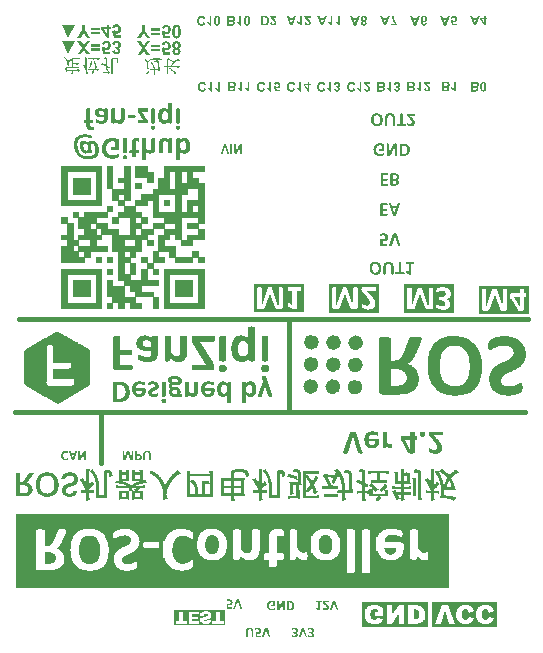
<source format=gbo>
G04*
G04 #@! TF.GenerationSoftware,Altium Limited,Altium Designer,21.0.8 (223)*
G04*
G04 Layer_Color=32896*
%FSLAX25Y25*%
%MOIN*%
G70*
G04*
G04 #@! TF.SameCoordinates,F2A8CEE9-D926-4100-BC22-0473D3AB1F95*
G04*
G04*
G04 #@! TF.FilePolarity,Positive*
G04*
G01*
G75*
%ADD12C,0.01500*%
%ADD92C,0.03000*%
%ADD115C,0.00200*%
G36*
X176411Y126500D02*
Y117185D01*
X159589D01*
Y126500D01*
X176411D01*
D02*
G37*
G36*
X127820Y143995D02*
X127945Y143985D01*
X128055Y143970D01*
X128155Y143950D01*
X128235Y143935D01*
X128270Y143925D01*
X128300Y143920D01*
X128320Y143915D01*
X128335Y143910D01*
X128345Y143905D01*
X128350D01*
X128460Y143865D01*
X128555Y143820D01*
X128645Y143775D01*
X128720Y143730D01*
X128780Y143690D01*
X128825Y143660D01*
X128850Y143640D01*
X128860Y143630D01*
X128935Y143560D01*
X129000Y143485D01*
X129060Y143410D01*
X129105Y143340D01*
X129140Y143280D01*
X129170Y143230D01*
X129180Y143210D01*
X129185Y143195D01*
X129190Y143190D01*
Y143185D01*
X129230Y143085D01*
X129260Y142980D01*
X129280Y142880D01*
X129295Y142785D01*
X129305Y142705D01*
Y142670D01*
X129310Y142640D01*
Y142620D01*
Y142600D01*
Y142590D01*
Y142585D01*
X129305Y142480D01*
X129295Y142380D01*
X129280Y142290D01*
X129265Y142215D01*
X129245Y142150D01*
X129230Y142105D01*
X129220Y142075D01*
X129215Y142065D01*
X129175Y141985D01*
X129135Y141910D01*
X129090Y141845D01*
X129045Y141795D01*
X129005Y141750D01*
X128975Y141715D01*
X128955Y141695D01*
X128945Y141690D01*
X128875Y141635D01*
X128805Y141590D01*
X128730Y141545D01*
X128660Y141515D01*
X128600Y141490D01*
X128550Y141470D01*
X128530Y141465D01*
X128515Y141460D01*
X128510Y141455D01*
X128505D01*
X128405Y141430D01*
X128305Y141410D01*
X128205Y141395D01*
X128110Y141385D01*
X128030Y141380D01*
X127995Y141375D01*
X127750D01*
X127720Y141380D01*
X127680D01*
X127600Y141385D01*
X127560D01*
X127530Y141390D01*
X127500D01*
X127480Y141395D01*
X127460D01*
Y140505D01*
X128925D01*
X128950Y140500D01*
X128970Y140490D01*
X129000Y140460D01*
X129020Y140435D01*
X129025Y140425D01*
Y140420D01*
X129035Y140385D01*
X129045Y140340D01*
X129055Y140250D01*
X129060Y140210D01*
Y140175D01*
Y140155D01*
Y140145D01*
Y140075D01*
X129055Y140025D01*
Y140005D01*
X129050Y139990D01*
Y139985D01*
Y139980D01*
X129040Y139935D01*
X129030Y139900D01*
X129025Y139875D01*
X129020Y139870D01*
X129010Y139840D01*
X128995Y139820D01*
X128985Y139810D01*
X128980Y139805D01*
X128960Y139795D01*
X128945Y139785D01*
X126925D01*
X126895Y139795D01*
X126865Y139805D01*
X126845Y139815D01*
X126825Y139825D01*
X126815Y139835D01*
X126810Y139840D01*
X126805Y139845D01*
X126790Y139870D01*
X126780Y139895D01*
X126765Y139960D01*
Y139985D01*
X126760Y140010D01*
Y140025D01*
Y140030D01*
Y141830D01*
Y141875D01*
X126765Y141910D01*
X126770Y141940D01*
X126780Y141960D01*
X126785Y141980D01*
X126790Y141990D01*
X126795Y142000D01*
X126810Y142015D01*
X126835Y142025D01*
X126880Y142040D01*
X126900D01*
X126915Y142045D01*
X126930D01*
X127030Y142040D01*
X127080D01*
X127125Y142035D01*
X127160Y142030D01*
X127190D01*
X127210Y142025D01*
X127215D01*
X127335Y142015D01*
X127390Y142010D01*
X127445Y142005D01*
X127640D01*
X127715Y142010D01*
X127780Y142020D01*
X127835Y142025D01*
X127880Y142035D01*
X127915Y142045D01*
X127940Y142050D01*
X127945D01*
X128005Y142065D01*
X128055Y142085D01*
X128100Y142105D01*
X128140Y142125D01*
X128170Y142145D01*
X128190Y142160D01*
X128205Y142170D01*
X128210Y142175D01*
X128245Y142205D01*
X128280Y142240D01*
X128305Y142275D01*
X128325Y142305D01*
X128345Y142335D01*
X128355Y142355D01*
X128365Y142370D01*
Y142375D01*
X128395Y142470D01*
X128405Y142515D01*
X128410Y142555D01*
X128415Y142595D01*
Y142625D01*
Y142645D01*
Y142650D01*
Y142715D01*
X128405Y142775D01*
X128395Y142825D01*
X128385Y142870D01*
X128375Y142910D01*
X128365Y142935D01*
X128360Y142955D01*
X128355Y142960D01*
X128305Y143045D01*
X128275Y143080D01*
X128250Y143110D01*
X128225Y143135D01*
X128210Y143155D01*
X128195Y143165D01*
X128190Y143170D01*
X128105Y143225D01*
X128020Y143265D01*
X127985Y143280D01*
X127955Y143285D01*
X127935Y143295D01*
X127930D01*
X127815Y143315D01*
X127760Y143320D01*
X127705Y143325D01*
X127660Y143330D01*
X127520D01*
X127450Y143325D01*
X127385Y143320D01*
X127335Y143310D01*
X127290Y143305D01*
X127260Y143300D01*
X127235Y143295D01*
X127230D01*
X127175Y143280D01*
X127125Y143270D01*
X127080Y143255D01*
X127040Y143240D01*
X127010Y143230D01*
X126985Y143220D01*
X126970Y143215D01*
X126965D01*
X126895Y143185D01*
X126840Y143160D01*
X126820Y143150D01*
X126805Y143140D01*
X126800Y143135D01*
X126795D01*
X126755Y143110D01*
X126725Y143100D01*
X126705Y143095D01*
X126700D01*
X126685Y143100D01*
X126670Y143105D01*
X126660Y143110D01*
X126655Y143115D01*
X126640Y143130D01*
X126630Y143150D01*
X126625Y143165D01*
X126620Y143170D01*
X126610Y143200D01*
X126605Y143235D01*
X126600Y143260D01*
Y143265D01*
Y143270D01*
X126595Y143320D01*
Y143365D01*
Y143390D01*
Y143405D01*
Y143415D01*
Y143420D01*
Y143480D01*
Y143525D01*
Y143555D01*
Y143560D01*
Y143565D01*
X126600Y143605D01*
Y143635D01*
X126605Y143660D01*
Y143665D01*
X126615Y143695D01*
X126620Y143715D01*
X126625Y143730D01*
Y143735D01*
X126640Y143755D01*
X126650Y143775D01*
X126660Y143785D01*
X126665Y143790D01*
X126680Y143800D01*
X126695Y143810D01*
X126735Y143825D01*
X126765Y143845D01*
X126775Y143850D01*
X126780D01*
X126855Y143875D01*
X126925Y143900D01*
X126960Y143905D01*
X126985Y143915D01*
X127000Y143920D01*
X127005D01*
X127115Y143940D01*
X127165Y143950D01*
X127215Y143960D01*
X127255Y143965D01*
X127285Y143970D01*
X127310Y143975D01*
X127315D01*
X127445Y143990D01*
X127510Y143995D01*
X127565D01*
X127615Y144000D01*
X127685D01*
X127820Y143995D01*
D02*
G37*
G36*
X131770Y143940D02*
X131840D01*
X131905Y143935D01*
X131955Y143930D01*
X131985Y143920D01*
X131995D01*
X132035Y143905D01*
X132060Y143890D01*
X132075Y143875D01*
X132080Y143870D01*
X132095Y143840D01*
X132110Y143810D01*
X132115Y143790D01*
X132120Y143780D01*
X133355Y140105D01*
X133380Y140030D01*
X133390Y140000D01*
X133395Y139975D01*
X133400Y139955D01*
X133405Y139940D01*
Y139935D01*
Y139930D01*
Y139885D01*
X133400Y139850D01*
X133390Y139830D01*
X133385Y139825D01*
X133370Y139810D01*
X133355Y139800D01*
X133315Y139785D01*
X133285Y139775D01*
X133270D01*
X133240Y139770D01*
X133200D01*
X133130Y139765D01*
X132945D01*
X132905Y139770D01*
X132840D01*
X132820Y139775D01*
X132805D01*
X132750Y139780D01*
X132705Y139790D01*
X132680Y139795D01*
X132670Y139800D01*
X132640Y139815D01*
X132620Y139835D01*
X132610Y139850D01*
X132605Y139855D01*
X132595Y139880D01*
X132585Y139910D01*
X132580Y139930D01*
X132575Y139935D01*
Y139940D01*
X131590Y143120D01*
X131585D01*
X130580Y139925D01*
X130570Y139890D01*
X130555Y139865D01*
X130550Y139850D01*
X130545Y139845D01*
X130530Y139820D01*
X130510Y139805D01*
X130490Y139800D01*
X130485Y139795D01*
X130445Y139785D01*
X130405Y139780D01*
X130385Y139775D01*
X130355D01*
X130320Y139770D01*
X130285D01*
X130210Y139765D01*
X130010D01*
X129965Y139770D01*
X129895D01*
X129875Y139775D01*
X129855D01*
X129820Y139780D01*
X129795Y139785D01*
X129750Y139800D01*
X129730Y139815D01*
X129720Y139820D01*
X129700Y139850D01*
X129690Y139880D01*
X129685Y139910D01*
Y139915D01*
Y139920D01*
X129695Y139975D01*
X129715Y140035D01*
X129720Y140060D01*
X129730Y140080D01*
X129735Y140095D01*
Y140100D01*
X130965Y143770D01*
X130975Y143800D01*
X130985Y143820D01*
X130995Y143835D01*
Y143840D01*
X131020Y143870D01*
X131030Y143880D01*
X131035Y143885D01*
X131055Y143900D01*
X131075Y143905D01*
X131095Y143915D01*
X131100D01*
X131135Y143920D01*
X131170Y143925D01*
X131195Y143930D01*
X131205D01*
X131255Y143935D01*
X131305Y143940D01*
X131360D01*
X131435Y143945D01*
X131735D01*
X131770Y143940D01*
D02*
G37*
G36*
X101267Y117667D02*
X84733D01*
Y127000D01*
X101267D01*
Y117667D01*
D02*
G37*
G36*
X158628Y213302D02*
X157939D01*
X156697Y216500D01*
X157380D01*
X157645Y215773D01*
X158924D01*
X159202Y216500D01*
X159907D01*
X158628Y213302D01*
D02*
G37*
G36*
X161907Y215857D02*
X162303D01*
Y215321D01*
X161907D01*
Y213289D01*
X161392D01*
X160004Y215324D01*
Y215857D01*
X161314D01*
Y216500D01*
X161907D01*
Y215857D01*
D02*
G37*
G36*
X97447Y213302D02*
X96758D01*
X95516Y216500D01*
X96199D01*
X96464Y215773D01*
X97743D01*
X98021Y216500D01*
X98726D01*
X97447Y213302D01*
D02*
G37*
G36*
X100498Y213289D02*
X99999D01*
X99977Y213342D01*
X99952Y213396D01*
X99896Y213492D01*
X99831Y213580D01*
X99800Y213620D01*
X99768Y213654D01*
X99737Y213689D01*
X99709Y213717D01*
X99681Y213742D01*
X99659Y213764D01*
X99640Y213779D01*
X99625Y213792D01*
X99616Y213798D01*
X99612Y213801D01*
X99559Y213842D01*
X99509Y213876D01*
X99413Y213938D01*
X99325Y213991D01*
X99285Y214013D01*
X99247Y214032D01*
X99213Y214048D01*
X99185Y214060D01*
X99157Y214073D01*
X99135Y214082D01*
X99119Y214088D01*
X99104Y214094D01*
X99098Y214098D01*
X99094D01*
Y214653D01*
X99179Y214622D01*
X99260Y214591D01*
X99338Y214553D01*
X99410Y214519D01*
X99481Y214478D01*
X99547Y214441D01*
X99606Y214403D01*
X99662Y214366D01*
X99712Y214332D01*
X99756Y214297D01*
X99796Y214269D01*
X99828Y214241D01*
X99853Y214222D01*
X99871Y214204D01*
X99884Y214194D01*
X99887Y214191D01*
Y216500D01*
X100498D01*
Y213289D01*
D02*
G37*
G36*
X103484Y215929D02*
X102268D01*
X102305Y215870D01*
X102327Y215839D01*
X102346Y215814D01*
X102364Y215792D01*
X102377Y215776D01*
X102386Y215764D01*
X102389Y215760D01*
X102405Y215742D01*
X102427Y215720D01*
X102452Y215695D01*
X102480Y215667D01*
X102539Y215611D01*
X102601Y215551D01*
X102661Y215495D01*
X102689Y215474D01*
X102710Y215452D01*
X102729Y215433D01*
X102745Y215420D01*
X102754Y215411D01*
X102757Y215408D01*
X102810Y215358D01*
X102860Y215314D01*
X102904Y215271D01*
X102945Y215233D01*
X102982Y215196D01*
X103013Y215161D01*
X103044Y215130D01*
X103069Y215105D01*
X103091Y215080D01*
X103110Y215058D01*
X103126Y215040D01*
X103138Y215024D01*
X103147Y215015D01*
X103154Y215005D01*
X103160Y215002D01*
Y214999D01*
X103219Y214921D01*
X103269Y214846D01*
X103313Y214778D01*
X103347Y214715D01*
X103372Y214665D01*
X103384Y214644D01*
X103391Y214628D01*
X103397Y214612D01*
X103403Y214603D01*
X103406Y214597D01*
Y214594D01*
X103431Y214519D01*
X103450Y214447D01*
X103466Y214378D01*
X103475Y214313D01*
X103481Y214260D01*
Y214238D01*
X103484Y214219D01*
Y214204D01*
Y214191D01*
Y214185D01*
Y214182D01*
X103481Y214113D01*
X103472Y214044D01*
X103459Y213982D01*
X103441Y213923D01*
X103422Y213867D01*
X103400Y213814D01*
X103375Y213764D01*
X103350Y213720D01*
X103322Y213683D01*
X103300Y213645D01*
X103275Y213617D01*
X103256Y213592D01*
X103238Y213570D01*
X103225Y213558D01*
X103216Y213548D01*
X103213Y213545D01*
X103160Y213502D01*
X103104Y213461D01*
X103044Y213427D01*
X102982Y213399D01*
X102920Y213374D01*
X102857Y213352D01*
X102798Y213336D01*
X102739Y213321D01*
X102685Y213311D01*
X102632Y213302D01*
X102589Y213296D01*
X102548Y213293D01*
X102517D01*
X102492Y213289D01*
X102470D01*
X102392Y213293D01*
X102314Y213299D01*
X102243Y213311D01*
X102174Y213324D01*
X102111Y213339D01*
X102052Y213358D01*
X101996Y213380D01*
X101946Y213399D01*
X101902Y213421D01*
X101862Y213442D01*
X101831Y213461D01*
X101803Y213477D01*
X101778Y213489D01*
X101762Y213502D01*
X101753Y213508D01*
X101750Y213511D01*
X101700Y213555D01*
X101653Y213605D01*
X101612Y213661D01*
X101575Y213717D01*
X101544Y213776D01*
X101515Y213839D01*
X101491Y213898D01*
X101472Y213957D01*
X101456Y214013D01*
X101441Y214066D01*
X101431Y214113D01*
X101422Y214157D01*
X101416Y214191D01*
X101413Y214216D01*
X101409Y214232D01*
Y214238D01*
X102021Y214297D01*
X102024Y214250D01*
X102030Y214204D01*
X102040Y214163D01*
X102049Y214126D01*
X102058Y214091D01*
X102068Y214060D01*
X102080Y214032D01*
X102090Y214007D01*
X102111Y213966D01*
X102130Y213938D01*
X102143Y213923D01*
X102149Y213917D01*
X102196Y213876D01*
X102246Y213848D01*
X102296Y213826D01*
X102346Y213814D01*
X102389Y213804D01*
X102424Y213801D01*
X102436Y213798D01*
X102455D01*
X102523Y213804D01*
X102583Y213817D01*
X102636Y213832D01*
X102679Y213854D01*
X102714Y213876D01*
X102739Y213892D01*
X102751Y213904D01*
X102757Y213910D01*
X102795Y213954D01*
X102823Y214007D01*
X102842Y214057D01*
X102857Y214110D01*
X102863Y214154D01*
X102866Y214191D01*
X102870Y214207D01*
Y214216D01*
Y214222D01*
Y214226D01*
X102863Y214294D01*
X102851Y214363D01*
X102829Y214425D01*
X102807Y214481D01*
X102782Y214531D01*
X102773Y214550D01*
X102760Y214569D01*
X102754Y214581D01*
X102748Y214591D01*
X102742Y214597D01*
Y214600D01*
X102720Y214628D01*
X102692Y214662D01*
X102661Y214700D01*
X102623Y214740D01*
X102583Y214781D01*
X102539Y214825D01*
X102452Y214912D01*
X102411Y214956D01*
X102370Y214993D01*
X102333Y215030D01*
X102299Y215062D01*
X102274Y215087D01*
X102252Y215108D01*
X102239Y215121D01*
X102233Y215124D01*
X102139Y215211D01*
X102055Y215293D01*
X101977Y215370D01*
X101909Y215445D01*
X101846Y215514D01*
X101790Y215576D01*
X101740Y215636D01*
X101697Y215686D01*
X101659Y215732D01*
X101625Y215773D01*
X101600Y215810D01*
X101578Y215839D01*
X101562Y215860D01*
X101553Y215879D01*
X101547Y215888D01*
X101544Y215892D01*
X101512Y215945D01*
X101484Y216001D01*
X101441Y216107D01*
X101403Y216210D01*
X101388Y216257D01*
X101375Y216303D01*
X101366Y216344D01*
X101356Y216385D01*
X101350Y216416D01*
X101347Y216444D01*
X101341Y216469D01*
Y216484D01*
X101338Y216497D01*
Y216500D01*
X103484D01*
Y215929D01*
D02*
G37*
G36*
X97112Y194497D02*
X97202Y194488D01*
X97286Y194475D01*
X97368Y194459D01*
X97442Y194441D01*
X97514Y194419D01*
X97577Y194397D01*
X97636Y194372D01*
X97689Y194350D01*
X97733Y194328D01*
X97773Y194307D01*
X97807Y194288D01*
X97832Y194269D01*
X97851Y194257D01*
X97864Y194250D01*
X97867Y194247D01*
X97926Y194197D01*
X97982Y194141D01*
X98035Y194079D01*
X98082Y194016D01*
X98126Y193954D01*
X98166Y193888D01*
X98201Y193823D01*
X98232Y193761D01*
X98260Y193701D01*
X98285Y193645D01*
X98304Y193595D01*
X98319Y193552D01*
X98332Y193517D01*
X98341Y193489D01*
X98344Y193473D01*
X98347Y193467D01*
X97720Y193268D01*
X97704Y193330D01*
X97686Y193392D01*
X97664Y193445D01*
X97645Y193498D01*
X97623Y193545D01*
X97598Y193586D01*
X97577Y193623D01*
X97555Y193658D01*
X97536Y193689D01*
X97514Y193714D01*
X97499Y193736D01*
X97483Y193754D01*
X97470Y193767D01*
X97461Y193776D01*
X97455Y193782D01*
X97452Y193786D01*
X97417Y193814D01*
X97380Y193839D01*
X97343Y193860D01*
X97305Y193879D01*
X97230Y193907D01*
X97162Y193926D01*
X97130Y193935D01*
X97099Y193938D01*
X97074Y193941D01*
X97052Y193945D01*
X97034Y193948D01*
X97009D01*
X96946Y193945D01*
X96884Y193935D01*
X96828Y193923D01*
X96772Y193907D01*
X96722Y193888D01*
X96675Y193867D01*
X96631Y193845D01*
X96594Y193820D01*
X96560Y193795D01*
X96528Y193773D01*
X96503Y193751D01*
X96481Y193732D01*
X96463Y193717D01*
X96450Y193701D01*
X96444Y193695D01*
X96441Y193692D01*
X96403Y193639D01*
X96369Y193583D01*
X96341Y193517D01*
X96316Y193448D01*
X96294Y193377D01*
X96279Y193305D01*
X96263Y193233D01*
X96254Y193165D01*
X96244Y193096D01*
X96238Y193034D01*
X96232Y192977D01*
X96229Y192928D01*
X96226Y192887D01*
Y192856D01*
Y192843D01*
Y192834D01*
Y192831D01*
Y192828D01*
X96229Y192725D01*
X96235Y192628D01*
X96244Y192541D01*
X96260Y192456D01*
X96276Y192382D01*
X96294Y192316D01*
X96316Y192254D01*
X96335Y192201D01*
X96357Y192154D01*
X96375Y192113D01*
X96394Y192079D01*
X96410Y192051D01*
X96425Y192029D01*
X96435Y192013D01*
X96441Y192004D01*
X96444Y192001D01*
X96488Y191957D01*
X96531Y191917D01*
X96578Y191882D01*
X96628Y191854D01*
X96675Y191829D01*
X96725Y191807D01*
X96772Y191792D01*
X96815Y191776D01*
X96859Y191767D01*
X96896Y191758D01*
X96931Y191751D01*
X96962Y191748D01*
X96987D01*
X97006Y191745D01*
X97068D01*
X97115Y191751D01*
X97199Y191767D01*
X97274Y191792D01*
X97336Y191817D01*
X97364Y191832D01*
X97389Y191845D01*
X97408Y191857D01*
X97427Y191870D01*
X97439Y191879D01*
X97449Y191885D01*
X97455Y191888D01*
X97458Y191892D01*
X97520Y191951D01*
X97574Y192013D01*
X97614Y192079D01*
X97645Y192141D01*
X97670Y192197D01*
X97680Y192219D01*
X97686Y192241D01*
X97692Y192257D01*
X97695Y192269D01*
X97698Y192279D01*
Y192282D01*
X98338Y192129D01*
X98316Y192060D01*
X98291Y191995D01*
X98266Y191932D01*
X98241Y191876D01*
X98213Y191823D01*
X98185Y191773D01*
X98160Y191729D01*
X98132Y191692D01*
X98107Y191658D01*
X98085Y191626D01*
X98063Y191602D01*
X98048Y191580D01*
X98032Y191564D01*
X98020Y191552D01*
X98013Y191545D01*
X98010Y191542D01*
X97939Y191480D01*
X97864Y191427D01*
X97786Y191380D01*
X97704Y191339D01*
X97627Y191305D01*
X97545Y191277D01*
X97470Y191255D01*
X97396Y191236D01*
X97324Y191221D01*
X97262Y191211D01*
X97202Y191202D01*
X97152Y191199D01*
X97112Y191196D01*
X97080Y191193D01*
X97056D01*
X96934Y191199D01*
X96815Y191211D01*
X96706Y191233D01*
X96603Y191261D01*
X96506Y191296D01*
X96419Y191333D01*
X96338Y191374D01*
X96263Y191414D01*
X96197Y191455D01*
X96138Y191495D01*
X96088Y191533D01*
X96048Y191567D01*
X96017Y191595D01*
X95992Y191617D01*
X95979Y191630D01*
X95973Y191636D01*
X95901Y191723D01*
X95836Y191817D01*
X95783Y191913D01*
X95736Y192016D01*
X95695Y192119D01*
X95661Y192222D01*
X95636Y192325D01*
X95614Y192422D01*
X95595Y192516D01*
X95583Y192600D01*
X95574Y192678D01*
X95567Y192746D01*
X95564Y192775D01*
Y192800D01*
Y192824D01*
X95561Y192843D01*
Y192859D01*
Y192868D01*
Y192874D01*
Y192878D01*
X95567Y193015D01*
X95580Y193146D01*
X95599Y193268D01*
X95627Y193383D01*
X95655Y193489D01*
X95689Y193586D01*
X95726Y193673D01*
X95767Y193754D01*
X95804Y193826D01*
X95842Y193888D01*
X95876Y193941D01*
X95907Y193985D01*
X95932Y194023D01*
X95951Y194048D01*
X95967Y194060D01*
X95970Y194066D01*
X96048Y194141D01*
X96132Y194210D01*
X96219Y194266D01*
X96307Y194316D01*
X96394Y194360D01*
X96481Y194394D01*
X96566Y194422D01*
X96647Y194447D01*
X96725Y194463D01*
X96793Y194478D01*
X96856Y194488D01*
X96912Y194494D01*
X96956Y194497D01*
X96990Y194500D01*
X97018D01*
X97112Y194497D01*
D02*
G37*
G36*
X100331Y191236D02*
X99832D01*
X99810Y191289D01*
X99786Y191342D01*
X99729Y191439D01*
X99664Y191527D01*
X99633Y191567D01*
X99601Y191602D01*
X99570Y191636D01*
X99542Y191664D01*
X99514Y191689D01*
X99492Y191711D01*
X99474Y191726D01*
X99458Y191739D01*
X99449Y191745D01*
X99445Y191748D01*
X99392Y191789D01*
X99343Y191823D01*
X99246Y191885D01*
X99158Y191938D01*
X99118Y191960D01*
X99080Y191979D01*
X99046Y191995D01*
X99018Y192007D01*
X98990Y192020D01*
X98968Y192029D01*
X98953Y192035D01*
X98937Y192041D01*
X98931Y192044D01*
X98927D01*
Y192600D01*
X99012Y192569D01*
X99093Y192537D01*
X99171Y192500D01*
X99243Y192466D01*
X99314Y192425D01*
X99380Y192388D01*
X99439Y192350D01*
X99495Y192313D01*
X99545Y192279D01*
X99589Y192244D01*
X99629Y192216D01*
X99661Y192188D01*
X99686Y192169D01*
X99704Y192151D01*
X99717Y192141D01*
X99720Y192138D01*
Y194447D01*
X100331D01*
Y191236D01*
D02*
G37*
G36*
X103043Y193804D02*
X103439D01*
Y193268D01*
X103043D01*
Y191236D01*
X102528D01*
X101140Y193271D01*
Y193804D01*
X102450D01*
Y194447D01*
X103043D01*
Y193804D01*
D02*
G37*
G36*
X151280Y117492D02*
X134720D01*
Y127000D01*
X151280D01*
Y117492D01*
D02*
G37*
G36*
X148644Y213249D02*
X147954D01*
X146712Y216447D01*
X147396D01*
X147661Y215720D01*
X148940D01*
X149218Y216447D01*
X149923D01*
X148644Y213249D01*
D02*
G37*
G36*
X151293Y216494D02*
X151389Y216481D01*
X151477Y216462D01*
X151561Y216434D01*
X151639Y216403D01*
X151707Y216366D01*
X151773Y216328D01*
X151832Y216288D01*
X151885Y216250D01*
X151929Y216213D01*
X151966Y216176D01*
X152001Y216144D01*
X152026Y216116D01*
X152041Y216097D01*
X152054Y216082D01*
X152057Y216079D01*
X152097Y216020D01*
X152132Y215960D01*
X152163Y215898D01*
X152191Y215835D01*
X152213Y215776D01*
X152232Y215720D01*
X152247Y215664D01*
X152260Y215608D01*
X152269Y215561D01*
X152275Y215514D01*
X152281Y215474D01*
X152285Y215439D01*
X152288Y215411D01*
Y215392D01*
Y215377D01*
Y215374D01*
X152285Y215286D01*
X152275Y215205D01*
X152263Y215127D01*
X152244Y215052D01*
X152222Y214984D01*
X152197Y214921D01*
X152172Y214862D01*
X152147Y214809D01*
X152119Y214762D01*
X152094Y214722D01*
X152069Y214687D01*
X152048Y214656D01*
X152029Y214634D01*
X152016Y214616D01*
X152007Y214606D01*
X152004Y214603D01*
X151951Y214550D01*
X151892Y214503D01*
X151835Y214463D01*
X151776Y214428D01*
X151717Y214400D01*
X151661Y214375D01*
X151604Y214356D01*
X151551Y214341D01*
X151505Y214328D01*
X151458Y214319D01*
X151417Y214313D01*
X151383Y214307D01*
X151355D01*
X151333Y214303D01*
X151314D01*
X151233Y214307D01*
X151158Y214319D01*
X151087Y214338D01*
X151024Y214356D01*
X150971Y214375D01*
X150949Y214385D01*
X150931Y214394D01*
X150915Y214400D01*
X150906Y214406D01*
X150899Y214410D01*
X150896D01*
X150990Y213864D01*
X152147D01*
Y213289D01*
X150528D01*
X150213Y214956D01*
X150709Y215027D01*
X150750Y214987D01*
X150790Y214949D01*
X150831Y214918D01*
X150871Y214893D01*
X150912Y214868D01*
X150949Y214849D01*
X150987Y214834D01*
X151024Y214821D01*
X151055Y214812D01*
X151087Y214806D01*
X151115Y214800D01*
X151137Y214796D01*
X151155Y214793D01*
X151180D01*
X151218Y214796D01*
X151255Y214800D01*
X151324Y214815D01*
X151383Y214840D01*
X151433Y214868D01*
X151470Y214896D01*
X151498Y214918D01*
X151517Y214937D01*
X151523Y214940D01*
Y214943D01*
X151548Y214971D01*
X151567Y215005D01*
X151601Y215074D01*
X151626Y215149D01*
X151642Y215221D01*
X151651Y215283D01*
X151654Y215314D01*
Y215336D01*
X151657Y215358D01*
Y215374D01*
Y215383D01*
Y215386D01*
Y215442D01*
X151651Y215495D01*
X151645Y215545D01*
X151636Y215592D01*
X151626Y215633D01*
X151614Y215670D01*
X151604Y215707D01*
X151592Y215736D01*
X151579Y215764D01*
X151567Y215789D01*
X151555Y215807D01*
X151545Y215826D01*
X151536Y215839D01*
X151530Y215848D01*
X151526Y215851D01*
X151523Y215854D01*
X151498Y215882D01*
X151470Y215904D01*
X151442Y215926D01*
X151417Y215945D01*
X151361Y215973D01*
X151311Y215991D01*
X151268Y216001D01*
X151230Y216007D01*
X151218Y216010D01*
X151199D01*
X151137Y216004D01*
X151080Y215991D01*
X151030Y215973D01*
X150987Y215951D01*
X150952Y215929D01*
X150924Y215910D01*
X150909Y215898D01*
X150902Y215892D01*
X150859Y215842D01*
X150824Y215789D01*
X150800Y215732D01*
X150778Y215679D01*
X150765Y215633D01*
X150759Y215614D01*
X150756Y215595D01*
X150753Y215580D01*
X150750Y215570D01*
Y215564D01*
Y215561D01*
X150138Y215626D01*
X150151Y215698D01*
X150166Y215767D01*
X150188Y215832D01*
X150213Y215895D01*
X150238Y215951D01*
X150266Y216004D01*
X150294Y216051D01*
X150322Y216094D01*
X150350Y216132D01*
X150378Y216166D01*
X150403Y216194D01*
X150425Y216219D01*
X150444Y216238D01*
X150456Y216250D01*
X150466Y216260D01*
X150469Y216263D01*
X150522Y216303D01*
X150581Y216341D01*
X150640Y216372D01*
X150700Y216400D01*
X150762Y216422D01*
X150821Y216441D01*
X150881Y216456D01*
X150937Y216469D01*
X150990Y216481D01*
X151037Y216488D01*
X151080Y216494D01*
X151118Y216497D01*
X151149D01*
X151174Y216500D01*
X151193D01*
X151293Y216494D01*
D02*
G37*
G36*
X131625Y163995D02*
X131700Y163990D01*
X131770Y163985D01*
X131825Y163980D01*
X131865Y163975D01*
X131890Y163970D01*
X131900D01*
X131975Y163955D01*
X132045Y163945D01*
X132110Y163930D01*
X132170Y163915D01*
X132215Y163900D01*
X132255Y163890D01*
X132275Y163880D01*
X132285D01*
X132350Y163855D01*
X132410Y163825D01*
X132465Y163800D01*
X132515Y163775D01*
X132555Y163750D01*
X132585Y163730D01*
X132605Y163720D01*
X132610Y163715D01*
X132665Y163675D01*
X132715Y163635D01*
X132755Y163595D01*
X132795Y163560D01*
X132825Y163530D01*
X132845Y163500D01*
X132860Y163485D01*
X132865Y163480D01*
X132940Y163370D01*
X132965Y163315D01*
X132990Y163265D01*
X133010Y163225D01*
X133025Y163190D01*
X133030Y163170D01*
X133035Y163160D01*
X133055Y163090D01*
X133075Y163020D01*
X133085Y162955D01*
X133090Y162890D01*
X133095Y162840D01*
X133100Y162795D01*
Y162770D01*
Y162760D01*
X133095Y162685D01*
X133090Y162610D01*
X133080Y162545D01*
X133070Y162490D01*
X133055Y162445D01*
X133045Y162410D01*
X133040Y162390D01*
X133035Y162380D01*
X133010Y162320D01*
X132980Y162260D01*
X132950Y162210D01*
X132925Y162170D01*
X132900Y162135D01*
X132880Y162105D01*
X132865Y162090D01*
X132860Y162085D01*
X132815Y162040D01*
X132775Y162000D01*
X132730Y161965D01*
X132690Y161935D01*
X132655Y161910D01*
X132625Y161895D01*
X132605Y161885D01*
X132600Y161880D01*
X132485Y161830D01*
X132430Y161810D01*
X132380Y161790D01*
X132340Y161780D01*
X132305Y161770D01*
X132285Y161765D01*
X132275D01*
X132375Y161725D01*
X132415Y161700D01*
X132450Y161680D01*
X132480Y161665D01*
X132500Y161650D01*
X132515Y161640D01*
X132520Y161635D01*
X132595Y161570D01*
X132625Y161535D01*
X132650Y161505D01*
X132670Y161480D01*
X132690Y161460D01*
X132695Y161445D01*
X132700Y161440D01*
X132750Y161355D01*
X132770Y161315D01*
X132785Y161280D01*
X132800Y161245D01*
X132810Y161220D01*
X132815Y161205D01*
Y161200D01*
X132840Y161100D01*
X132845Y161050D01*
X132850Y161005D01*
X132855Y160970D01*
Y160940D01*
Y160920D01*
Y160915D01*
X132850Y160815D01*
X132840Y160730D01*
X132825Y160650D01*
X132805Y160580D01*
X132785Y160525D01*
X132770Y160485D01*
X132760Y160460D01*
X132755Y160450D01*
X132715Y160380D01*
X132670Y160315D01*
X132625Y160260D01*
X132580Y160210D01*
X132540Y160170D01*
X132510Y160145D01*
X132490Y160125D01*
X132480Y160120D01*
X132410Y160075D01*
X132335Y160035D01*
X132260Y160000D01*
X132190Y159975D01*
X132130Y159950D01*
X132080Y159935D01*
X132060Y159930D01*
X132045D01*
X132040Y159925D01*
X132035D01*
X131930Y159905D01*
X131825Y159885D01*
X131715Y159875D01*
X131615Y159870D01*
X131525Y159865D01*
X131485Y159860D01*
X130345D01*
X130305Y159865D01*
X130275Y159870D01*
X130220Y159890D01*
X130200Y159905D01*
X130185Y159915D01*
X130175Y159920D01*
X130170Y159925D01*
X130145Y159950D01*
X130130Y159980D01*
X130110Y160050D01*
X130105Y160080D01*
X130100Y160105D01*
Y160125D01*
Y160130D01*
Y163735D01*
X130105Y163785D01*
X130110Y163830D01*
X130120Y163865D01*
X130135Y163890D01*
X130150Y163915D01*
X130160Y163930D01*
X130165Y163935D01*
X130170Y163940D01*
X130200Y163960D01*
X130225Y163975D01*
X130285Y163990D01*
X130310Y163995D01*
X130330Y164000D01*
X131540D01*
X131625Y163995D01*
D02*
G37*
G36*
X129250D02*
X129265Y163990D01*
X129275Y163985D01*
X129280D01*
X129295Y163970D01*
X129310Y163950D01*
X129315Y163935D01*
X129320Y163930D01*
X129330Y163895D01*
X129340Y163865D01*
X129345Y163840D01*
Y163830D01*
X129350Y163775D01*
X129355Y163725D01*
Y163705D01*
Y163685D01*
Y163675D01*
Y163670D01*
Y163610D01*
X129350Y163560D01*
X129345Y163530D01*
Y163525D01*
Y163520D01*
X129335Y163475D01*
X129330Y163445D01*
X129325Y163425D01*
X129320Y163420D01*
X129310Y163395D01*
X129295Y163375D01*
X129285Y163365D01*
X129280Y163360D01*
X129260Y163350D01*
X129245Y163340D01*
X127740D01*
Y162175D01*
X128990D01*
X129010Y162170D01*
X129025Y162165D01*
X129035Y162160D01*
X129040D01*
X129055Y162145D01*
X129070Y162130D01*
X129075Y162115D01*
X129080Y162110D01*
X129090Y162075D01*
X129100Y162045D01*
X129105Y162020D01*
Y162010D01*
X129110Y161960D01*
X129115Y161910D01*
Y161890D01*
Y161870D01*
Y161860D01*
Y161855D01*
Y161795D01*
X129110Y161745D01*
X129105Y161715D01*
Y161710D01*
Y161705D01*
X129095Y161660D01*
X129090Y161630D01*
X129085Y161610D01*
X129080Y161605D01*
X129070Y161580D01*
X129055Y161565D01*
X129045Y161555D01*
X129040Y161550D01*
X129020Y161540D01*
X129005Y161530D01*
X127740D01*
Y160520D01*
X129215D01*
X129235Y160515D01*
X129250Y160510D01*
X129260Y160505D01*
X129265D01*
X129280Y160490D01*
X129295Y160470D01*
X129300Y160455D01*
X129305Y160450D01*
X129315Y160415D01*
X129325Y160385D01*
X129330Y160360D01*
Y160350D01*
X129335Y160300D01*
X129340Y160250D01*
Y160225D01*
Y160210D01*
Y160200D01*
Y160195D01*
Y160130D01*
X129335Y160080D01*
Y160065D01*
X129330Y160050D01*
Y160045D01*
Y160040D01*
X129320Y159995D01*
X129315Y159965D01*
X129310Y159940D01*
X129305Y159935D01*
X129295Y159910D01*
X129280Y159890D01*
X129270Y159885D01*
X129265Y159880D01*
X129250Y159870D01*
X129235Y159860D01*
X127145D01*
X127105Y159865D01*
X127075Y159870D01*
X127020Y159890D01*
X127000Y159905D01*
X126985Y159915D01*
X126975Y159920D01*
X126970Y159925D01*
X126945Y159950D01*
X126930Y159980D01*
X126910Y160050D01*
X126905Y160080D01*
X126900Y160105D01*
Y160125D01*
Y160130D01*
Y163735D01*
X126905Y163785D01*
X126910Y163830D01*
X126920Y163865D01*
X126935Y163890D01*
X126950Y163915D01*
X126960Y163930D01*
X126965Y163935D01*
X126970Y163940D01*
X127000Y163960D01*
X127025Y163975D01*
X127085Y163990D01*
X127110Y163995D01*
X127130Y164000D01*
X129230D01*
X129250Y163995D01*
D02*
G37*
G36*
X80333Y213236D02*
X79834D01*
X79812Y213289D01*
X79787Y213342D01*
X79731Y213439D01*
X79665Y213527D01*
X79634Y213567D01*
X79603Y213601D01*
X79572Y213636D01*
X79544Y213664D01*
X79516Y213689D01*
X79494Y213711D01*
X79475Y213726D01*
X79460Y213739D01*
X79450Y213745D01*
X79447Y213748D01*
X79394Y213789D01*
X79344Y213823D01*
X79247Y213885D01*
X79160Y213938D01*
X79119Y213960D01*
X79082Y213979D01*
X79048Y213995D01*
X79020Y214007D01*
X78992Y214020D01*
X78970Y214029D01*
X78954Y214035D01*
X78938Y214041D01*
X78932Y214044D01*
X78929D01*
Y214600D01*
X79013Y214569D01*
X79094Y214538D01*
X79172Y214500D01*
X79244Y214466D01*
X79316Y214425D01*
X79382Y214388D01*
X79441Y214350D01*
X79497Y214313D01*
X79547Y214279D01*
X79590Y214244D01*
X79631Y214216D01*
X79662Y214188D01*
X79687Y214169D01*
X79706Y214151D01*
X79718Y214141D01*
X79722Y214138D01*
Y216447D01*
X80333D01*
Y213236D01*
D02*
G37*
G36*
X76976Y216444D02*
X77148D01*
X77219Y216441D01*
X77282D01*
X77338Y216438D01*
X77385D01*
X77425Y216434D01*
X77460D01*
X77488Y216431D01*
X77509D01*
X77525Y216428D01*
X77544D01*
X77637Y216413D01*
X77719Y216391D01*
X77793Y216366D01*
X77856Y216341D01*
X77881Y216328D01*
X77906Y216316D01*
X77928Y216303D01*
X77943Y216294D01*
X77956Y216288D01*
X77965Y216282D01*
X77971Y216275D01*
X77974D01*
X78037Y216225D01*
X78093Y216172D01*
X78140Y216119D01*
X78180Y216066D01*
X78211Y216020D01*
X78224Y215998D01*
X78233Y215982D01*
X78243Y215966D01*
X78249Y215957D01*
X78252Y215951D01*
Y215948D01*
X78286Y215870D01*
X78311Y215792D01*
X78330Y215720D01*
X78342Y215658D01*
X78349Y215601D01*
X78352Y215580D01*
X78355Y215561D01*
Y215545D01*
Y215533D01*
Y215527D01*
Y215523D01*
X78352Y215474D01*
X78349Y215424D01*
X78330Y215330D01*
X78305Y215249D01*
X78290Y215211D01*
X78277Y215180D01*
X78261Y215149D01*
X78246Y215121D01*
X78233Y215099D01*
X78221Y215080D01*
X78211Y215065D01*
X78202Y215052D01*
X78199Y215046D01*
X78196Y215043D01*
X78165Y215005D01*
X78133Y214971D01*
X78062Y214909D01*
X77987Y214859D01*
X77915Y214818D01*
X77850Y214787D01*
X77821Y214775D01*
X77797Y214765D01*
X77778Y214759D01*
X77762Y214753D01*
X77753Y214750D01*
X77750D01*
X77821Y214709D01*
X77887Y214665D01*
X77943Y214619D01*
X77990Y214575D01*
X78027Y214534D01*
X78056Y214500D01*
X78065Y214488D01*
X78071Y214478D01*
X78077Y214472D01*
Y214469D01*
X78118Y214397D01*
X78149Y214325D01*
X78171Y214257D01*
X78183Y214191D01*
X78193Y214138D01*
X78196Y214113D01*
Y214094D01*
X78199Y214079D01*
Y214066D01*
Y214060D01*
Y214057D01*
X78196Y213982D01*
X78183Y213910D01*
X78168Y213848D01*
X78149Y213792D01*
X78130Y213745D01*
X78121Y213726D01*
X78115Y213711D01*
X78109Y213698D01*
X78102Y213689D01*
X78099Y213686D01*
Y213683D01*
X78062Y213623D01*
X78021Y213570D01*
X77978Y213524D01*
X77940Y213486D01*
X77906Y213455D01*
X77878Y213433D01*
X77859Y213417D01*
X77856Y213414D01*
X77853D01*
X77797Y213380D01*
X77737Y213352D01*
X77684Y213330D01*
X77631Y213311D01*
X77584Y213299D01*
X77550Y213289D01*
X77538Y213286D01*
X77528Y213283D01*
X77519D01*
X77481Y213277D01*
X77441Y213271D01*
X77354Y213264D01*
X77260Y213258D01*
X77166Y213252D01*
X77085D01*
X77048Y213249D01*
X75678D01*
Y216447D01*
X76873D01*
X76976Y216444D01*
D02*
G37*
G36*
X82367Y216497D02*
X82448Y216484D01*
X82523Y216469D01*
X82592Y216450D01*
X82657Y216425D01*
X82717Y216397D01*
X82770Y216369D01*
X82820Y216338D01*
X82863Y216306D01*
X82901Y216278D01*
X82932Y216250D01*
X82960Y216225D01*
X82979Y216207D01*
X82994Y216188D01*
X83004Y216179D01*
X83007Y216176D01*
X83063Y216094D01*
X83110Y216007D01*
X83153Y215907D01*
X83188Y215804D01*
X83219Y215698D01*
X83244Y215589D01*
X83266Y215480D01*
X83281Y215374D01*
X83297Y215274D01*
X83306Y215180D01*
X83313Y215093D01*
X83316Y215055D01*
Y215018D01*
X83319Y214987D01*
Y214959D01*
X83322Y214934D01*
Y214912D01*
Y214893D01*
Y214881D01*
Y214874D01*
Y214871D01*
X83319Y214706D01*
X83310Y214553D01*
X83294Y214413D01*
X83272Y214285D01*
X83250Y214166D01*
X83222Y214060D01*
X83194Y213963D01*
X83166Y213879D01*
X83138Y213804D01*
X83110Y213742D01*
X83082Y213689D01*
X83060Y213645D01*
X83038Y213611D01*
X83022Y213589D01*
X83013Y213573D01*
X83010Y213570D01*
X82960Y213511D01*
X82904Y213461D01*
X82845Y213414D01*
X82785Y213377D01*
X82726Y213346D01*
X82664Y213318D01*
X82604Y213296D01*
X82548Y213277D01*
X82495Y213264D01*
X82445Y213255D01*
X82398Y213246D01*
X82361Y213243D01*
X82327Y213240D01*
X82305Y213236D01*
X82283D01*
X82199Y213240D01*
X82118Y213249D01*
X82043Y213268D01*
X81974Y213286D01*
X81909Y213311D01*
X81849Y213339D01*
X81796Y213371D01*
X81746Y213399D01*
X81703Y213430D01*
X81665Y213461D01*
X81634Y213489D01*
X81606Y213514D01*
X81587Y213533D01*
X81572Y213548D01*
X81562Y213561D01*
X81559Y213564D01*
X81503Y213645D01*
X81456Y213733D01*
X81416Y213832D01*
X81378Y213935D01*
X81350Y214041D01*
X81322Y214151D01*
X81303Y214257D01*
X81288Y214363D01*
X81272Y214463D01*
X81263Y214559D01*
X81257Y214644D01*
X81253Y214681D01*
Y214718D01*
X81250Y214750D01*
Y214778D01*
X81247Y214803D01*
Y214825D01*
Y214843D01*
Y214856D01*
Y214862D01*
Y214865D01*
Y214949D01*
X81250Y215030D01*
X81253Y215108D01*
X81260Y215183D01*
X81266Y215255D01*
X81272Y215324D01*
X81291Y215452D01*
X81313Y215570D01*
X81338Y215673D01*
X81363Y215767D01*
X81391Y215851D01*
X81416Y215920D01*
X81441Y215982D01*
X81466Y216032D01*
X81488Y216073D01*
X81506Y216104D01*
X81519Y216126D01*
X81528Y216141D01*
X81531Y216144D01*
X81587Y216207D01*
X81647Y216263D01*
X81706Y216310D01*
X81771Y216350D01*
X81834Y216385D01*
X81896Y216413D01*
X81955Y216438D01*
X82015Y216456D01*
X82071Y216469D01*
X82121Y216481D01*
X82168Y216488D01*
X82205Y216494D01*
X82239Y216497D01*
X82261Y216500D01*
X82283D01*
X82367Y216497D01*
D02*
G37*
G36*
X140335Y191289D02*
X139835D01*
X139814Y191342D01*
X139789Y191396D01*
X139733Y191492D01*
X139667Y191580D01*
X139636Y191620D01*
X139604Y191655D01*
X139573Y191689D01*
X139545Y191717D01*
X139517Y191742D01*
X139495Y191764D01*
X139477Y191779D01*
X139461Y191792D01*
X139452Y191798D01*
X139449Y191801D01*
X139395Y191842D01*
X139346Y191876D01*
X139249Y191938D01*
X139162Y191991D01*
X139121Y192013D01*
X139084Y192032D01*
X139049Y192048D01*
X139021Y192060D01*
X138993Y192073D01*
X138971Y192082D01*
X138956Y192088D01*
X138940Y192094D01*
X138934Y192098D01*
X138931D01*
Y192653D01*
X139015Y192622D01*
X139096Y192590D01*
X139174Y192553D01*
X139246Y192519D01*
X139318Y192478D01*
X139383Y192441D01*
X139442Y192403D01*
X139498Y192366D01*
X139548Y192332D01*
X139592Y192297D01*
X139633Y192269D01*
X139664Y192241D01*
X139689Y192222D01*
X139708Y192204D01*
X139720Y192194D01*
X139723Y192191D01*
Y194500D01*
X140335D01*
Y191289D01*
D02*
G37*
G36*
X143321Y193929D02*
X142104D01*
X142141Y193870D01*
X142163Y193839D01*
X142182Y193814D01*
X142200Y193792D01*
X142213Y193776D01*
X142222Y193764D01*
X142225Y193761D01*
X142241Y193742D01*
X142263Y193720D01*
X142288Y193695D01*
X142316Y193667D01*
X142375Y193611D01*
X142438Y193552D01*
X142497Y193495D01*
X142525Y193473D01*
X142547Y193452D01*
X142565Y193433D01*
X142581Y193420D01*
X142590Y193411D01*
X142594Y193408D01*
X142647Y193358D01*
X142696Y193314D01*
X142740Y193271D01*
X142781Y193233D01*
X142818Y193196D01*
X142849Y193161D01*
X142880Y193130D01*
X142905Y193105D01*
X142927Y193080D01*
X142946Y193059D01*
X142962Y193040D01*
X142974Y193024D01*
X142983Y193015D01*
X142990Y193006D01*
X142996Y193002D01*
Y192999D01*
X143055Y192921D01*
X143105Y192846D01*
X143149Y192778D01*
X143183Y192715D01*
X143208Y192665D01*
X143221Y192644D01*
X143227Y192628D01*
X143233Y192612D01*
X143239Y192603D01*
X143243Y192597D01*
Y192594D01*
X143267Y192519D01*
X143286Y192447D01*
X143302Y192378D01*
X143311Y192313D01*
X143317Y192260D01*
Y192238D01*
X143321Y192219D01*
Y192204D01*
Y192191D01*
Y192185D01*
Y192182D01*
X143317Y192113D01*
X143308Y192044D01*
X143296Y191982D01*
X143277Y191923D01*
X143258Y191867D01*
X143236Y191814D01*
X143211Y191764D01*
X143186Y191720D01*
X143158Y191683D01*
X143136Y191645D01*
X143111Y191617D01*
X143093Y191592D01*
X143074Y191570D01*
X143061Y191558D01*
X143052Y191548D01*
X143049Y191545D01*
X142996Y191502D01*
X142940Y191461D01*
X142880Y191427D01*
X142818Y191399D01*
X142756Y191374D01*
X142693Y191352D01*
X142634Y191336D01*
X142575Y191321D01*
X142522Y191311D01*
X142469Y191302D01*
X142425Y191296D01*
X142385Y191293D01*
X142353D01*
X142328Y191289D01*
X142306D01*
X142228Y191293D01*
X142150Y191299D01*
X142079Y191311D01*
X142010Y191324D01*
X141948Y191339D01*
X141888Y191358D01*
X141832Y191380D01*
X141782Y191399D01*
X141739Y191420D01*
X141698Y191442D01*
X141667Y191461D01*
X141639Y191477D01*
X141614Y191489D01*
X141598Y191502D01*
X141589Y191508D01*
X141586Y191511D01*
X141536Y191555D01*
X141489Y191605D01*
X141448Y191661D01*
X141411Y191717D01*
X141380Y191776D01*
X141352Y191839D01*
X141327Y191898D01*
X141308Y191957D01*
X141293Y192013D01*
X141277Y192066D01*
X141268Y192113D01*
X141258Y192157D01*
X141252Y192191D01*
X141249Y192216D01*
X141246Y192232D01*
Y192238D01*
X141857Y192297D01*
X141860Y192250D01*
X141867Y192204D01*
X141876Y192163D01*
X141885Y192126D01*
X141895Y192091D01*
X141904Y192060D01*
X141917Y192032D01*
X141926Y192007D01*
X141948Y191966D01*
X141966Y191938D01*
X141979Y191923D01*
X141985Y191917D01*
X142032Y191876D01*
X142082Y191848D01*
X142132Y191826D01*
X142182Y191814D01*
X142225Y191804D01*
X142260Y191801D01*
X142272Y191798D01*
X142291D01*
X142359Y191804D01*
X142419Y191817D01*
X142472Y191832D01*
X142516Y191854D01*
X142550Y191876D01*
X142575Y191892D01*
X142587Y191904D01*
X142594Y191910D01*
X142631Y191954D01*
X142659Y192007D01*
X142678Y192057D01*
X142693Y192110D01*
X142700Y192154D01*
X142703Y192191D01*
X142706Y192207D01*
Y192216D01*
Y192222D01*
Y192226D01*
X142700Y192294D01*
X142687Y192363D01*
X142665Y192425D01*
X142643Y192481D01*
X142619Y192531D01*
X142609Y192550D01*
X142597Y192569D01*
X142590Y192581D01*
X142584Y192590D01*
X142578Y192597D01*
Y192600D01*
X142556Y192628D01*
X142528Y192662D01*
X142497Y192700D01*
X142459Y192740D01*
X142419Y192781D01*
X142375Y192824D01*
X142288Y192912D01*
X142247Y192956D01*
X142207Y192993D01*
X142169Y193030D01*
X142135Y193062D01*
X142110Y193087D01*
X142088Y193108D01*
X142076Y193121D01*
X142069Y193124D01*
X141976Y193211D01*
X141892Y193292D01*
X141814Y193370D01*
X141745Y193445D01*
X141683Y193514D01*
X141626Y193576D01*
X141576Y193636D01*
X141533Y193686D01*
X141495Y193732D01*
X141461Y193773D01*
X141436Y193810D01*
X141414Y193839D01*
X141399Y193860D01*
X141389Y193879D01*
X141383Y193888D01*
X141380Y193892D01*
X141349Y193945D01*
X141321Y194001D01*
X141277Y194107D01*
X141239Y194210D01*
X141224Y194257D01*
X141211Y194303D01*
X141202Y194344D01*
X141193Y194385D01*
X141186Y194416D01*
X141183Y194444D01*
X141177Y194469D01*
Y194484D01*
X141174Y194497D01*
Y194500D01*
X143321D01*
Y193929D01*
D02*
G37*
G36*
X136978Y194497D02*
X137149D01*
X137221Y194494D01*
X137283D01*
X137339Y194491D01*
X137386D01*
X137427Y194488D01*
X137461D01*
X137489Y194484D01*
X137511D01*
X137527Y194481D01*
X137545D01*
X137639Y194466D01*
X137720Y194444D01*
X137795Y194419D01*
X137857Y194394D01*
X137882Y194381D01*
X137907Y194369D01*
X137929Y194356D01*
X137945Y194347D01*
X137957Y194341D01*
X137967Y194335D01*
X137973Y194328D01*
X137976D01*
X138038Y194278D01*
X138094Y194225D01*
X138141Y194172D01*
X138182Y194119D01*
X138213Y194072D01*
X138225Y194051D01*
X138235Y194035D01*
X138244Y194019D01*
X138251Y194010D01*
X138254Y194004D01*
Y194001D01*
X138288Y193923D01*
X138313Y193845D01*
X138332Y193773D01*
X138344Y193711D01*
X138350Y193654D01*
X138353Y193633D01*
X138356Y193614D01*
Y193598D01*
Y193586D01*
Y193580D01*
Y193576D01*
X138353Y193526D01*
X138350Y193477D01*
X138332Y193383D01*
X138307Y193302D01*
X138291Y193264D01*
X138278Y193233D01*
X138263Y193202D01*
X138247Y193174D01*
X138235Y193152D01*
X138222Y193133D01*
X138213Y193118D01*
X138204Y193105D01*
X138200Y193099D01*
X138197Y193096D01*
X138166Y193059D01*
X138135Y193024D01*
X138063Y192962D01*
X137988Y192912D01*
X137917Y192871D01*
X137851Y192840D01*
X137823Y192828D01*
X137798Y192818D01*
X137779Y192812D01*
X137764Y192806D01*
X137754Y192803D01*
X137751D01*
X137823Y192762D01*
X137889Y192718D01*
X137945Y192672D01*
X137991Y192628D01*
X138029Y192587D01*
X138057Y192553D01*
X138066Y192541D01*
X138073Y192531D01*
X138079Y192525D01*
Y192522D01*
X138119Y192450D01*
X138151Y192378D01*
X138172Y192310D01*
X138185Y192244D01*
X138194Y192191D01*
X138197Y192166D01*
Y192148D01*
X138200Y192132D01*
Y192119D01*
Y192113D01*
Y192110D01*
X138197Y192035D01*
X138185Y191963D01*
X138169Y191901D01*
X138151Y191845D01*
X138132Y191798D01*
X138123Y191779D01*
X138116Y191764D01*
X138110Y191751D01*
X138104Y191742D01*
X138101Y191739D01*
Y191736D01*
X138063Y191676D01*
X138023Y191623D01*
X137979Y191577D01*
X137942Y191539D01*
X137907Y191508D01*
X137879Y191486D01*
X137861Y191470D01*
X137857Y191467D01*
X137854D01*
X137798Y191433D01*
X137739Y191405D01*
X137686Y191383D01*
X137633Y191364D01*
X137586Y191352D01*
X137552Y191342D01*
X137539Y191339D01*
X137530Y191336D01*
X137520D01*
X137483Y191330D01*
X137442Y191324D01*
X137355Y191318D01*
X137261Y191311D01*
X137168Y191305D01*
X137087D01*
X137049Y191302D01*
X135680D01*
Y194500D01*
X136874D01*
X136978Y194497D01*
D02*
G37*
G36*
X126297Y117589D02*
X109703D01*
Y127000D01*
X126297D01*
Y117589D01*
D02*
G37*
G36*
X118676Y213243D02*
X117987D01*
X116745Y216441D01*
X117428D01*
X117694Y215714D01*
X118973D01*
X119250Y216441D01*
X119956D01*
X118676Y213243D01*
D02*
G37*
G36*
X121303Y216497D02*
X121385Y216488D01*
X121463Y216475D01*
X121534Y216456D01*
X121600Y216438D01*
X121662Y216413D01*
X121718Y216388D01*
X121771Y216363D01*
X121815Y216338D01*
X121856Y216313D01*
X121890Y216288D01*
X121918Y216269D01*
X121943Y216250D01*
X121959Y216238D01*
X121968Y216229D01*
X121971Y216225D01*
X122021Y216172D01*
X122065Y216113D01*
X122102Y216057D01*
X122136Y215995D01*
X122161Y215935D01*
X122186Y215876D01*
X122205Y215817D01*
X122221Y215760D01*
X122230Y215707D01*
X122239Y215661D01*
X122246Y215617D01*
X122252Y215580D01*
Y215548D01*
X122255Y215523D01*
Y215511D01*
Y215505D01*
Y215455D01*
X122249Y215408D01*
X122233Y215318D01*
X122211Y215236D01*
X122199Y215199D01*
X122186Y215168D01*
X122171Y215137D01*
X122158Y215108D01*
X122146Y215087D01*
X122136Y215068D01*
X122127Y215052D01*
X122121Y215040D01*
X122118Y215034D01*
X122115Y215030D01*
X122058Y214959D01*
X121993Y214893D01*
X121927Y214840D01*
X121862Y214796D01*
X121803Y214762D01*
X121778Y214750D01*
X121756Y214737D01*
X121737Y214731D01*
X121725Y214725D01*
X121715Y214718D01*
X121712D01*
X121787Y214681D01*
X121853Y214637D01*
X121906Y214594D01*
X121952Y214550D01*
X121990Y214512D01*
X122015Y214481D01*
X122024Y214469D01*
X122030Y214459D01*
X122037Y214456D01*
Y214453D01*
X122074Y214385D01*
X122102Y214316D01*
X122124Y214250D01*
X122136Y214188D01*
X122146Y214135D01*
X122149Y214113D01*
Y214094D01*
X122152Y214079D01*
Y214066D01*
Y214060D01*
Y214057D01*
X122149Y213991D01*
X122143Y213929D01*
X122130Y213870D01*
X122111Y213814D01*
X122093Y213761D01*
X122071Y213711D01*
X122049Y213667D01*
X122027Y213626D01*
X122002Y213589D01*
X121980Y213558D01*
X121959Y213530D01*
X121940Y213505D01*
X121924Y213489D01*
X121912Y213474D01*
X121902Y213467D01*
X121899Y213464D01*
X121849Y213424D01*
X121796Y213386D01*
X121740Y213355D01*
X121681Y213330D01*
X121622Y213305D01*
X121565Y213286D01*
X121506Y213271D01*
X121450Y213258D01*
X121397Y213249D01*
X121347Y213243D01*
X121303Y213236D01*
X121266Y213233D01*
X121235Y213230D01*
X121191D01*
X121107Y213233D01*
X121029Y213240D01*
X120954Y213252D01*
X120888Y213268D01*
X120823Y213283D01*
X120767Y213305D01*
X120714Y213324D01*
X120664Y213346D01*
X120623Y213368D01*
X120586Y213389D01*
X120555Y213411D01*
X120530Y213427D01*
X120508Y213442D01*
X120495Y213455D01*
X120486Y213461D01*
X120483Y213464D01*
X120439Y213508D01*
X120402Y213558D01*
X120367Y213605D01*
X120339Y213654D01*
X120314Y213704D01*
X120296Y213754D01*
X120277Y213801D01*
X120264Y213848D01*
X120255Y213892D01*
X120246Y213932D01*
X120239Y213966D01*
X120236Y213998D01*
Y214023D01*
X120233Y214041D01*
Y214054D01*
Y214057D01*
X120236Y214135D01*
X120249Y214207D01*
X120268Y214272D01*
X120286Y214328D01*
X120305Y214375D01*
X120314Y214397D01*
X120324Y214413D01*
X120330Y214425D01*
X120336Y214435D01*
X120339Y214441D01*
Y214444D01*
X120386Y214506D01*
X120439Y214559D01*
X120498Y214606D01*
X120555Y214647D01*
X120605Y214678D01*
X120626Y214690D01*
X120648Y214700D01*
X120664Y214709D01*
X120676Y214712D01*
X120683Y214718D01*
X120686D01*
X120636Y214740D01*
X120589Y214768D01*
X120545Y214793D01*
X120505Y214821D01*
X120467Y214849D01*
X120436Y214878D01*
X120405Y214906D01*
X120380Y214931D01*
X120355Y214956D01*
X120336Y214981D01*
X120317Y215002D01*
X120305Y215018D01*
X120292Y215034D01*
X120286Y215046D01*
X120283Y215052D01*
X120280Y215055D01*
X120236Y215137D01*
X120205Y215221D01*
X120183Y215299D01*
X120168Y215374D01*
X120161Y215405D01*
X120158Y215436D01*
X120155Y215464D01*
Y215486D01*
X120152Y215505D01*
Y215517D01*
Y215527D01*
Y215530D01*
X120155Y215617D01*
X120168Y215698D01*
X120183Y215773D01*
X120205Y215845D01*
X120230Y215910D01*
X120261Y215973D01*
X120289Y216026D01*
X120324Y216079D01*
X120355Y216122D01*
X120386Y216160D01*
X120414Y216194D01*
X120439Y216222D01*
X120461Y216244D01*
X120477Y216260D01*
X120489Y216269D01*
X120492Y216272D01*
X120548Y216313D01*
X120608Y216347D01*
X120667Y216378D01*
X120729Y216403D01*
X120789Y216425D01*
X120851Y216444D01*
X120907Y216459D01*
X120963Y216472D01*
X121016Y216481D01*
X121066Y216488D01*
X121110Y216494D01*
X121147Y216497D01*
X121176D01*
X121200Y216500D01*
X121219D01*
X121303Y216497D01*
D02*
G37*
G36*
X67424Y194497D02*
X67514Y194488D01*
X67598Y194475D01*
X67680Y194459D01*
X67754Y194441D01*
X67826Y194419D01*
X67888Y194397D01*
X67948Y194372D01*
X68001Y194350D01*
X68045Y194328D01*
X68085Y194307D01*
X68119Y194288D01*
X68144Y194269D01*
X68163Y194257D01*
X68176Y194250D01*
X68179Y194247D01*
X68238Y194197D01*
X68294Y194141D01*
X68347Y194079D01*
X68394Y194016D01*
X68438Y193954D01*
X68478Y193888D01*
X68512Y193823D01*
X68544Y193761D01*
X68572Y193701D01*
X68597Y193645D01*
X68616Y193595D01*
X68631Y193552D01*
X68644Y193517D01*
X68653Y193489D01*
X68656Y193473D01*
X68659Y193467D01*
X68032Y193268D01*
X68016Y193330D01*
X67998Y193392D01*
X67976Y193445D01*
X67957Y193498D01*
X67935Y193545D01*
X67910Y193586D01*
X67888Y193623D01*
X67867Y193658D01*
X67848Y193689D01*
X67826Y193714D01*
X67811Y193736D01*
X67795Y193754D01*
X67782Y193767D01*
X67773Y193776D01*
X67767Y193782D01*
X67764Y193786D01*
X67729Y193814D01*
X67692Y193839D01*
X67655Y193860D01*
X67617Y193879D01*
X67542Y193907D01*
X67474Y193926D01*
X67442Y193935D01*
X67411Y193938D01*
X67386Y193941D01*
X67364Y193945D01*
X67346Y193948D01*
X67321D01*
X67258Y193945D01*
X67196Y193935D01*
X67140Y193923D01*
X67084Y193907D01*
X67034Y193888D01*
X66987Y193867D01*
X66943Y193845D01*
X66906Y193820D01*
X66871Y193795D01*
X66840Y193773D01*
X66815Y193751D01*
X66793Y193732D01*
X66775Y193717D01*
X66762Y193701D01*
X66756Y193695D01*
X66753Y193692D01*
X66715Y193639D01*
X66681Y193583D01*
X66653Y193517D01*
X66628Y193448D01*
X66606Y193377D01*
X66591Y193305D01*
X66575Y193233D01*
X66566Y193165D01*
X66556Y193096D01*
X66550Y193034D01*
X66544Y192977D01*
X66541Y192928D01*
X66538Y192887D01*
Y192856D01*
Y192843D01*
Y192834D01*
Y192831D01*
Y192828D01*
X66541Y192725D01*
X66547Y192628D01*
X66556Y192541D01*
X66572Y192456D01*
X66588Y192382D01*
X66606Y192316D01*
X66628Y192254D01*
X66647Y192201D01*
X66669Y192154D01*
X66687Y192113D01*
X66706Y192079D01*
X66722Y192051D01*
X66737Y192029D01*
X66747Y192013D01*
X66753Y192004D01*
X66756Y192001D01*
X66800Y191957D01*
X66843Y191917D01*
X66890Y191882D01*
X66940Y191854D01*
X66987Y191829D01*
X67037Y191807D01*
X67084Y191792D01*
X67127Y191776D01*
X67171Y191767D01*
X67208Y191758D01*
X67243Y191751D01*
X67274Y191748D01*
X67299D01*
X67318Y191745D01*
X67380D01*
X67427Y191751D01*
X67511Y191767D01*
X67586Y191792D01*
X67648Y191817D01*
X67676Y191832D01*
X67701Y191845D01*
X67720Y191857D01*
X67739Y191870D01*
X67751Y191879D01*
X67761Y191885D01*
X67767Y191888D01*
X67770Y191892D01*
X67832Y191951D01*
X67885Y192013D01*
X67926Y192079D01*
X67957Y192141D01*
X67982Y192197D01*
X67992Y192219D01*
X67998Y192241D01*
X68004Y192257D01*
X68007Y192269D01*
X68010Y192279D01*
Y192282D01*
X68650Y192129D01*
X68628Y192060D01*
X68603Y191995D01*
X68578Y191932D01*
X68553Y191876D01*
X68525Y191823D01*
X68497Y191773D01*
X68472Y191729D01*
X68444Y191692D01*
X68419Y191658D01*
X68397Y191626D01*
X68375Y191602D01*
X68360Y191580D01*
X68344Y191564D01*
X68332Y191552D01*
X68325Y191545D01*
X68322Y191542D01*
X68251Y191480D01*
X68176Y191427D01*
X68098Y191380D01*
X68016Y191339D01*
X67939Y191305D01*
X67857Y191277D01*
X67782Y191255D01*
X67708Y191236D01*
X67636Y191221D01*
X67573Y191211D01*
X67514Y191202D01*
X67464Y191199D01*
X67424Y191196D01*
X67392Y191193D01*
X67368D01*
X67246Y191199D01*
X67127Y191211D01*
X67018Y191233D01*
X66915Y191261D01*
X66818Y191296D01*
X66731Y191333D01*
X66650Y191374D01*
X66575Y191414D01*
X66509Y191455D01*
X66450Y191495D01*
X66400Y191533D01*
X66360Y191567D01*
X66329Y191595D01*
X66304Y191617D01*
X66291Y191630D01*
X66285Y191636D01*
X66213Y191723D01*
X66148Y191817D01*
X66095Y191913D01*
X66048Y192016D01*
X66007Y192119D01*
X65973Y192222D01*
X65948Y192325D01*
X65926Y192422D01*
X65907Y192516D01*
X65895Y192600D01*
X65886Y192678D01*
X65879Y192746D01*
X65876Y192775D01*
Y192800D01*
Y192824D01*
X65873Y192843D01*
Y192859D01*
Y192868D01*
Y192874D01*
Y192878D01*
X65879Y193015D01*
X65892Y193146D01*
X65911Y193268D01*
X65939Y193383D01*
X65967Y193489D01*
X66001Y193586D01*
X66038Y193673D01*
X66079Y193754D01*
X66116Y193826D01*
X66154Y193888D01*
X66188Y193941D01*
X66219Y193985D01*
X66244Y194023D01*
X66263Y194048D01*
X66279Y194060D01*
X66282Y194066D01*
X66360Y194141D01*
X66444Y194210D01*
X66531Y194266D01*
X66619Y194316D01*
X66706Y194360D01*
X66793Y194394D01*
X66878Y194422D01*
X66959Y194447D01*
X67037Y194463D01*
X67105Y194478D01*
X67168Y194488D01*
X67224Y194494D01*
X67268Y194497D01*
X67302Y194500D01*
X67330D01*
X67424Y194497D01*
D02*
G37*
G36*
X73127Y191236D02*
X72628D01*
X72606Y191289D01*
X72581Y191342D01*
X72525Y191439D01*
X72459Y191527D01*
X72428Y191567D01*
X72397Y191602D01*
X72366Y191636D01*
X72338Y191664D01*
X72310Y191689D01*
X72288Y191711D01*
X72269Y191726D01*
X72253Y191739D01*
X72244Y191745D01*
X72241Y191748D01*
X72188Y191789D01*
X72138Y191823D01*
X72041Y191885D01*
X71954Y191938D01*
X71913Y191960D01*
X71876Y191979D01*
X71842Y191995D01*
X71813Y192007D01*
X71785Y192020D01*
X71764Y192029D01*
X71748Y192035D01*
X71732Y192041D01*
X71726Y192044D01*
X71723D01*
Y192600D01*
X71807Y192569D01*
X71888Y192537D01*
X71966Y192500D01*
X72038Y192466D01*
X72110Y192425D01*
X72175Y192388D01*
X72235Y192350D01*
X72291Y192313D01*
X72341Y192279D01*
X72385Y192244D01*
X72425Y192216D01*
X72456Y192188D01*
X72481Y192169D01*
X72500Y192151D01*
X72512Y192141D01*
X72515Y192138D01*
Y194447D01*
X73127D01*
Y191236D01*
D02*
G37*
G36*
X70644D02*
X70144D01*
X70122Y191289D01*
X70098Y191342D01*
X70041Y191439D01*
X69976Y191527D01*
X69945Y191567D01*
X69913Y191602D01*
X69882Y191636D01*
X69854Y191664D01*
X69826Y191689D01*
X69804Y191711D01*
X69785Y191726D01*
X69770Y191739D01*
X69761Y191745D01*
X69757Y191748D01*
X69704Y191789D01*
X69655Y191823D01*
X69558Y191885D01*
X69470Y191938D01*
X69430Y191960D01*
X69392Y191979D01*
X69358Y191995D01*
X69330Y192007D01*
X69302Y192020D01*
X69280Y192029D01*
X69265Y192035D01*
X69249Y192041D01*
X69243Y192044D01*
X69239D01*
Y192600D01*
X69324Y192569D01*
X69405Y192537D01*
X69483Y192500D01*
X69555Y192466D01*
X69626Y192425D01*
X69692Y192388D01*
X69751Y192350D01*
X69807Y192313D01*
X69857Y192279D01*
X69901Y192244D01*
X69942Y192216D01*
X69973Y192188D01*
X69998Y192169D01*
X70016Y192151D01*
X70029Y192141D01*
X70032Y192138D01*
Y194447D01*
X70644D01*
Y191236D01*
D02*
G37*
G36*
X117173Y194497D02*
X117263Y194488D01*
X117347Y194475D01*
X117428Y194459D01*
X117503Y194441D01*
X117575Y194419D01*
X117637Y194397D01*
X117697Y194372D01*
X117750Y194350D01*
X117793Y194328D01*
X117834Y194307D01*
X117868Y194288D01*
X117893Y194269D01*
X117912Y194257D01*
X117924Y194250D01*
X117928Y194247D01*
X117987Y194197D01*
X118043Y194141D01*
X118096Y194079D01*
X118143Y194016D01*
X118186Y193954D01*
X118227Y193888D01*
X118261Y193823D01*
X118293Y193761D01*
X118321Y193701D01*
X118346Y193645D01*
X118364Y193595D01*
X118380Y193552D01*
X118392Y193517D01*
X118402Y193489D01*
X118405Y193473D01*
X118408Y193467D01*
X117781Y193268D01*
X117765Y193330D01*
X117747Y193392D01*
X117725Y193445D01*
X117706Y193498D01*
X117684Y193545D01*
X117659Y193586D01*
X117637Y193623D01*
X117616Y193658D01*
X117597Y193689D01*
X117575Y193714D01*
X117559Y193736D01*
X117544Y193754D01*
X117531Y193767D01*
X117522Y193776D01*
X117516Y193782D01*
X117513Y193786D01*
X117478Y193814D01*
X117441Y193839D01*
X117403Y193860D01*
X117366Y193879D01*
X117291Y193907D01*
X117222Y193926D01*
X117191Y193935D01*
X117160Y193938D01*
X117135Y193941D01*
X117113Y193945D01*
X117095Y193948D01*
X117070D01*
X117007Y193945D01*
X116945Y193935D01*
X116889Y193923D01*
X116832Y193907D01*
X116782Y193888D01*
X116736Y193867D01*
X116692Y193845D01*
X116655Y193820D01*
X116620Y193795D01*
X116589Y193773D01*
X116564Y193751D01*
X116542Y193732D01*
X116524Y193717D01*
X116511Y193701D01*
X116505Y193695D01*
X116502Y193692D01*
X116464Y193639D01*
X116430Y193583D01*
X116402Y193517D01*
X116377Y193448D01*
X116355Y193377D01*
X116340Y193305D01*
X116324Y193233D01*
X116314Y193165D01*
X116305Y193096D01*
X116299Y193034D01*
X116293Y192977D01*
X116290Y192928D01*
X116286Y192887D01*
Y192856D01*
Y192843D01*
Y192834D01*
Y192831D01*
Y192828D01*
X116290Y192725D01*
X116296Y192628D01*
X116305Y192541D01*
X116321Y192456D01*
X116336Y192382D01*
X116355Y192316D01*
X116377Y192254D01*
X116396Y192201D01*
X116418Y192154D01*
X116436Y192113D01*
X116455Y192079D01*
X116471Y192051D01*
X116486Y192029D01*
X116496Y192013D01*
X116502Y192004D01*
X116505Y192001D01*
X116549Y191957D01*
X116592Y191917D01*
X116639Y191882D01*
X116689Y191854D01*
X116736Y191829D01*
X116786Y191807D01*
X116832Y191792D01*
X116876Y191776D01*
X116920Y191767D01*
X116957Y191758D01*
X116992Y191751D01*
X117023Y191748D01*
X117048D01*
X117066Y191745D01*
X117129D01*
X117176Y191751D01*
X117260Y191767D01*
X117335Y191792D01*
X117397Y191817D01*
X117425Y191832D01*
X117450Y191845D01*
X117469Y191857D01*
X117488Y191870D01*
X117500Y191879D01*
X117509Y191885D01*
X117516Y191888D01*
X117519Y191892D01*
X117581Y191951D01*
X117634Y192013D01*
X117675Y192079D01*
X117706Y192141D01*
X117731Y192197D01*
X117740Y192219D01*
X117747Y192241D01*
X117753Y192257D01*
X117756Y192269D01*
X117759Y192279D01*
Y192282D01*
X118399Y192129D01*
X118377Y192060D01*
X118352Y191995D01*
X118327Y191932D01*
X118302Y191876D01*
X118274Y191823D01*
X118246Y191773D01*
X118221Y191729D01*
X118193Y191692D01*
X118168Y191658D01*
X118146Y191626D01*
X118124Y191602D01*
X118108Y191580D01*
X118093Y191564D01*
X118080Y191552D01*
X118074Y191545D01*
X118071Y191542D01*
X117999Y191480D01*
X117924Y191427D01*
X117846Y191380D01*
X117765Y191339D01*
X117687Y191305D01*
X117606Y191277D01*
X117531Y191255D01*
X117456Y191236D01*
X117385Y191221D01*
X117322Y191211D01*
X117263Y191202D01*
X117213Y191199D01*
X117173Y191196D01*
X117141Y191193D01*
X117116D01*
X116995Y191199D01*
X116876Y191211D01*
X116767Y191233D01*
X116664Y191261D01*
X116567Y191296D01*
X116480Y191333D01*
X116399Y191374D01*
X116324Y191414D01*
X116258Y191455D01*
X116199Y191495D01*
X116149Y191533D01*
X116109Y191567D01*
X116077Y191595D01*
X116052Y191617D01*
X116040Y191630D01*
X116034Y191636D01*
X115962Y191723D01*
X115896Y191817D01*
X115843Y191913D01*
X115797Y192016D01*
X115756Y192119D01*
X115722Y192222D01*
X115697Y192325D01*
X115675Y192422D01*
X115656Y192516D01*
X115644Y192600D01*
X115634Y192678D01*
X115628Y192746D01*
X115625Y192775D01*
Y192800D01*
Y192824D01*
X115622Y192843D01*
Y192859D01*
Y192868D01*
Y192874D01*
Y192878D01*
X115628Y193015D01*
X115641Y193146D01*
X115659Y193268D01*
X115687Y193383D01*
X115716Y193489D01*
X115750Y193586D01*
X115787Y193673D01*
X115828Y193754D01*
X115865Y193826D01*
X115903Y193888D01*
X115937Y193941D01*
X115968Y193985D01*
X115993Y194023D01*
X116012Y194048D01*
X116027Y194060D01*
X116031Y194066D01*
X116109Y194141D01*
X116193Y194210D01*
X116280Y194266D01*
X116368Y194316D01*
X116455Y194360D01*
X116542Y194394D01*
X116627Y194422D01*
X116708Y194447D01*
X116786Y194463D01*
X116854Y194478D01*
X116917Y194488D01*
X116973Y194494D01*
X117016Y194497D01*
X117051Y194500D01*
X117079D01*
X117173Y194497D01*
D02*
G37*
G36*
X120392Y191236D02*
X119893D01*
X119871Y191289D01*
X119846Y191342D01*
X119790Y191439D01*
X119725Y191527D01*
X119694Y191567D01*
X119662Y191602D01*
X119631Y191636D01*
X119603Y191664D01*
X119575Y191689D01*
X119553Y191711D01*
X119534Y191726D01*
X119519Y191739D01*
X119509Y191745D01*
X119506Y191748D01*
X119453Y191789D01*
X119403Y191823D01*
X119307Y191885D01*
X119219Y191938D01*
X119179Y191960D01*
X119141Y191979D01*
X119107Y191995D01*
X119079Y192007D01*
X119051Y192020D01*
X119029Y192029D01*
X119013Y192035D01*
X118998Y192041D01*
X118991Y192044D01*
X118988D01*
Y192600D01*
X119073Y192569D01*
X119154Y192537D01*
X119232Y192500D01*
X119304Y192466D01*
X119375Y192425D01*
X119441Y192388D01*
X119500Y192350D01*
X119556Y192313D01*
X119606Y192279D01*
X119650Y192244D01*
X119690Y192216D01*
X119722Y192188D01*
X119746Y192169D01*
X119765Y192151D01*
X119778Y192141D01*
X119781Y192138D01*
Y194447D01*
X120392D01*
Y191236D01*
D02*
G37*
G36*
X123378Y193876D02*
X122161D01*
X122199Y193817D01*
X122221Y193786D01*
X122239Y193761D01*
X122258Y193739D01*
X122271Y193723D01*
X122280Y193711D01*
X122283Y193708D01*
X122299Y193689D01*
X122320Y193667D01*
X122345Y193642D01*
X122374Y193614D01*
X122433Y193558D01*
X122495Y193498D01*
X122555Y193442D01*
X122583Y193420D01*
X122604Y193399D01*
X122623Y193380D01*
X122639Y193367D01*
X122648Y193358D01*
X122651Y193355D01*
X122704Y193305D01*
X122754Y193261D01*
X122798Y193218D01*
X122838Y193180D01*
X122876Y193143D01*
X122907Y193108D01*
X122938Y193077D01*
X122963Y193052D01*
X122985Y193027D01*
X123004Y193006D01*
X123019Y192987D01*
X123032Y192971D01*
X123041Y192962D01*
X123047Y192952D01*
X123054Y192949D01*
Y192946D01*
X123113Y192868D01*
X123163Y192793D01*
X123207Y192725D01*
X123241Y192662D01*
X123266Y192612D01*
X123278Y192590D01*
X123285Y192575D01*
X123291Y192559D01*
X123297Y192550D01*
X123300Y192544D01*
Y192541D01*
X123325Y192466D01*
X123344Y192394D01*
X123360Y192325D01*
X123369Y192260D01*
X123375Y192207D01*
Y192185D01*
X123378Y192166D01*
Y192151D01*
Y192138D01*
Y192132D01*
Y192129D01*
X123375Y192060D01*
X123366Y191991D01*
X123353Y191929D01*
X123335Y191870D01*
X123316Y191814D01*
X123294Y191761D01*
X123269Y191711D01*
X123244Y191667D01*
X123216Y191630D01*
X123194Y191592D01*
X123169Y191564D01*
X123150Y191539D01*
X123132Y191517D01*
X123119Y191505D01*
X123110Y191495D01*
X123107Y191492D01*
X123054Y191449D01*
X122998Y191408D01*
X122938Y191374D01*
X122876Y191346D01*
X122813Y191321D01*
X122751Y191299D01*
X122692Y191283D01*
X122633Y191268D01*
X122580Y191258D01*
X122526Y191249D01*
X122483Y191243D01*
X122442Y191240D01*
X122411D01*
X122386Y191236D01*
X122364D01*
X122286Y191240D01*
X122208Y191246D01*
X122136Y191258D01*
X122068Y191271D01*
X122005Y191286D01*
X121946Y191305D01*
X121890Y191327D01*
X121840Y191346D01*
X121796Y191367D01*
X121756Y191389D01*
X121725Y191408D01*
X121696Y191424D01*
X121672Y191436D01*
X121656Y191449D01*
X121647Y191455D01*
X121643Y191458D01*
X121594Y191502D01*
X121547Y191552D01*
X121506Y191608D01*
X121469Y191664D01*
X121438Y191723D01*
X121409Y191786D01*
X121385Y191845D01*
X121366Y191904D01*
X121350Y191960D01*
X121335Y192013D01*
X121325Y192060D01*
X121316Y192104D01*
X121310Y192138D01*
X121307Y192163D01*
X121303Y192179D01*
Y192185D01*
X121915Y192244D01*
X121918Y192197D01*
X121924Y192151D01*
X121934Y192110D01*
X121943Y192073D01*
X121952Y192038D01*
X121962Y192007D01*
X121974Y191979D01*
X121984Y191954D01*
X122005Y191913D01*
X122024Y191885D01*
X122037Y191870D01*
X122043Y191864D01*
X122090Y191823D01*
X122140Y191795D01*
X122189Y191773D01*
X122239Y191761D01*
X122283Y191751D01*
X122317Y191748D01*
X122330Y191745D01*
X122349D01*
X122417Y191751D01*
X122476Y191764D01*
X122529Y191779D01*
X122573Y191801D01*
X122608Y191823D01*
X122633Y191839D01*
X122645Y191851D01*
X122651Y191857D01*
X122689Y191901D01*
X122717Y191954D01*
X122736Y192004D01*
X122751Y192057D01*
X122757Y192101D01*
X122760Y192138D01*
X122764Y192154D01*
Y192163D01*
Y192169D01*
Y192172D01*
X122757Y192241D01*
X122745Y192310D01*
X122723Y192372D01*
X122701Y192428D01*
X122676Y192478D01*
X122667Y192497D01*
X122654Y192516D01*
X122648Y192528D01*
X122642Y192537D01*
X122636Y192544D01*
Y192547D01*
X122614Y192575D01*
X122586Y192609D01*
X122555Y192647D01*
X122517Y192687D01*
X122476Y192728D01*
X122433Y192771D01*
X122345Y192859D01*
X122305Y192903D01*
X122264Y192940D01*
X122227Y192977D01*
X122193Y193009D01*
X122168Y193034D01*
X122146Y193055D01*
X122133Y193068D01*
X122127Y193071D01*
X122034Y193158D01*
X121949Y193239D01*
X121871Y193317D01*
X121803Y193392D01*
X121740Y193461D01*
X121684Y193523D01*
X121634Y193583D01*
X121590Y193633D01*
X121553Y193679D01*
X121519Y193720D01*
X121494Y193757D01*
X121472Y193786D01*
X121456Y193807D01*
X121447Y193826D01*
X121441Y193835D01*
X121438Y193839D01*
X121406Y193892D01*
X121378Y193948D01*
X121335Y194054D01*
X121297Y194157D01*
X121282Y194204D01*
X121269Y194250D01*
X121260Y194291D01*
X121250Y194332D01*
X121244Y194363D01*
X121241Y194391D01*
X121235Y194416D01*
Y194431D01*
X121232Y194444D01*
Y194447D01*
X123378D01*
Y193876D01*
D02*
G37*
G36*
X149500Y25778D02*
X5240D01*
Y50500D01*
X149500D01*
Y25778D01*
D02*
G37*
G36*
X133070Y153995D02*
X133130D01*
X133150Y153990D01*
X133165D01*
X133195Y153985D01*
X133225Y153980D01*
X133260Y153965D01*
X133285Y153955D01*
X133290Y153950D01*
X133310Y153920D01*
X133320Y153890D01*
Y153865D01*
Y153860D01*
Y153855D01*
X133310Y153795D01*
X133290Y153735D01*
X133285Y153710D01*
X133275Y153690D01*
X133270Y153675D01*
Y153670D01*
X131990Y150000D01*
X131975Y149960D01*
X131960Y149930D01*
X131945Y149910D01*
X131940Y149905D01*
X131915Y149880D01*
X131890Y149860D01*
X131865Y149855D01*
X131860Y149850D01*
X131855D01*
X131830Y149845D01*
X131805Y149835D01*
X131745Y149830D01*
X131720Y149825D01*
X131635D01*
X131585Y149820D01*
X131185D01*
X131155Y149825D01*
X131115D01*
X131050Y149830D01*
X131000Y149840D01*
X130985Y149845D01*
X130970D01*
X130965Y149850D01*
X130960D01*
X130925Y149865D01*
X130900Y149880D01*
X130885Y149895D01*
X130880Y149900D01*
X130865Y149930D01*
X130850Y149960D01*
X130840Y149980D01*
X130835Y149985D01*
Y149990D01*
X129560Y153665D01*
X129535Y153740D01*
X129525Y153770D01*
X129520Y153795D01*
X129515Y153815D01*
X129510Y153830D01*
Y153840D01*
Y153845D01*
Y153890D01*
X129515Y153920D01*
X129525Y153940D01*
X129530Y153945D01*
X129565Y153965D01*
X129600Y153980D01*
X129630Y153990D01*
X129645D01*
X129680Y153995D01*
X129720D01*
X129795Y154000D01*
X129970D01*
X130010Y153995D01*
X130065D01*
X130085Y153990D01*
X130100D01*
X130155Y153985D01*
X130195Y153980D01*
X130220Y153970D01*
X130230D01*
X130260Y153955D01*
X130285Y153940D01*
X130295Y153930D01*
X130300Y153925D01*
X130315Y153900D01*
X130325Y153875D01*
X130335Y153855D01*
Y153850D01*
X130595Y153035D01*
X132150D01*
X132430Y153870D01*
X132440Y153900D01*
X132450Y153920D01*
X132455Y153935D01*
X132460Y153940D01*
X132480Y153955D01*
X132500Y153970D01*
X132520Y153975D01*
X132525Y153980D01*
X132570Y153985D01*
X132615Y153990D01*
X132635Y153995D01*
X132705D01*
X132745Y154000D01*
X133025D01*
X133070Y153995D01*
D02*
G37*
G36*
X129030Y153975D02*
X129045Y153970D01*
X129055Y153965D01*
X129060D01*
X129075Y153950D01*
X129090Y153930D01*
X129095Y153915D01*
X129100Y153910D01*
X129110Y153875D01*
X129120Y153845D01*
X129125Y153820D01*
Y153810D01*
X129130Y153755D01*
X129135Y153705D01*
Y153685D01*
Y153665D01*
Y153655D01*
Y153650D01*
Y153590D01*
X129130Y153540D01*
X129125Y153510D01*
Y153505D01*
Y153500D01*
X129115Y153455D01*
X129110Y153425D01*
X129105Y153405D01*
X129100Y153400D01*
X129090Y153375D01*
X129075Y153355D01*
X129065Y153345D01*
X129060Y153340D01*
X129040Y153330D01*
X129025Y153320D01*
X127520D01*
Y152155D01*
X128770D01*
X128790Y152150D01*
X128805Y152145D01*
X128815Y152140D01*
X128820D01*
X128835Y152125D01*
X128850Y152110D01*
X128855Y152095D01*
X128860Y152090D01*
X128870Y152055D01*
X128880Y152025D01*
X128885Y152000D01*
Y151990D01*
X128890Y151940D01*
X128895Y151890D01*
Y151870D01*
Y151850D01*
Y151840D01*
Y151835D01*
Y151775D01*
X128890Y151725D01*
X128885Y151695D01*
Y151690D01*
Y151685D01*
X128875Y151640D01*
X128870Y151610D01*
X128865Y151590D01*
X128860Y151585D01*
X128850Y151560D01*
X128835Y151545D01*
X128825Y151535D01*
X128820Y151530D01*
X128800Y151520D01*
X128785Y151510D01*
X127520D01*
Y150500D01*
X128995D01*
X129015Y150495D01*
X129030Y150490D01*
X129040Y150485D01*
X129045D01*
X129060Y150470D01*
X129075Y150450D01*
X129080Y150435D01*
X129085Y150430D01*
X129095Y150395D01*
X129105Y150365D01*
X129110Y150340D01*
Y150330D01*
X129115Y150280D01*
X129120Y150230D01*
Y150205D01*
Y150190D01*
Y150180D01*
Y150175D01*
Y150110D01*
X129115Y150060D01*
Y150045D01*
X129110Y150030D01*
Y150025D01*
Y150020D01*
X129100Y149975D01*
X129095Y149945D01*
X129090Y149920D01*
X129085Y149915D01*
X129075Y149890D01*
X129060Y149870D01*
X129050Y149865D01*
X129045Y149860D01*
X129030Y149850D01*
X129015Y149840D01*
X126925D01*
X126885Y149845D01*
X126855Y149850D01*
X126800Y149870D01*
X126780Y149885D01*
X126765Y149895D01*
X126755Y149900D01*
X126750Y149905D01*
X126725Y149930D01*
X126710Y149960D01*
X126690Y150030D01*
X126685Y150060D01*
X126680Y150085D01*
Y150105D01*
Y150110D01*
Y153715D01*
X126685Y153765D01*
X126690Y153810D01*
X126700Y153845D01*
X126715Y153870D01*
X126730Y153895D01*
X126740Y153910D01*
X126745Y153915D01*
X126750Y153920D01*
X126780Y153940D01*
X126805Y153955D01*
X126865Y153970D01*
X126890Y153975D01*
X126910Y153980D01*
X129010D01*
X129030Y153975D01*
D02*
G37*
G36*
X138273Y183920D02*
X138293Y183915D01*
X138303Y183910D01*
X138307D01*
X138322Y183890D01*
X138338Y183870D01*
X138342Y183855D01*
X138347Y183850D01*
X138357Y183815D01*
X138367Y183780D01*
X138373Y183755D01*
Y183750D01*
Y183745D01*
X138377Y183690D01*
X138382Y183640D01*
Y183620D01*
Y183600D01*
Y183590D01*
Y183585D01*
Y183525D01*
X138377Y183475D01*
Y183455D01*
X138373Y183440D01*
Y183435D01*
Y183430D01*
X138363Y183385D01*
X138353Y183355D01*
X138347Y183330D01*
X138342Y183325D01*
X138328Y183300D01*
X138312Y183280D01*
X138297Y183270D01*
X138293Y183265D01*
X138273Y183255D01*
X138258Y183245D01*
X136602D01*
X137083Y182750D01*
X137213Y182620D01*
X137332Y182500D01*
X137433Y182390D01*
X137517Y182295D01*
X137583Y182220D01*
X137612Y182190D01*
X137633Y182165D01*
X137647Y182145D01*
X137662Y182125D01*
X137672Y182120D01*
Y182115D01*
X137752Y182015D01*
X137818Y181920D01*
X137878Y181835D01*
X137927Y181760D01*
X137962Y181700D01*
X137993Y181655D01*
X138007Y181625D01*
X138013Y181615D01*
X138057Y181530D01*
X138093Y181455D01*
X138118Y181385D01*
X138143Y181320D01*
X138157Y181270D01*
X138168Y181230D01*
X138178Y181205D01*
Y181195D01*
X138203Y181050D01*
X138207Y180985D01*
X138213Y180920D01*
X138217Y180870D01*
Y180830D01*
Y180805D01*
Y180795D01*
X138213Y180710D01*
X138207Y180630D01*
X138192Y180560D01*
X138178Y180495D01*
X138163Y180440D01*
X138153Y180400D01*
X138143Y180375D01*
X138137Y180365D01*
X138102Y180295D01*
X138067Y180225D01*
X138028Y180170D01*
X137987Y180115D01*
X137952Y180075D01*
X137923Y180045D01*
X137902Y180025D01*
X137898Y180020D01*
X137832Y179970D01*
X137768Y179925D01*
X137698Y179885D01*
X137637Y179855D01*
X137577Y179830D01*
X137532Y179810D01*
X137503Y179800D01*
X137497Y179795D01*
X137493D01*
X137398Y179765D01*
X137302Y179745D01*
X137207Y179730D01*
X137122Y179720D01*
X137042Y179715D01*
X137013Y179710D01*
X136853D01*
X136777Y179715D01*
X136713Y179720D01*
X136653Y179730D01*
X136602Y179735D01*
X136567Y179745D01*
X136542Y179750D01*
X136532D01*
X136462Y179765D01*
X136402Y179780D01*
X136343Y179800D01*
X136293Y179815D01*
X136248Y179830D01*
X136217Y179840D01*
X136193Y179845D01*
X136188Y179850D01*
X136133Y179870D01*
X136082Y179890D01*
X136038Y179910D01*
X135997Y179930D01*
X135968Y179945D01*
X135942Y179955D01*
X135927Y179960D01*
X135923Y179965D01*
X135888Y179985D01*
X135857Y180005D01*
X135833Y180020D01*
X135812Y180035D01*
X135787Y180055D01*
X135777Y180060D01*
X135752Y180090D01*
X135732Y180110D01*
X135722Y180125D01*
X135717Y180130D01*
X135697Y180170D01*
X135693Y180185D01*
Y180190D01*
X135687Y180220D01*
X135682Y180245D01*
X135678Y180265D01*
Y180275D01*
Y180315D01*
Y180355D01*
Y180385D01*
Y180395D01*
Y180400D01*
Y180475D01*
Y180505D01*
X135682Y180535D01*
Y180555D01*
Y180570D01*
Y180580D01*
Y180585D01*
X135693Y180635D01*
X135697Y180675D01*
X135703Y180695D01*
Y180705D01*
X135713Y180735D01*
X135728Y180755D01*
X135732Y180765D01*
X135738Y180770D01*
X135752Y180780D01*
X135773Y180785D01*
X135787D01*
X135822Y180780D01*
X135863Y180760D01*
X135892Y180745D01*
X135898Y180740D01*
X135903D01*
X135962Y180700D01*
X136022Y180665D01*
X136047Y180650D01*
X136067Y180640D01*
X136082Y180635D01*
X136088Y180630D01*
X136172Y180585D01*
X136217Y180570D01*
X136258Y180550D01*
X136293Y180540D01*
X136318Y180530D01*
X136337Y180520D01*
X136343D01*
X136458Y180490D01*
X136518Y180480D01*
X136567Y180475D01*
X136612Y180470D01*
X136682D01*
X136777Y180475D01*
X136818Y180480D01*
X136853Y180490D01*
X136878Y180495D01*
X136898Y180505D01*
X136913Y180510D01*
X136917D01*
X136987Y180545D01*
X137038Y180580D01*
X137057Y180600D01*
X137073Y180610D01*
X137077Y180620D01*
X137083Y180625D01*
X137127Y180680D01*
X137157Y180735D01*
X137168Y180755D01*
X137178Y180775D01*
X137182Y180785D01*
Y180790D01*
X137203Y180860D01*
X137213Y180920D01*
X137217Y180945D01*
Y180965D01*
Y180980D01*
Y180985D01*
X137213Y181070D01*
X137207Y181115D01*
X137203Y181150D01*
X137197Y181185D01*
X137192Y181210D01*
X137188Y181225D01*
Y181230D01*
X137162Y181330D01*
X137147Y181375D01*
X137127Y181420D01*
X137112Y181460D01*
X137098Y181490D01*
X137092Y181510D01*
X137088Y181515D01*
X137057Y181570D01*
X137022Y181630D01*
X136987Y181685D01*
X136952Y181740D01*
X136923Y181785D01*
X136898Y181820D01*
X136882Y181840D01*
X136878Y181850D01*
X136828Y181920D01*
X136767Y181990D01*
X136713Y182055D01*
X136658Y182120D01*
X136608Y182175D01*
X136567Y182215D01*
X136542Y182245D01*
X136538Y182250D01*
X136532Y182255D01*
X135818Y183025D01*
X135773Y183070D01*
X135742Y183110D01*
X135717Y183135D01*
X135713Y183140D01*
Y183145D01*
X135682Y183185D01*
X135662Y183225D01*
X135647Y183250D01*
X135643Y183255D01*
Y183260D01*
X135627Y183305D01*
X135617Y183350D01*
X135608Y183380D01*
Y183390D01*
Y183395D01*
X135602Y183455D01*
Y183515D01*
Y183540D01*
Y183555D01*
Y183570D01*
Y183575D01*
Y183650D01*
X135608Y183685D01*
Y183710D01*
Y183730D01*
X135612Y183745D01*
Y183755D01*
Y183760D01*
X135627Y183805D01*
X135643Y183840D01*
X135652Y183860D01*
X135658Y183865D01*
X135687Y183885D01*
X135713Y183905D01*
X135732Y183910D01*
X135742Y183915D01*
X135787Y183920D01*
X135828Y183925D01*
X138248D01*
X138273Y183920D01*
D02*
G37*
G36*
X133812Y183940D02*
X133868D01*
X133882Y183935D01*
X133897D01*
X133952Y183925D01*
X133993Y183920D01*
X134018Y183910D01*
X134028D01*
X134057Y183895D01*
X134082Y183885D01*
X134092Y183875D01*
X134098Y183870D01*
X134113Y183850D01*
X134117Y183835D01*
X134123Y183820D01*
Y183815D01*
Y180475D01*
X135158D01*
X135178Y180470D01*
X135193Y180465D01*
X135203Y180460D01*
X135207D01*
X135222Y180440D01*
X135238Y180420D01*
X135242Y180405D01*
X135248Y180400D01*
X135257Y180365D01*
X135267Y180330D01*
X135273Y180305D01*
Y180300D01*
Y180295D01*
X135277Y180240D01*
X135283Y180190D01*
Y180165D01*
Y180150D01*
Y180140D01*
Y180135D01*
Y180070D01*
X135277Y180020D01*
Y180000D01*
X135273Y179985D01*
Y179980D01*
Y179975D01*
X135263Y179930D01*
X135257Y179895D01*
X135252Y179870D01*
X135248Y179865D01*
X135238Y179840D01*
X135222Y179820D01*
X135213Y179810D01*
X135207Y179805D01*
X135187Y179795D01*
X135172Y179785D01*
X132238D01*
X132218Y179790D01*
X132197Y179795D01*
X132187Y179800D01*
X132183Y179805D01*
X132167Y179825D01*
X132158Y179840D01*
X132152Y179860D01*
X132148Y179865D01*
X132138Y179900D01*
X132127Y179935D01*
X132123Y179965D01*
Y179970D01*
Y179975D01*
X132117Y180025D01*
Y180080D01*
Y180100D01*
Y180120D01*
Y180130D01*
Y180135D01*
Y180200D01*
X132123Y180250D01*
Y180270D01*
Y180280D01*
Y180290D01*
Y180295D01*
X132132Y180340D01*
X132138Y180370D01*
X132148Y180395D01*
Y180400D01*
X132158Y180425D01*
X132173Y180445D01*
X132177Y180455D01*
X132183Y180460D01*
X132202Y180470D01*
X132218Y180475D01*
X133277D01*
Y183815D01*
X133282Y183835D01*
X133288Y183855D01*
X133292Y183865D01*
X133298Y183870D01*
X133317Y183885D01*
X133337Y183900D01*
X133358Y183905D01*
X133362Y183910D01*
X133403Y183920D01*
X133448Y183930D01*
X133477Y183935D01*
X133493D01*
X133563Y183940D01*
X133627Y183945D01*
X133777D01*
X133812Y183940D01*
D02*
G37*
G36*
X130062Y183995D02*
X130202Y183985D01*
X130327Y183965D01*
X130438Y183945D01*
X130482Y183940D01*
X130523Y183930D01*
X130562Y183920D01*
X130593Y183910D01*
X130617Y183905D01*
X130632Y183900D01*
X130642Y183895D01*
X130648D01*
X130763Y183850D01*
X130868Y183800D01*
X130963Y183745D01*
X131037Y183695D01*
X131103Y183650D01*
X131148Y183615D01*
X131177Y183590D01*
X131187Y183580D01*
X131267Y183500D01*
X131333Y183410D01*
X131387Y183325D01*
X131438Y183245D01*
X131473Y183175D01*
X131498Y183120D01*
X131508Y183100D01*
X131512Y183085D01*
X131518Y183075D01*
Y183070D01*
X131558Y182955D01*
X131582Y182835D01*
X131603Y182720D01*
X131617Y182615D01*
X131628Y182520D01*
Y182480D01*
X131632Y182450D01*
Y182420D01*
Y182400D01*
Y182390D01*
Y182385D01*
Y179900D01*
X131628Y179880D01*
X131623Y179860D01*
X131617Y179850D01*
X131613Y179845D01*
X131593Y179830D01*
X131572Y179815D01*
X131553Y179810D01*
X131543Y179805D01*
X131502Y179790D01*
X131463Y179780D01*
X131432Y179775D01*
X131418D01*
X131352Y179770D01*
X131288Y179765D01*
X131138D01*
X131103Y179770D01*
X131047D01*
X131027Y179775D01*
X131012D01*
X130957Y179785D01*
X130918Y179795D01*
X130893Y179800D01*
X130883Y179805D01*
X130852Y179815D01*
X130833Y179830D01*
X130823Y179840D01*
X130817Y179845D01*
X130807Y179865D01*
X130803Y179880D01*
Y179895D01*
Y179900D01*
Y182395D01*
Y182475D01*
X130792Y182550D01*
X130782Y182615D01*
X130772Y182670D01*
X130763Y182720D01*
X130753Y182755D01*
X130747Y182775D01*
X130743Y182785D01*
X130718Y182845D01*
X130693Y182900D01*
X130663Y182950D01*
X130638Y182995D01*
X130613Y183030D01*
X130593Y183055D01*
X130578Y183070D01*
X130572Y183075D01*
X130527Y183115D01*
X130482Y183150D01*
X130438Y183180D01*
X130397Y183205D01*
X130358Y183225D01*
X130327Y183240D01*
X130307Y183245D01*
X130303Y183250D01*
X130243Y183270D01*
X130183Y183285D01*
X130122Y183295D01*
X130068Y183300D01*
X130017Y183305D01*
X129982Y183310D01*
X129947D01*
X129877Y183305D01*
X129807Y183300D01*
X129747Y183290D01*
X129698Y183280D01*
X129653Y183270D01*
X129622Y183265D01*
X129597Y183255D01*
X129593D01*
X129537Y183230D01*
X129488Y183200D01*
X129437Y183170D01*
X129397Y183140D01*
X129367Y183115D01*
X129342Y183095D01*
X129327Y183080D01*
X129323Y183075D01*
X129282Y183025D01*
X129247Y182975D01*
X129218Y182925D01*
X129192Y182880D01*
X129173Y182840D01*
X129157Y182805D01*
X129153Y182785D01*
X129148Y182775D01*
X129128Y182705D01*
X129113Y182630D01*
X129103Y182560D01*
X129097Y182495D01*
X129093Y182435D01*
X129087Y182390D01*
Y182360D01*
Y182355D01*
Y182350D01*
Y179900D01*
X129083Y179880D01*
X129077Y179860D01*
X129068Y179850D01*
X129062Y179845D01*
X129042Y179830D01*
X129023Y179815D01*
X129002Y179810D01*
X128992Y179805D01*
X128953Y179790D01*
X128912Y179780D01*
X128883Y179775D01*
X128867D01*
X128803Y179770D01*
X128737Y179765D01*
X128583D01*
X128548Y179770D01*
X128492D01*
X128478Y179775D01*
X128463D01*
X128408Y179785D01*
X128367Y179795D01*
X128342Y179800D01*
X128332Y179805D01*
X128303Y179815D01*
X128278Y179830D01*
X128268Y179840D01*
X128262Y179845D01*
X128252Y179865D01*
X128247Y179880D01*
Y179895D01*
Y179900D01*
Y182420D01*
X128252Y182565D01*
X128262Y182695D01*
X128282Y182815D01*
X128303Y182915D01*
X128313Y182960D01*
X128323Y183000D01*
X128332Y183035D01*
X128342Y183060D01*
X128348Y183085D01*
X128352Y183100D01*
X128358Y183110D01*
Y183115D01*
X128402Y183220D01*
X128457Y183315D01*
X128513Y183400D01*
X128568Y183475D01*
X128612Y183530D01*
X128653Y183575D01*
X128677Y183600D01*
X128688Y183610D01*
X128772Y183680D01*
X128863Y183740D01*
X128947Y183790D01*
X129033Y183830D01*
X129103Y183865D01*
X129163Y183885D01*
X129183Y183895D01*
X129198Y183900D01*
X129208Y183905D01*
X129212D01*
X129332Y183935D01*
X129453Y183960D01*
X129572Y183975D01*
X129677Y183990D01*
X129727D01*
X129772Y183995D01*
X129813D01*
X129848Y184000D01*
X129912D01*
X130062Y183995D01*
D02*
G37*
G36*
X125717D02*
X125877Y183975D01*
X125952Y183965D01*
X126028Y183955D01*
X126093Y183940D01*
X126153Y183925D01*
X126207Y183915D01*
X126252Y183900D01*
X126297Y183890D01*
X126332Y183875D01*
X126363Y183870D01*
X126383Y183860D01*
X126392Y183855D01*
X126398D01*
X126532Y183795D01*
X126653Y183725D01*
X126762Y183655D01*
X126853Y183585D01*
X126923Y183520D01*
X126953Y183495D01*
X126978Y183470D01*
X126997Y183450D01*
X127013Y183435D01*
X127017Y183430D01*
X127023Y183425D01*
X127112Y183315D01*
X127192Y183195D01*
X127258Y183080D01*
X127313Y182975D01*
X127352Y182880D01*
X127367Y182835D01*
X127383Y182805D01*
X127392Y182775D01*
X127402Y182755D01*
X127408Y182740D01*
Y182735D01*
X127453Y182575D01*
X127482Y182415D01*
X127507Y182260D01*
X127523Y182120D01*
X127527Y182055D01*
X127532Y181995D01*
Y181940D01*
X127538Y181895D01*
Y181860D01*
Y181835D01*
Y181815D01*
Y181810D01*
X127532Y181615D01*
X127517Y181435D01*
X127507Y181355D01*
X127497Y181275D01*
X127488Y181205D01*
X127478Y181140D01*
X127462Y181080D01*
X127453Y181030D01*
X127443Y180985D01*
X127433Y180945D01*
X127422Y180915D01*
X127418Y180895D01*
X127412Y180880D01*
Y180875D01*
X127363Y180735D01*
X127303Y180605D01*
X127243Y180495D01*
X127182Y180400D01*
X127132Y180325D01*
X127108Y180290D01*
X127087Y180265D01*
X127073Y180245D01*
X127058Y180230D01*
X127052Y180225D01*
X127048Y180220D01*
X126953Y180130D01*
X126853Y180050D01*
X126752Y179985D01*
X126657Y179930D01*
X126573Y179890D01*
X126538Y179870D01*
X126507Y179860D01*
X126482Y179850D01*
X126462Y179840D01*
X126453Y179835D01*
X126447D01*
X126307Y179795D01*
X126168Y179765D01*
X126028Y179740D01*
X125898Y179725D01*
X125838Y179720D01*
X125787Y179715D01*
X125738D01*
X125698Y179710D01*
X125618D01*
X125437Y179715D01*
X125273Y179735D01*
X125198Y179745D01*
X125122Y179760D01*
X125057Y179775D01*
X124997Y179785D01*
X124943Y179800D01*
X124892Y179815D01*
X124847Y179830D01*
X124812Y179840D01*
X124787Y179850D01*
X124762Y179860D01*
X124752Y179865D01*
X124748D01*
X124612Y179925D01*
X124493Y179995D01*
X124388Y180065D01*
X124297Y180135D01*
X124223Y180200D01*
X124193Y180225D01*
X124168Y180250D01*
X124147Y180270D01*
X124133Y180285D01*
X124127Y180290D01*
X124123Y180295D01*
X124032Y180405D01*
X123958Y180520D01*
X123892Y180635D01*
X123837Y180740D01*
X123798Y180835D01*
X123783Y180875D01*
X123767Y180910D01*
X123758Y180940D01*
X123748Y180960D01*
X123742Y180975D01*
Y180980D01*
X123703Y181135D01*
X123672Y181290D01*
X123647Y181440D01*
X123633Y181580D01*
X123627Y181645D01*
X123623Y181705D01*
Y181755D01*
X123617Y181800D01*
Y181835D01*
Y181860D01*
Y181880D01*
Y181885D01*
X123623Y182080D01*
X123637Y182260D01*
X123647Y182345D01*
X123658Y182425D01*
X123668Y182495D01*
X123678Y182560D01*
X123688Y182620D01*
X123697Y182675D01*
X123707Y182720D01*
X123717Y182760D01*
X123728Y182790D01*
X123732Y182810D01*
X123738Y182825D01*
Y182830D01*
X123787Y182975D01*
X123843Y183100D01*
X123902Y183215D01*
X123962Y183310D01*
X123987Y183350D01*
X124018Y183385D01*
X124038Y183415D01*
X124057Y183445D01*
X124073Y183465D01*
X124088Y183480D01*
X124092Y183485D01*
X124098Y183490D01*
X124193Y183580D01*
X124293Y183660D01*
X124392Y183725D01*
X124487Y183780D01*
X124573Y183820D01*
X124608Y183840D01*
X124637Y183850D01*
X124662Y183860D01*
X124682Y183870D01*
X124692Y183875D01*
X124697D01*
X124838Y183915D01*
X124983Y183945D01*
X125122Y183970D01*
X125252Y183985D01*
X125312Y183990D01*
X125367Y183995D01*
X125417D01*
X125458Y184000D01*
X125538D01*
X125717Y183995D01*
D02*
G37*
G36*
X158218Y194444D02*
X158389D01*
X158461Y194441D01*
X158523D01*
X158580Y194438D01*
X158626D01*
X158667Y194434D01*
X158701D01*
X158729Y194431D01*
X158751D01*
X158767Y194428D01*
X158785D01*
X158879Y194413D01*
X158960Y194391D01*
X159035Y194366D01*
X159098Y194341D01*
X159123Y194328D01*
X159148Y194316D01*
X159169Y194303D01*
X159185Y194294D01*
X159197Y194288D01*
X159207Y194282D01*
X159213Y194275D01*
X159216D01*
X159279Y194225D01*
X159335Y194172D01*
X159381Y194119D01*
X159422Y194066D01*
X159453Y194019D01*
X159466Y193998D01*
X159475Y193982D01*
X159484Y193966D01*
X159491Y193957D01*
X159494Y193951D01*
Y193948D01*
X159528Y193870D01*
X159553Y193792D01*
X159572Y193720D01*
X159584Y193658D01*
X159590Y193601D01*
X159594Y193580D01*
X159597Y193561D01*
Y193545D01*
Y193533D01*
Y193526D01*
Y193523D01*
X159594Y193473D01*
X159590Y193424D01*
X159572Y193330D01*
X159547Y193249D01*
X159531Y193211D01*
X159519Y193180D01*
X159503Y193149D01*
X159488Y193121D01*
X159475Y193099D01*
X159463Y193080D01*
X159453Y193065D01*
X159444Y193052D01*
X159441Y193046D01*
X159438Y193043D01*
X159406Y193006D01*
X159375Y192971D01*
X159303Y192909D01*
X159229Y192859D01*
X159157Y192818D01*
X159091Y192787D01*
X159063Y192775D01*
X159038Y192765D01*
X159020Y192759D01*
X159004Y192753D01*
X158995Y192750D01*
X158992D01*
X159063Y192709D01*
X159129Y192665D01*
X159185Y192619D01*
X159232Y192575D01*
X159269Y192534D01*
X159297Y192500D01*
X159307Y192488D01*
X159313Y192478D01*
X159319Y192472D01*
Y192469D01*
X159360Y192397D01*
X159391Y192325D01*
X159413Y192257D01*
X159425Y192191D01*
X159434Y192138D01*
X159438Y192113D01*
Y192094D01*
X159441Y192079D01*
Y192066D01*
Y192060D01*
Y192057D01*
X159438Y191982D01*
X159425Y191910D01*
X159409Y191848D01*
X159391Y191792D01*
X159372Y191745D01*
X159363Y191726D01*
X159356Y191711D01*
X159350Y191698D01*
X159344Y191689D01*
X159341Y191686D01*
Y191683D01*
X159303Y191623D01*
X159263Y191570D01*
X159219Y191524D01*
X159182Y191486D01*
X159148Y191455D01*
X159119Y191433D01*
X159101Y191417D01*
X159098Y191414D01*
X159094D01*
X159038Y191380D01*
X158979Y191352D01*
X158926Y191330D01*
X158873Y191311D01*
X158826Y191299D01*
X158792Y191289D01*
X158779Y191286D01*
X158770Y191283D01*
X158761D01*
X158723Y191277D01*
X158683Y191271D01*
X158595Y191264D01*
X158502Y191258D01*
X158408Y191252D01*
X158327D01*
X158290Y191249D01*
X156920D01*
Y194447D01*
X158115D01*
X158218Y194444D01*
D02*
G37*
G36*
X161126Y194497D02*
X161207Y194484D01*
X161282Y194469D01*
X161350Y194450D01*
X161416Y194425D01*
X161475Y194397D01*
X161528Y194369D01*
X161578Y194338D01*
X161622Y194307D01*
X161659Y194278D01*
X161690Y194250D01*
X161718Y194225D01*
X161737Y194207D01*
X161753Y194188D01*
X161762Y194179D01*
X161765Y194176D01*
X161821Y194094D01*
X161868Y194007D01*
X161912Y193907D01*
X161946Y193804D01*
X161977Y193698D01*
X162002Y193589D01*
X162024Y193480D01*
X162040Y193374D01*
X162055Y193274D01*
X162065Y193180D01*
X162071Y193093D01*
X162074Y193055D01*
Y193018D01*
X162077Y192987D01*
Y192959D01*
X162080Y192934D01*
Y192912D01*
Y192893D01*
Y192881D01*
Y192874D01*
Y192871D01*
X162077Y192706D01*
X162068Y192553D01*
X162052Y192413D01*
X162030Y192285D01*
X162009Y192166D01*
X161980Y192060D01*
X161952Y191963D01*
X161924Y191879D01*
X161896Y191804D01*
X161868Y191742D01*
X161840Y191689D01*
X161818Y191645D01*
X161796Y191611D01*
X161781Y191589D01*
X161771Y191573D01*
X161768Y191570D01*
X161718Y191511D01*
X161662Y191461D01*
X161603Y191414D01*
X161544Y191377D01*
X161484Y191346D01*
X161422Y191318D01*
X161363Y191296D01*
X161307Y191277D01*
X161253Y191264D01*
X161204Y191255D01*
X161157Y191246D01*
X161119Y191243D01*
X161085Y191240D01*
X161063Y191236D01*
X161041D01*
X160957Y191240D01*
X160876Y191249D01*
X160801Y191268D01*
X160732Y191286D01*
X160667Y191311D01*
X160608Y191339D01*
X160555Y191371D01*
X160505Y191399D01*
X160461Y191430D01*
X160424Y191461D01*
X160392Y191489D01*
X160364Y191514D01*
X160346Y191533D01*
X160330Y191548D01*
X160321Y191561D01*
X160318Y191564D01*
X160261Y191645D01*
X160214Y191733D01*
X160174Y191832D01*
X160136Y191935D01*
X160108Y192041D01*
X160080Y192151D01*
X160062Y192257D01*
X160046Y192363D01*
X160030Y192463D01*
X160021Y192559D01*
X160015Y192644D01*
X160012Y192681D01*
Y192718D01*
X160009Y192750D01*
Y192778D01*
X160005Y192803D01*
Y192824D01*
Y192843D01*
Y192856D01*
Y192862D01*
Y192865D01*
Y192949D01*
X160009Y193030D01*
X160012Y193108D01*
X160018Y193183D01*
X160024Y193255D01*
X160030Y193324D01*
X160049Y193452D01*
X160071Y193570D01*
X160096Y193673D01*
X160121Y193767D01*
X160149Y193851D01*
X160174Y193920D01*
X160199Y193982D01*
X160224Y194032D01*
X160246Y194072D01*
X160264Y194104D01*
X160277Y194126D01*
X160286Y194141D01*
X160289Y194144D01*
X160346Y194207D01*
X160405Y194263D01*
X160464Y194310D01*
X160530Y194350D01*
X160592Y194385D01*
X160654Y194413D01*
X160714Y194438D01*
X160773Y194456D01*
X160829Y194469D01*
X160879Y194481D01*
X160926Y194488D01*
X160963Y194494D01*
X160998Y194497D01*
X161020Y194500D01*
X161041D01*
X161126Y194497D01*
D02*
G37*
G36*
X83069Y191289D02*
X82570D01*
X82548Y191342D01*
X82523Y191396D01*
X82467Y191492D01*
X82402Y191580D01*
X82370Y191620D01*
X82339Y191655D01*
X82308Y191689D01*
X82280Y191717D01*
X82252Y191742D01*
X82230Y191764D01*
X82211Y191779D01*
X82196Y191792D01*
X82186Y191798D01*
X82183Y191801D01*
X82130Y191842D01*
X82080Y191876D01*
X81984Y191938D01*
X81896Y191991D01*
X81856Y192013D01*
X81818Y192032D01*
X81784Y192048D01*
X81756Y192060D01*
X81728Y192073D01*
X81706Y192082D01*
X81690Y192088D01*
X81675Y192094D01*
X81668Y192098D01*
X81665D01*
Y192653D01*
X81749Y192622D01*
X81831Y192590D01*
X81909Y192553D01*
X81980Y192519D01*
X82052Y192478D01*
X82118Y192441D01*
X82177Y192403D01*
X82233Y192366D01*
X82283Y192332D01*
X82327Y192297D01*
X82367Y192269D01*
X82398Y192241D01*
X82424Y192222D01*
X82442Y192204D01*
X82455Y192194D01*
X82458Y192191D01*
Y194500D01*
X83069D01*
Y191289D01*
D02*
G37*
G36*
X80586D02*
X80087D01*
X80065Y191342D01*
X80040Y191396D01*
X79984Y191492D01*
X79918Y191580D01*
X79887Y191620D01*
X79856Y191655D01*
X79825Y191689D01*
X79796Y191717D01*
X79768Y191742D01*
X79747Y191764D01*
X79728Y191779D01*
X79712Y191792D01*
X79703Y191798D01*
X79700Y191801D01*
X79647Y191842D01*
X79597Y191876D01*
X79500Y191938D01*
X79413Y191991D01*
X79372Y192013D01*
X79335Y192032D01*
X79300Y192048D01*
X79272Y192060D01*
X79244Y192073D01*
X79222Y192082D01*
X79207Y192088D01*
X79191Y192094D01*
X79185Y192098D01*
X79182D01*
Y192653D01*
X79266Y192622D01*
X79347Y192590D01*
X79425Y192553D01*
X79497Y192519D01*
X79569Y192478D01*
X79634Y192441D01*
X79694Y192403D01*
X79750Y192366D01*
X79799Y192332D01*
X79843Y192297D01*
X79884Y192269D01*
X79915Y192241D01*
X79940Y192222D01*
X79959Y192204D01*
X79971Y192194D01*
X79974Y192191D01*
Y194500D01*
X80586D01*
Y191289D01*
D02*
G37*
G36*
X77229Y194497D02*
X77400D01*
X77472Y194494D01*
X77534D01*
X77591Y194491D01*
X77637D01*
X77678Y194488D01*
X77712D01*
X77740Y194484D01*
X77762D01*
X77778Y194481D01*
X77797D01*
X77890Y194466D01*
X77971Y194444D01*
X78046Y194419D01*
X78109Y194394D01*
X78133Y194381D01*
X78158Y194369D01*
X78180Y194356D01*
X78196Y194347D01*
X78208Y194341D01*
X78218Y194335D01*
X78224Y194328D01*
X78227D01*
X78290Y194278D01*
X78346Y194225D01*
X78392Y194172D01*
X78433Y194119D01*
X78464Y194072D01*
X78477Y194051D01*
X78486Y194035D01*
X78495Y194019D01*
X78502Y194010D01*
X78505Y194004D01*
Y194001D01*
X78539Y193923D01*
X78564Y193845D01*
X78583Y193773D01*
X78595Y193711D01*
X78601Y193654D01*
X78605Y193633D01*
X78608Y193614D01*
Y193598D01*
Y193586D01*
Y193580D01*
Y193576D01*
X78605Y193526D01*
X78601Y193477D01*
X78583Y193383D01*
X78558Y193302D01*
X78542Y193264D01*
X78530Y193233D01*
X78514Y193202D01*
X78499Y193174D01*
X78486Y193152D01*
X78474Y193133D01*
X78464Y193118D01*
X78455Y193105D01*
X78452Y193099D01*
X78449Y193096D01*
X78417Y193059D01*
X78386Y193024D01*
X78314Y192962D01*
X78240Y192912D01*
X78168Y192871D01*
X78102Y192840D01*
X78074Y192828D01*
X78049Y192818D01*
X78031Y192812D01*
X78015Y192806D01*
X78006Y192803D01*
X78002D01*
X78074Y192762D01*
X78140Y192718D01*
X78196Y192672D01*
X78243Y192628D01*
X78280Y192587D01*
X78308Y192553D01*
X78318Y192541D01*
X78324Y192531D01*
X78330Y192525D01*
Y192522D01*
X78371Y192450D01*
X78402Y192378D01*
X78424Y192310D01*
X78436Y192244D01*
X78446Y192191D01*
X78449Y192166D01*
Y192148D01*
X78452Y192132D01*
Y192119D01*
Y192113D01*
Y192110D01*
X78449Y192035D01*
X78436Y191963D01*
X78421Y191901D01*
X78402Y191845D01*
X78383Y191798D01*
X78374Y191779D01*
X78368Y191764D01*
X78361Y191751D01*
X78355Y191742D01*
X78352Y191739D01*
Y191736D01*
X78314Y191676D01*
X78274Y191623D01*
X78230Y191577D01*
X78193Y191539D01*
X78158Y191508D01*
X78130Y191486D01*
X78112Y191470D01*
X78109Y191467D01*
X78105D01*
X78049Y191433D01*
X77990Y191405D01*
X77937Y191383D01*
X77884Y191364D01*
X77837Y191352D01*
X77803Y191342D01*
X77790Y191339D01*
X77781Y191336D01*
X77772D01*
X77734Y191330D01*
X77694Y191324D01*
X77606Y191318D01*
X77513Y191311D01*
X77419Y191305D01*
X77338D01*
X77300Y191302D01*
X75931D01*
Y194500D01*
X77126D01*
X77229Y194497D01*
D02*
G37*
G36*
X107157D02*
X107247Y194488D01*
X107332Y194475D01*
X107413Y194459D01*
X107488Y194441D01*
X107559Y194419D01*
X107622Y194397D01*
X107681Y194372D01*
X107734Y194350D01*
X107778Y194328D01*
X107818Y194307D01*
X107853Y194288D01*
X107878Y194269D01*
X107896Y194257D01*
X107909Y194250D01*
X107912Y194247D01*
X107971Y194197D01*
X108027Y194141D01*
X108080Y194079D01*
X108127Y194016D01*
X108171Y193954D01*
X108212Y193888D01*
X108246Y193823D01*
X108277Y193761D01*
X108305Y193701D01*
X108330Y193645D01*
X108349Y193595D01*
X108364Y193552D01*
X108377Y193517D01*
X108386Y193489D01*
X108389Y193473D01*
X108392Y193467D01*
X107765Y193268D01*
X107750Y193330D01*
X107731Y193392D01*
X107709Y193445D01*
X107690Y193498D01*
X107669Y193545D01*
X107644Y193586D01*
X107622Y193623D01*
X107600Y193658D01*
X107581Y193689D01*
X107559Y193714D01*
X107544Y193736D01*
X107528Y193754D01*
X107516Y193767D01*
X107506Y193776D01*
X107500Y193782D01*
X107497Y193786D01*
X107463Y193814D01*
X107425Y193839D01*
X107388Y193860D01*
X107350Y193879D01*
X107275Y193907D01*
X107207Y193926D01*
X107176Y193935D01*
X107144Y193938D01*
X107120Y193941D01*
X107098Y193945D01*
X107079Y193948D01*
X107054D01*
X106992Y193945D01*
X106929Y193935D01*
X106873Y193923D01*
X106817Y193907D01*
X106767Y193888D01*
X106720Y193867D01*
X106676Y193845D01*
X106639Y193820D01*
X106605Y193795D01*
X106573Y193773D01*
X106549Y193751D01*
X106527Y193732D01*
X106508Y193717D01*
X106495Y193701D01*
X106489Y193695D01*
X106486Y193692D01*
X106449Y193639D01*
X106414Y193583D01*
X106386Y193517D01*
X106361Y193448D01*
X106340Y193377D01*
X106324Y193305D01*
X106308Y193233D01*
X106299Y193165D01*
X106290Y193096D01*
X106283Y193034D01*
X106277Y192977D01*
X106274Y192928D01*
X106271Y192887D01*
Y192856D01*
Y192843D01*
Y192834D01*
Y192831D01*
Y192828D01*
X106274Y192725D01*
X106280Y192628D01*
X106290Y192541D01*
X106305Y192456D01*
X106321Y192382D01*
X106340Y192316D01*
X106361Y192254D01*
X106380Y192201D01*
X106402Y192154D01*
X106421Y192113D01*
X106439Y192079D01*
X106455Y192051D01*
X106471Y192029D01*
X106480Y192013D01*
X106486Y192004D01*
X106489Y192001D01*
X106533Y191957D01*
X106577Y191917D01*
X106623Y191882D01*
X106673Y191854D01*
X106720Y191829D01*
X106770Y191807D01*
X106817Y191792D01*
X106860Y191776D01*
X106904Y191767D01*
X106942Y191758D01*
X106976Y191751D01*
X107007Y191748D01*
X107032D01*
X107051Y191745D01*
X107113D01*
X107160Y191751D01*
X107244Y191767D01*
X107319Y191792D01*
X107381Y191817D01*
X107410Y191832D01*
X107435Y191845D01*
X107453Y191857D01*
X107472Y191870D01*
X107484Y191879D01*
X107494Y191885D01*
X107500Y191888D01*
X107503Y191892D01*
X107566Y191951D01*
X107619Y192013D01*
X107659Y192079D01*
X107690Y192141D01*
X107715Y192197D01*
X107725Y192219D01*
X107731Y192241D01*
X107737Y192257D01*
X107740Y192269D01*
X107744Y192279D01*
Y192282D01*
X108383Y192129D01*
X108361Y192060D01*
X108336Y191995D01*
X108311Y191932D01*
X108286Y191876D01*
X108258Y191823D01*
X108230Y191773D01*
X108205Y191729D01*
X108177Y191692D01*
X108152Y191658D01*
X108130Y191626D01*
X108108Y191602D01*
X108093Y191580D01*
X108077Y191564D01*
X108065Y191552D01*
X108059Y191545D01*
X108055Y191542D01*
X107984Y191480D01*
X107909Y191427D01*
X107831Y191380D01*
X107750Y191339D01*
X107672Y191305D01*
X107591Y191277D01*
X107516Y191255D01*
X107441Y191236D01*
X107369Y191221D01*
X107307Y191211D01*
X107247Y191202D01*
X107197Y191199D01*
X107157Y191196D01*
X107126Y191193D01*
X107101D01*
X106979Y191199D01*
X106860Y191211D01*
X106751Y191233D01*
X106648Y191261D01*
X106552Y191296D01*
X106464Y191333D01*
X106383Y191374D01*
X106308Y191414D01*
X106243Y191455D01*
X106184Y191495D01*
X106133Y191533D01*
X106093Y191567D01*
X106062Y191595D01*
X106037Y191617D01*
X106024Y191630D01*
X106018Y191636D01*
X105946Y191723D01*
X105881Y191817D01*
X105828Y191913D01*
X105781Y192016D01*
X105740Y192119D01*
X105706Y192222D01*
X105681Y192325D01*
X105659Y192422D01*
X105641Y192516D01*
X105628Y192600D01*
X105619Y192678D01*
X105613Y192746D01*
X105609Y192775D01*
Y192800D01*
Y192824D01*
X105606Y192843D01*
Y192859D01*
Y192868D01*
Y192874D01*
Y192878D01*
X105613Y193015D01*
X105625Y193146D01*
X105644Y193268D01*
X105672Y193383D01*
X105700Y193489D01*
X105734Y193586D01*
X105772Y193673D01*
X105812Y193754D01*
X105850Y193826D01*
X105887Y193888D01*
X105921Y193941D01*
X105953Y193985D01*
X105977Y194023D01*
X105996Y194048D01*
X106012Y194060D01*
X106015Y194066D01*
X106093Y194141D01*
X106177Y194210D01*
X106265Y194266D01*
X106352Y194316D01*
X106439Y194360D01*
X106527Y194394D01*
X106611Y194422D01*
X106692Y194447D01*
X106770Y194463D01*
X106839Y194478D01*
X106901Y194488D01*
X106957Y194494D01*
X107001Y194497D01*
X107035Y194500D01*
X107063D01*
X107157Y194497D01*
D02*
G37*
G36*
X112405D02*
X112486Y194488D01*
X112561Y194472D01*
X112633Y194453D01*
X112701Y194431D01*
X112764Y194406D01*
X112823Y194378D01*
X112876Y194350D01*
X112923Y194325D01*
X112963Y194297D01*
X113001Y194272D01*
X113029Y194250D01*
X113054Y194232D01*
X113072Y194216D01*
X113082Y194207D01*
X113085Y194204D01*
X113138Y194147D01*
X113188Y194088D01*
X113228Y194029D01*
X113263Y193966D01*
X113294Y193907D01*
X113319Y193848D01*
X113338Y193789D01*
X113356Y193736D01*
X113369Y193683D01*
X113378Y193636D01*
X113384Y193595D01*
X113388Y193558D01*
X113391Y193530D01*
X113394Y193508D01*
Y193492D01*
Y193489D01*
X113391Y193436D01*
X113388Y193383D01*
X113369Y193289D01*
X113341Y193205D01*
X113325Y193168D01*
X113313Y193133D01*
X113297Y193102D01*
X113282Y193074D01*
X113266Y193049D01*
X113253Y193030D01*
X113244Y193015D01*
X113235Y193002D01*
X113232Y192996D01*
X113228Y192993D01*
X113197Y192956D01*
X113163Y192921D01*
X113129Y192893D01*
X113091Y192865D01*
X113019Y192818D01*
X112951Y192784D01*
X112888Y192759D01*
X112860Y192750D01*
X112838Y192743D01*
X112817Y192737D01*
X112804Y192734D01*
X112795Y192731D01*
X112792D01*
X112873Y192681D01*
X112944Y192628D01*
X113007Y192575D01*
X113060Y192519D01*
X113104Y192463D01*
X113141Y192406D01*
X113172Y192350D01*
X113197Y192300D01*
X113216Y192250D01*
X113228Y192204D01*
X113241Y192163D01*
X113247Y192126D01*
X113250Y192098D01*
X113253Y192076D01*
Y192063D01*
Y192057D01*
X113250Y192001D01*
X113244Y191948D01*
X113232Y191898D01*
X113219Y191848D01*
X113182Y191758D01*
X113163Y191717D01*
X113141Y191680D01*
X113119Y191645D01*
X113101Y191617D01*
X113082Y191589D01*
X113063Y191567D01*
X113051Y191552D01*
X113038Y191536D01*
X113032Y191530D01*
X113029Y191527D01*
X112976Y191477D01*
X112920Y191430D01*
X112860Y191392D01*
X112801Y191358D01*
X112739Y191330D01*
X112679Y191308D01*
X112620Y191289D01*
X112564Y191274D01*
X112508Y191261D01*
X112461Y191252D01*
X112414Y191246D01*
X112377Y191240D01*
X112346D01*
X112320Y191236D01*
X112302D01*
X112205Y191240D01*
X112118Y191252D01*
X112037Y191268D01*
X111968Y191286D01*
X111937Y191296D01*
X111909Y191305D01*
X111884Y191314D01*
X111865Y191321D01*
X111849Y191327D01*
X111837Y191333D01*
X111831Y191336D01*
X111828D01*
X111753Y191377D01*
X111687Y191420D01*
X111628Y191467D01*
X111581Y191511D01*
X111544Y191552D01*
X111516Y191583D01*
X111506Y191595D01*
X111500Y191602D01*
X111494Y191608D01*
Y191611D01*
X111453Y191680D01*
X111416Y191758D01*
X111388Y191835D01*
X111363Y191907D01*
X111353Y191942D01*
X111344Y191976D01*
X111335Y192004D01*
X111328Y192029D01*
X111325Y192048D01*
X111322Y192063D01*
X111319Y192073D01*
Y192076D01*
X111884Y192169D01*
X111896Y192094D01*
X111915Y192032D01*
X111937Y191976D01*
X111959Y191932D01*
X111980Y191898D01*
X111999Y191870D01*
X112012Y191857D01*
X112018Y191851D01*
X112062Y191814D01*
X112108Y191789D01*
X112152Y191770D01*
X112196Y191754D01*
X112230Y191748D01*
X112261Y191745D01*
X112280Y191742D01*
X112286D01*
X112342Y191745D01*
X112392Y191758D01*
X112436Y191773D01*
X112473Y191789D01*
X112505Y191807D01*
X112523Y191823D01*
X112539Y191835D01*
X112542Y191839D01*
X112573Y191876D01*
X112598Y191920D01*
X112614Y191963D01*
X112626Y192004D01*
X112633Y192041D01*
X112639Y192069D01*
Y192082D01*
Y192091D01*
Y192094D01*
Y192098D01*
X112633Y192163D01*
X112617Y192222D01*
X112598Y192275D01*
X112573Y192319D01*
X112548Y192353D01*
X112530Y192378D01*
X112514Y192394D01*
X112508Y192400D01*
X112455Y192438D01*
X112392Y192466D01*
X112330Y192484D01*
X112267Y192497D01*
X112214Y192503D01*
X112189Y192506D01*
X112127D01*
X112062Y193006D01*
X112121Y192990D01*
X112174Y192977D01*
X112221Y192971D01*
X112261Y192965D01*
X112296Y192962D01*
X112317Y192959D01*
X112374D01*
X112405Y192965D01*
X112461Y192981D01*
X112514Y193002D01*
X112558Y193027D01*
X112592Y193052D01*
X112620Y193074D01*
X112636Y193090D01*
X112642Y193093D01*
Y193096D01*
X112682Y193149D01*
X112714Y193208D01*
X112735Y193271D01*
X112751Y193330D01*
X112760Y193380D01*
X112764Y193402D01*
Y193424D01*
X112767Y193439D01*
Y193452D01*
Y193458D01*
Y193461D01*
X112760Y193548D01*
X112745Y193623D01*
X112726Y193689D01*
X112701Y193745D01*
X112676Y193789D01*
X112657Y193823D01*
X112648Y193832D01*
X112642Y193842D01*
X112639Y193845D01*
X112636Y193848D01*
X112611Y193873D01*
X112586Y193895D01*
X112530Y193932D01*
X112477Y193957D01*
X112427Y193973D01*
X112383Y193985D01*
X112349Y193988D01*
X112336Y193991D01*
X112317D01*
X112252Y193985D01*
X112196Y193973D01*
X112143Y193954D01*
X112099Y193932D01*
X112065Y193910D01*
X112037Y193892D01*
X112021Y193879D01*
X112015Y193873D01*
X111974Y193823D01*
X111940Y193767D01*
X111915Y193708D01*
X111893Y193651D01*
X111881Y193601D01*
X111874Y193580D01*
X111871Y193561D01*
X111868Y193545D01*
X111865Y193533D01*
Y193526D01*
Y193523D01*
X111272Y193598D01*
X111285Y193673D01*
X111300Y193742D01*
X111319Y193807D01*
X111341Y193870D01*
X111369Y193929D01*
X111394Y193982D01*
X111425Y194032D01*
X111453Y194076D01*
X111481Y194116D01*
X111509Y194150D01*
X111531Y194179D01*
X111556Y194204D01*
X111575Y194225D01*
X111587Y194238D01*
X111597Y194247D01*
X111600Y194250D01*
X111656Y194294D01*
X111712Y194332D01*
X111775Y194366D01*
X111834Y194394D01*
X111893Y194419D01*
X111955Y194438D01*
X112012Y194456D01*
X112068Y194469D01*
X112121Y194478D01*
X112168Y194488D01*
X112211Y194494D01*
X112249Y194497D01*
X112280D01*
X112302Y194500D01*
X112320D01*
X112405Y194497D01*
D02*
G37*
G36*
X110377Y191236D02*
X109878D01*
X109856Y191289D01*
X109831Y191342D01*
X109775Y191439D01*
X109709Y191527D01*
X109678Y191567D01*
X109647Y191602D01*
X109616Y191636D01*
X109587Y191664D01*
X109559Y191689D01*
X109537Y191711D01*
X109519Y191726D01*
X109503Y191739D01*
X109494Y191745D01*
X109491Y191748D01*
X109438Y191789D01*
X109388Y191823D01*
X109291Y191885D01*
X109204Y191938D01*
X109163Y191960D01*
X109126Y191979D01*
X109091Y191995D01*
X109063Y192007D01*
X109035Y192020D01*
X109013Y192029D01*
X108998Y192035D01*
X108982Y192041D01*
X108976Y192044D01*
X108973D01*
Y192600D01*
X109057Y192569D01*
X109138Y192537D01*
X109216Y192500D01*
X109288Y192466D01*
X109360Y192425D01*
X109425Y192388D01*
X109484Y192350D01*
X109541Y192313D01*
X109590Y192279D01*
X109634Y192244D01*
X109675Y192216D01*
X109706Y192188D01*
X109731Y192169D01*
X109750Y192151D01*
X109762Y192141D01*
X109765Y192138D01*
Y194447D01*
X110377D01*
Y191236D01*
D02*
G37*
G36*
X107698Y213302D02*
X107009D01*
X105767Y216500D01*
X106450D01*
X106715Y215773D01*
X107995D01*
X108272Y216500D01*
X108977D01*
X107698Y213302D01*
D02*
G37*
G36*
X113233Y213289D02*
X112734D01*
X112712Y213342D01*
X112687Y213396D01*
X112631Y213492D01*
X112565Y213580D01*
X112534Y213620D01*
X112503Y213654D01*
X112472Y213689D01*
X112444Y213717D01*
X112416Y213742D01*
X112394Y213764D01*
X112375Y213779D01*
X112359Y213792D01*
X112350Y213798D01*
X112347Y213801D01*
X112294Y213842D01*
X112244Y213876D01*
X112147Y213938D01*
X112060Y213991D01*
X112019Y214013D01*
X111982Y214032D01*
X111948Y214048D01*
X111920Y214060D01*
X111891Y214073D01*
X111870Y214082D01*
X111854Y214088D01*
X111838Y214094D01*
X111832Y214098D01*
X111829D01*
Y214653D01*
X111913Y214622D01*
X111995Y214591D01*
X112073Y214553D01*
X112144Y214519D01*
X112216Y214478D01*
X112282Y214441D01*
X112341Y214403D01*
X112397Y214366D01*
X112447Y214332D01*
X112491Y214297D01*
X112531Y214269D01*
X112562Y214241D01*
X112587Y214222D01*
X112606Y214204D01*
X112619Y214194D01*
X112622Y214191D01*
Y216500D01*
X113233D01*
Y213289D01*
D02*
G37*
G36*
X110750D02*
X110250D01*
X110229Y213342D01*
X110204Y213396D01*
X110147Y213492D01*
X110082Y213580D01*
X110051Y213620D01*
X110020Y213654D01*
X109988Y213689D01*
X109960Y213717D01*
X109932Y213742D01*
X109910Y213764D01*
X109892Y213779D01*
X109876Y213792D01*
X109867Y213798D01*
X109863Y213801D01*
X109810Y213842D01*
X109760Y213876D01*
X109664Y213938D01*
X109576Y213991D01*
X109536Y214013D01*
X109499Y214032D01*
X109464Y214048D01*
X109436Y214060D01*
X109408Y214073D01*
X109386Y214082D01*
X109371Y214088D01*
X109355Y214094D01*
X109349Y214098D01*
X109346D01*
Y214653D01*
X109430Y214622D01*
X109511Y214591D01*
X109589Y214553D01*
X109661Y214519D01*
X109732Y214478D01*
X109798Y214441D01*
X109857Y214403D01*
X109913Y214366D01*
X109963Y214332D01*
X110007Y214297D01*
X110048Y214269D01*
X110079Y214241D01*
X110104Y214222D01*
X110123Y214204D01*
X110135Y214194D01*
X110138Y214191D01*
Y216500D01*
X110750D01*
Y213289D01*
D02*
G37*
G36*
X128676Y213302D02*
X127987D01*
X126745Y216500D01*
X127428D01*
X127694Y215773D01*
X128973D01*
X129250Y216500D01*
X129955D01*
X128676Y213302D01*
D02*
G37*
G36*
X131179Y216419D02*
X131185Y216338D01*
X131197Y216172D01*
X131222Y216013D01*
X131235Y215935D01*
X131247Y215863D01*
X131260Y215795D01*
X131272Y215736D01*
X131285Y215679D01*
X131294Y215633D01*
X131303Y215595D01*
X131310Y215567D01*
X131316Y215548D01*
Y215542D01*
X131375Y215342D01*
X131406Y215249D01*
X131438Y215155D01*
X131472Y215068D01*
X131506Y214984D01*
X131541Y214906D01*
X131572Y214831D01*
X131603Y214765D01*
X131631Y214706D01*
X131659Y214653D01*
X131681Y214609D01*
X131700Y214572D01*
X131712Y214547D01*
X131721Y214531D01*
X131725Y214525D01*
X131774Y214438D01*
X131824Y214356D01*
X131874Y214279D01*
X131921Y214207D01*
X131968Y214141D01*
X132012Y214082D01*
X132052Y214026D01*
X132090Y213976D01*
X132127Y213932D01*
X132158Y213895D01*
X132186Y213864D01*
X132211Y213836D01*
X132230Y213817D01*
X132243Y213801D01*
X132252Y213792D01*
X132255Y213789D01*
Y213342D01*
X130161D01*
Y213913D01*
X131550D01*
X131472Y214016D01*
X131397Y214123D01*
X131325Y214229D01*
X131260Y214338D01*
X131200Y214441D01*
X131141Y214544D01*
X131091Y214644D01*
X131044Y214737D01*
X131001Y214821D01*
X130966Y214902D01*
X130932Y214971D01*
X130907Y215034D01*
X130898Y215058D01*
X130888Y215080D01*
X130879Y215102D01*
X130873Y215118D01*
X130867Y215130D01*
X130863Y215140D01*
X130860Y215146D01*
Y215149D01*
X130814Y215277D01*
X130773Y215405D01*
X130739Y215530D01*
X130708Y215651D01*
X130683Y215767D01*
X130661Y215879D01*
X130642Y215985D01*
X130626Y216082D01*
X130617Y216172D01*
X130608Y216253D01*
X130598Y216325D01*
X130595Y216385D01*
X130592Y216413D01*
Y216434D01*
Y216453D01*
X130589Y216469D01*
Y216484D01*
Y216494D01*
Y216497D01*
Y216500D01*
X131179D01*
Y216419D01*
D02*
G37*
G36*
X138656Y213249D02*
X137967D01*
X136725Y216447D01*
X137408D01*
X137673Y215720D01*
X138953D01*
X139230Y216447D01*
X139935D01*
X138656Y213249D01*
D02*
G37*
G36*
X141330Y216497D02*
X141408Y216488D01*
X141483Y216472D01*
X141551Y216453D01*
X141617Y216431D01*
X141679Y216406D01*
X141735Y216378D01*
X141785Y216350D01*
X141829Y216325D01*
X141870Y216297D01*
X141904Y216272D01*
X141932Y216250D01*
X141957Y216232D01*
X141973Y216216D01*
X141982Y216207D01*
X141985Y216204D01*
X142035Y216144D01*
X142082Y216085D01*
X142119Y216020D01*
X142154Y215957D01*
X142182Y215888D01*
X142203Y215823D01*
X142222Y215760D01*
X142238Y215698D01*
X142250Y215642D01*
X142260Y215589D01*
X142266Y215539D01*
X142272Y215498D01*
Y215464D01*
X142275Y215439D01*
Y215424D01*
Y215417D01*
X142272Y215333D01*
X142263Y215252D01*
X142250Y215177D01*
X142232Y215105D01*
X142213Y215037D01*
X142188Y214974D01*
X142163Y214918D01*
X142138Y214865D01*
X142113Y214821D01*
X142088Y214781D01*
X142063Y214743D01*
X142044Y214715D01*
X142026Y214693D01*
X142013Y214675D01*
X142004Y214665D01*
X142001Y214662D01*
X141948Y214609D01*
X141895Y214566D01*
X141839Y214525D01*
X141782Y214494D01*
X141726Y214466D01*
X141673Y214441D01*
X141620Y214422D01*
X141570Y214406D01*
X141520Y214394D01*
X141480Y214385D01*
X141439Y214378D01*
X141408Y214372D01*
X141380D01*
X141358Y214369D01*
X141342D01*
X141280Y214372D01*
X141221Y214382D01*
X141165Y214394D01*
X141112Y214413D01*
X141062Y214431D01*
X141015Y214453D01*
X140971Y214478D01*
X140930Y214503D01*
X140896Y214531D01*
X140865Y214553D01*
X140837Y214578D01*
X140815Y214597D01*
X140796Y214616D01*
X140784Y214628D01*
X140778Y214637D01*
X140775Y214640D01*
X140781Y214541D01*
X140793Y214450D01*
X140803Y214369D01*
X140815Y214294D01*
X140828Y214229D01*
X140843Y214169D01*
X140859Y214119D01*
X140871Y214073D01*
X140887Y214032D01*
X140899Y214001D01*
X140912Y213973D01*
X140921Y213951D01*
X140930Y213935D01*
X140937Y213926D01*
X140943Y213920D01*
Y213917D01*
X140968Y213885D01*
X140996Y213857D01*
X141024Y213836D01*
X141052Y213817D01*
X141105Y213786D01*
X141158Y213764D01*
X141202Y213751D01*
X141239Y213745D01*
X141252Y213742D01*
X141271D01*
X141324Y213745D01*
X141370Y213754D01*
X141411Y213770D01*
X141445Y213786D01*
X141470Y213801D01*
X141492Y213817D01*
X141505Y213826D01*
X141508Y213829D01*
X141539Y213867D01*
X141564Y213907D01*
X141586Y213951D01*
X141601Y213995D01*
X141611Y214035D01*
X141617Y214066D01*
X141620Y214079D01*
X141623Y214088D01*
Y214094D01*
Y214098D01*
X142216Y214035D01*
X142200Y213963D01*
X142185Y213898D01*
X142163Y213836D01*
X142141Y213779D01*
X142116Y213726D01*
X142091Y213676D01*
X142063Y213633D01*
X142038Y213592D01*
X142013Y213558D01*
X141991Y213527D01*
X141970Y213502D01*
X141948Y213480D01*
X141932Y213464D01*
X141920Y213452D01*
X141913Y213445D01*
X141910Y213442D01*
X141863Y213405D01*
X141817Y213374D01*
X141767Y213346D01*
X141717Y213324D01*
X141667Y213302D01*
X141617Y213286D01*
X141520Y213261D01*
X141477Y213252D01*
X141436Y213246D01*
X141399Y213243D01*
X141370Y213240D01*
X141342Y213236D01*
X141308D01*
X141215Y213240D01*
X141124Y213252D01*
X141037Y213274D01*
X140959Y213296D01*
X140884Y213327D01*
X140815Y213361D01*
X140750Y213396D01*
X140693Y213430D01*
X140640Y213467D01*
X140597Y213502D01*
X140556Y213536D01*
X140525Y213564D01*
X140500Y213589D01*
X140481Y213611D01*
X140469Y213623D01*
X140466Y213626D01*
X140410Y213704D01*
X140360Y213792D01*
X140316Y213885D01*
X140278Y213988D01*
X140247Y214091D01*
X140219Y214197D01*
X140200Y214303D01*
X140182Y214403D01*
X140169Y214503D01*
X140160Y214594D01*
X140150Y214678D01*
X140147Y214715D01*
Y214750D01*
X140144Y214781D01*
Y214809D01*
X140141Y214834D01*
Y214856D01*
Y214871D01*
Y214884D01*
Y214890D01*
Y214893D01*
X140144Y215049D01*
X140154Y215193D01*
X140169Y215324D01*
X140191Y215445D01*
X140213Y215558D01*
X140238Y215658D01*
X140266Y215748D01*
X140297Y215829D01*
X140325Y215901D01*
X140353Y215960D01*
X140378Y216013D01*
X140403Y216054D01*
X140422Y216085D01*
X140438Y216107D01*
X140447Y216122D01*
X140450Y216126D01*
X140509Y216191D01*
X140575Y216250D01*
X140640Y216300D01*
X140706Y216341D01*
X140771Y216378D01*
X140840Y216409D01*
X140902Y216434D01*
X140965Y216453D01*
X141024Y216469D01*
X141077Y216481D01*
X141124Y216488D01*
X141165Y216494D01*
X141199Y216497D01*
X141224Y216500D01*
X141246D01*
X141330Y216497D01*
D02*
G37*
G36*
X87127Y194497D02*
X87218Y194488D01*
X87302Y194475D01*
X87383Y194459D01*
X87458Y194441D01*
X87530Y194419D01*
X87592Y194397D01*
X87651Y194372D01*
X87704Y194350D01*
X87748Y194328D01*
X87789Y194307D01*
X87823Y194288D01*
X87848Y194269D01*
X87867Y194257D01*
X87879Y194250D01*
X87882Y194247D01*
X87942Y194197D01*
X87998Y194141D01*
X88051Y194079D01*
X88098Y194016D01*
X88141Y193954D01*
X88182Y193888D01*
X88216Y193823D01*
X88247Y193761D01*
X88275Y193701D01*
X88300Y193645D01*
X88319Y193595D01*
X88335Y193552D01*
X88347Y193517D01*
X88357Y193489D01*
X88360Y193473D01*
X88363Y193467D01*
X87736Y193268D01*
X87720Y193330D01*
X87701Y193392D01*
X87679Y193445D01*
X87661Y193498D01*
X87639Y193545D01*
X87614Y193586D01*
X87592Y193623D01*
X87570Y193658D01*
X87552Y193689D01*
X87530Y193714D01*
X87514Y193736D01*
X87499Y193754D01*
X87486Y193767D01*
X87477Y193776D01*
X87471Y193782D01*
X87467Y193786D01*
X87433Y193814D01*
X87396Y193839D01*
X87358Y193860D01*
X87321Y193879D01*
X87246Y193907D01*
X87177Y193926D01*
X87146Y193935D01*
X87115Y193938D01*
X87090Y193941D01*
X87068Y193945D01*
X87049Y193948D01*
X87024D01*
X86962Y193945D01*
X86900Y193935D01*
X86843Y193923D01*
X86787Y193907D01*
X86737Y193888D01*
X86690Y193867D01*
X86647Y193845D01*
X86609Y193820D01*
X86575Y193795D01*
X86544Y193773D01*
X86519Y193751D01*
X86497Y193732D01*
X86478Y193717D01*
X86466Y193701D01*
X86460Y193695D01*
X86457Y193692D01*
X86419Y193639D01*
X86385Y193583D01*
X86357Y193517D01*
X86332Y193448D01*
X86310Y193377D01*
X86294Y193305D01*
X86279Y193233D01*
X86269Y193165D01*
X86260Y193096D01*
X86254Y193034D01*
X86247Y192977D01*
X86244Y192928D01*
X86241Y192887D01*
Y192856D01*
Y192843D01*
Y192834D01*
Y192831D01*
Y192828D01*
X86244Y192725D01*
X86251Y192628D01*
X86260Y192541D01*
X86276Y192456D01*
X86291Y192382D01*
X86310Y192316D01*
X86332Y192254D01*
X86350Y192201D01*
X86372Y192154D01*
X86391Y192113D01*
X86410Y192079D01*
X86425Y192051D01*
X86441Y192029D01*
X86450Y192013D01*
X86457Y192004D01*
X86460Y192001D01*
X86503Y191957D01*
X86547Y191917D01*
X86594Y191882D01*
X86644Y191854D01*
X86690Y191829D01*
X86740Y191807D01*
X86787Y191792D01*
X86831Y191776D01*
X86875Y191767D01*
X86912Y191758D01*
X86946Y191751D01*
X86977Y191748D01*
X87002D01*
X87021Y191745D01*
X87084D01*
X87130Y191751D01*
X87215Y191767D01*
X87290Y191792D01*
X87352Y191817D01*
X87380Y191832D01*
X87405Y191845D01*
X87424Y191857D01*
X87442Y191870D01*
X87455Y191879D01*
X87464Y191885D01*
X87471Y191888D01*
X87474Y191892D01*
X87536Y191951D01*
X87589Y192013D01*
X87630Y192079D01*
X87661Y192141D01*
X87686Y192197D01*
X87695Y192219D01*
X87701Y192241D01*
X87708Y192257D01*
X87711Y192269D01*
X87714Y192279D01*
Y192282D01*
X88353Y192129D01*
X88332Y192060D01*
X88307Y191995D01*
X88282Y191932D01*
X88257Y191876D01*
X88229Y191823D01*
X88200Y191773D01*
X88176Y191729D01*
X88147Y191692D01*
X88123Y191658D01*
X88101Y191626D01*
X88079Y191602D01*
X88063Y191580D01*
X88048Y191564D01*
X88035Y191552D01*
X88029Y191545D01*
X88026Y191542D01*
X87954Y191480D01*
X87879Y191427D01*
X87801Y191380D01*
X87720Y191339D01*
X87642Y191305D01*
X87561Y191277D01*
X87486Y191255D01*
X87411Y191236D01*
X87339Y191221D01*
X87277Y191211D01*
X87218Y191202D01*
X87168Y191199D01*
X87127Y191196D01*
X87096Y191193D01*
X87071D01*
X86949Y191199D01*
X86831Y191211D01*
X86722Y191233D01*
X86619Y191261D01*
X86522Y191296D01*
X86435Y191333D01*
X86353Y191374D01*
X86279Y191414D01*
X86213Y191455D01*
X86154Y191495D01*
X86104Y191533D01*
X86063Y191567D01*
X86032Y191595D01*
X86007Y191617D01*
X85995Y191630D01*
X85988Y191636D01*
X85917Y191723D01*
X85851Y191817D01*
X85798Y191913D01*
X85751Y192016D01*
X85711Y192119D01*
X85676Y192222D01*
X85651Y192325D01*
X85630Y192422D01*
X85611Y192516D01*
X85598Y192600D01*
X85589Y192678D01*
X85583Y192746D01*
X85580Y192775D01*
Y192800D01*
Y192824D01*
X85577Y192843D01*
Y192859D01*
Y192868D01*
Y192874D01*
Y192878D01*
X85583Y193015D01*
X85595Y193146D01*
X85614Y193268D01*
X85642Y193383D01*
X85670Y193489D01*
X85704Y193586D01*
X85742Y193673D01*
X85783Y193754D01*
X85820Y193826D01*
X85857Y193888D01*
X85892Y193941D01*
X85923Y193985D01*
X85948Y194023D01*
X85967Y194048D01*
X85982Y194060D01*
X85985Y194066D01*
X86063Y194141D01*
X86148Y194210D01*
X86235Y194266D01*
X86322Y194316D01*
X86410Y194360D01*
X86497Y194394D01*
X86581Y194422D01*
X86662Y194447D01*
X86740Y194463D01*
X86809Y194478D01*
X86871Y194488D01*
X86928Y194494D01*
X86971Y194497D01*
X87006Y194500D01*
X87034D01*
X87127Y194497D01*
D02*
G37*
G36*
X92428Y194494D02*
X92525Y194481D01*
X92612Y194463D01*
X92696Y194434D01*
X92774Y194403D01*
X92843Y194366D01*
X92909Y194328D01*
X92968Y194288D01*
X93021Y194250D01*
X93065Y194213D01*
X93102Y194176D01*
X93136Y194144D01*
X93161Y194116D01*
X93177Y194097D01*
X93189Y194082D01*
X93193Y194079D01*
X93233Y194019D01*
X93267Y193960D01*
X93299Y193898D01*
X93327Y193835D01*
X93349Y193776D01*
X93367Y193720D01*
X93383Y193664D01*
X93395Y193608D01*
X93405Y193561D01*
X93411Y193514D01*
X93417Y193473D01*
X93420Y193439D01*
X93423Y193411D01*
Y193392D01*
Y193377D01*
Y193374D01*
X93420Y193286D01*
X93411Y193205D01*
X93398Y193127D01*
X93380Y193052D01*
X93358Y192984D01*
X93333Y192921D01*
X93308Y192862D01*
X93283Y192809D01*
X93255Y192762D01*
X93230Y192722D01*
X93205Y192687D01*
X93183Y192656D01*
X93164Y192634D01*
X93152Y192615D01*
X93143Y192606D01*
X93139Y192603D01*
X93086Y192550D01*
X93027Y192503D01*
X92971Y192463D01*
X92912Y192428D01*
X92852Y192400D01*
X92796Y192375D01*
X92740Y192357D01*
X92687Y192341D01*
X92640Y192328D01*
X92593Y192319D01*
X92553Y192313D01*
X92519Y192307D01*
X92491D01*
X92469Y192304D01*
X92450D01*
X92369Y192307D01*
X92294Y192319D01*
X92222Y192338D01*
X92160Y192357D01*
X92107Y192375D01*
X92085Y192385D01*
X92066Y192394D01*
X92051Y192400D01*
X92041Y192406D01*
X92035Y192410D01*
X92032D01*
X92125Y191864D01*
X93283D01*
Y191289D01*
X91664D01*
X91349Y192956D01*
X91845Y193027D01*
X91885Y192987D01*
X91926Y192949D01*
X91966Y192918D01*
X92007Y192893D01*
X92048Y192868D01*
X92085Y192850D01*
X92122Y192834D01*
X92160Y192821D01*
X92191Y192812D01*
X92222Y192806D01*
X92250Y192800D01*
X92272Y192796D01*
X92291Y192793D01*
X92316D01*
X92353Y192796D01*
X92391Y192800D01*
X92459Y192815D01*
X92519Y192840D01*
X92569Y192868D01*
X92606Y192896D01*
X92634Y192918D01*
X92653Y192937D01*
X92659Y192940D01*
Y192943D01*
X92684Y192971D01*
X92703Y193006D01*
X92737Y193074D01*
X92762Y193149D01*
X92778Y193221D01*
X92787Y193283D01*
X92790Y193314D01*
Y193336D01*
X92793Y193358D01*
Y193374D01*
Y193383D01*
Y193386D01*
Y193442D01*
X92787Y193495D01*
X92781Y193545D01*
X92771Y193592D01*
X92762Y193633D01*
X92750Y193670D01*
X92740Y193708D01*
X92728Y193736D01*
X92715Y193764D01*
X92703Y193789D01*
X92690Y193807D01*
X92681Y193826D01*
X92672Y193839D01*
X92665Y193848D01*
X92662Y193851D01*
X92659Y193854D01*
X92634Y193882D01*
X92606Y193904D01*
X92578Y193926D01*
X92553Y193945D01*
X92497Y193973D01*
X92447Y193991D01*
X92403Y194001D01*
X92366Y194007D01*
X92353Y194010D01*
X92335D01*
X92272Y194004D01*
X92216Y193991D01*
X92166Y193973D01*
X92122Y193951D01*
X92088Y193929D01*
X92060Y193910D01*
X92044Y193898D01*
X92038Y193892D01*
X91995Y193842D01*
X91960Y193789D01*
X91935Y193732D01*
X91913Y193679D01*
X91901Y193633D01*
X91895Y193614D01*
X91891Y193595D01*
X91888Y193580D01*
X91885Y193570D01*
Y193564D01*
Y193561D01*
X91274Y193626D01*
X91286Y193698D01*
X91302Y193767D01*
X91324Y193832D01*
X91349Y193895D01*
X91374Y193951D01*
X91402Y194004D01*
X91430Y194051D01*
X91458Y194094D01*
X91486Y194132D01*
X91514Y194166D01*
X91539Y194194D01*
X91561Y194219D01*
X91580Y194238D01*
X91592Y194250D01*
X91601Y194260D01*
X91605Y194263D01*
X91658Y194303D01*
X91717Y194341D01*
X91776Y194372D01*
X91835Y194400D01*
X91898Y194422D01*
X91957Y194441D01*
X92016Y194456D01*
X92072Y194469D01*
X92125Y194481D01*
X92172Y194488D01*
X92216Y194494D01*
X92253Y194497D01*
X92285D01*
X92310Y194500D01*
X92328D01*
X92428Y194494D01*
D02*
G37*
G36*
X90347Y191236D02*
X89848D01*
X89826Y191289D01*
X89801Y191342D01*
X89745Y191439D01*
X89679Y191527D01*
X89648Y191567D01*
X89617Y191602D01*
X89586Y191636D01*
X89558Y191664D01*
X89530Y191689D01*
X89508Y191711D01*
X89489Y191726D01*
X89473Y191739D01*
X89464Y191745D01*
X89461Y191748D01*
X89408Y191789D01*
X89358Y191823D01*
X89261Y191885D01*
X89174Y191938D01*
X89133Y191960D01*
X89096Y191979D01*
X89062Y191995D01*
X89034Y192007D01*
X89006Y192020D01*
X88984Y192029D01*
X88968Y192035D01*
X88952Y192041D01*
X88946Y192044D01*
X88943D01*
Y192600D01*
X89027Y192569D01*
X89109Y192537D01*
X89187Y192500D01*
X89258Y192466D01*
X89330Y192425D01*
X89395Y192388D01*
X89455Y192350D01*
X89511Y192313D01*
X89561Y192279D01*
X89605Y192244D01*
X89645Y192216D01*
X89676Y192188D01*
X89701Y192169D01*
X89720Y192151D01*
X89732Y192141D01*
X89736Y192138D01*
Y194447D01*
X90347D01*
Y191236D01*
D02*
G37*
G36*
X56842Y187492D02*
X56923D01*
X56947Y187484D01*
X56972D01*
X57061Y187468D01*
X57126Y187451D01*
X57158Y187443D01*
X57175Y187435D01*
X57223Y187411D01*
X57256Y187386D01*
X57272Y187370D01*
X57280Y187362D01*
X57297Y187329D01*
X57313Y187305D01*
Y187281D01*
Y187273D01*
Y180809D01*
X57305Y180777D01*
X57297Y180744D01*
X57288Y180728D01*
X57280Y180720D01*
X57256Y180695D01*
X57223Y180671D01*
X57199Y180663D01*
X57191Y180655D01*
X57142Y180639D01*
X57085Y180622D01*
X57045Y180614D01*
X57029D01*
X56939Y180606D01*
X56858Y180598D01*
X56647D01*
X56566Y180606D01*
X56533D01*
X56509Y180614D01*
X56493D01*
X56420Y180631D01*
X56371Y180639D01*
X56330Y180647D01*
X56322Y180655D01*
X56282Y180671D01*
X56249Y180695D01*
X56233Y180712D01*
X56225Y180720D01*
X56208Y180752D01*
X56200Y180777D01*
Y180801D01*
Y180809D01*
Y181313D01*
X56119Y181231D01*
X56038Y181158D01*
X55965Y181101D01*
X55908Y181045D01*
X55851Y180996D01*
X55811Y180963D01*
X55786Y180947D01*
X55778Y180939D01*
X55640Y180833D01*
X55583Y180793D01*
X55526Y180752D01*
X55478Y180728D01*
X55445Y180703D01*
X55421Y180695D01*
X55413Y180687D01*
X55283Y180622D01*
X55177Y180582D01*
X55129Y180566D01*
X55096Y180557D01*
X55072Y180549D01*
X55063D01*
X54934Y180525D01*
X54869Y180517D01*
X54812D01*
X54763Y180509D01*
X54698D01*
X54519Y180517D01*
X54349Y180541D01*
X54195Y180574D01*
X54065Y180606D01*
X53959Y180639D01*
X53878Y180671D01*
X53854Y180687D01*
X53829Y180695D01*
X53821Y180703D01*
X53813D01*
X53675Y180777D01*
X53553Y180866D01*
X53448Y180955D01*
X53358Y181045D01*
X53285Y181118D01*
X53228Y181183D01*
X53188Y181223D01*
X53180Y181231D01*
Y181239D01*
X53090Y181369D01*
X53009Y181516D01*
X52936Y181654D01*
X52887Y181783D01*
X52839Y181897D01*
X52806Y181995D01*
X52798Y182027D01*
X52790Y182052D01*
X52782Y182068D01*
Y182076D01*
X52741Y182263D01*
X52709Y182457D01*
X52684Y182644D01*
X52668Y182815D01*
X52660Y182969D01*
Y183026D01*
X52652Y183083D01*
Y183131D01*
Y183164D01*
Y183180D01*
Y183188D01*
X52660Y183383D01*
X52668Y183562D01*
X52684Y183724D01*
X52701Y183870D01*
X52717Y184000D01*
X52725Y184049D01*
X52733Y184090D01*
X52741Y184122D01*
X52749Y184146D01*
Y184163D01*
Y184171D01*
X52798Y184341D01*
X52847Y184496D01*
X52904Y184634D01*
X52952Y184747D01*
X53001Y184845D01*
X53042Y184918D01*
X53074Y184967D01*
X53082Y184975D01*
Y184983D01*
X53172Y185105D01*
X53269Y185218D01*
X53366Y185308D01*
X53464Y185389D01*
X53545Y185454D01*
X53610Y185494D01*
X53651Y185527D01*
X53667Y185535D01*
X53805Y185600D01*
X53951Y185649D01*
X54097Y185689D01*
X54235Y185714D01*
X54357Y185730D01*
X54454Y185738D01*
X54536D01*
X54682Y185730D01*
X54747Y185722D01*
X54804Y185714D01*
X54852D01*
X54893Y185705D01*
X54917Y185697D01*
X54926D01*
X55063Y185665D01*
X55120Y185649D01*
X55177Y185632D01*
X55226Y185616D01*
X55258Y185600D01*
X55283Y185592D01*
X55291D01*
X55421Y185527D01*
X55478Y185486D01*
X55534Y185454D01*
X55575Y185429D01*
X55608Y185405D01*
X55632Y185389D01*
X55640Y185381D01*
X55778Y185275D01*
X55835Y185226D01*
X55892Y185178D01*
X55941Y185137D01*
X55981Y185105D01*
X56005Y185088D01*
X56014Y185080D01*
Y187273D01*
X56022Y187305D01*
X56030Y187338D01*
X56038Y187354D01*
Y187362D01*
X56070Y187394D01*
X56103Y187419D01*
X56135Y187427D01*
X56143Y187435D01*
X56208Y187459D01*
X56265Y187468D01*
X56322Y187484D01*
X56338D01*
X56444Y187492D01*
X56550Y187500D01*
X56793D01*
X56842Y187492D01*
D02*
G37*
G36*
X44914Y183537D02*
X44954Y183529D01*
X45011Y183489D01*
X45044Y183448D01*
X45052Y183440D01*
Y183432D01*
X45076Y183375D01*
X45092Y183318D01*
X45108Y183172D01*
X45116Y183107D01*
Y183058D01*
Y183026D01*
Y183010D01*
Y182912D01*
X45108Y182831D01*
Y182799D01*
X45100Y182774D01*
Y182766D01*
Y182758D01*
X45084Y182685D01*
X45068Y182636D01*
X45060Y182604D01*
X45052Y182596D01*
X45027Y182555D01*
X45003Y182522D01*
X44987Y182514D01*
X44978Y182506D01*
X44946Y182490D01*
X44914Y182474D01*
X42713D01*
X42664Y182482D01*
X42632Y182490D01*
X42575Y182530D01*
X42534Y182579D01*
X42526Y182587D01*
Y182596D01*
X42510Y182644D01*
X42494Y182709D01*
X42478Y182847D01*
X42469Y182912D01*
Y182961D01*
Y182993D01*
Y183010D01*
Y183107D01*
X42478Y183196D01*
X42486Y183270D01*
X42502Y183326D01*
X42510Y183367D01*
X42518Y183399D01*
X42526Y183416D01*
Y183424D01*
X42551Y183464D01*
X42583Y183497D01*
X42608Y183513D01*
X42640Y183529D01*
X42689Y183545D01*
X44873D01*
X44914Y183537D01*
D02*
G37*
G36*
X41048Y185641D02*
X41138D01*
X41162Y185632D01*
X41186D01*
X41276Y185616D01*
X41341Y185608D01*
X41373Y185600D01*
X41389D01*
X41438Y185575D01*
X41471Y185559D01*
X41487Y185543D01*
X41495Y185535D01*
X41511Y185503D01*
X41528Y185478D01*
Y185454D01*
Y185446D01*
Y182579D01*
Y182401D01*
X41511Y182230D01*
X41503Y182084D01*
X41487Y181962D01*
X41471Y181857D01*
X41454Y181783D01*
X41446Y181735D01*
X41438Y181719D01*
X41398Y181589D01*
X41357Y181467D01*
X41308Y181361D01*
X41260Y181272D01*
X41219Y181199D01*
X41178Y181142D01*
X41154Y181101D01*
X41146Y181093D01*
X41065Y180996D01*
X40975Y180915D01*
X40886Y180842D01*
X40805Y180785D01*
X40732Y180736D01*
X40675Y180695D01*
X40634Y180679D01*
X40618Y180671D01*
X40488Y180614D01*
X40358Y180574D01*
X40220Y180549D01*
X40098Y180525D01*
X39985Y180517D01*
X39904Y180509D01*
X39822D01*
X39660Y180517D01*
X39514Y180541D01*
X39368Y180574D01*
X39246Y180614D01*
X39140Y180655D01*
X39067Y180687D01*
X39035Y180703D01*
X39010Y180712D01*
X39002Y180720D01*
X38994D01*
X38848Y180809D01*
X38702Y180906D01*
X38572Y181012D01*
X38458Y181109D01*
X38353Y181199D01*
X38280Y181280D01*
X38231Y181329D01*
X38223Y181337D01*
X38214Y181345D01*
Y180809D01*
X38206Y180777D01*
X38198Y180744D01*
X38190Y180728D01*
X38182Y180720D01*
X38158Y180695D01*
X38133Y180671D01*
X38109Y180663D01*
X38101Y180655D01*
X38052Y180639D01*
X37995Y180622D01*
X37947Y180614D01*
X37930D01*
X37841Y180606D01*
X37760Y180598D01*
X37549D01*
X37468Y180606D01*
X37435D01*
X37411Y180614D01*
X37394D01*
X37321Y180631D01*
X37264Y180639D01*
X37232Y180647D01*
X37216Y180655D01*
X37175Y180671D01*
X37151Y180695D01*
X37135Y180712D01*
X37126Y180720D01*
X37110Y180752D01*
X37102Y180777D01*
Y180801D01*
Y180809D01*
Y185446D01*
X37110Y185478D01*
X37118Y185511D01*
X37126Y185527D01*
Y185535D01*
X37159Y185559D01*
X37191Y185584D01*
X37224Y185592D01*
X37232Y185600D01*
X37297Y185608D01*
X37362Y185624D01*
X37419Y185632D01*
X37435D01*
X37532Y185641D01*
X37638Y185649D01*
X37882D01*
X37938Y185641D01*
X38020D01*
X38044Y185632D01*
X38068D01*
X38150Y185616D01*
X38214Y185608D01*
X38247Y185600D01*
X38263D01*
X38312Y185575D01*
X38353Y185559D01*
X38369Y185543D01*
X38377Y185535D01*
X38393Y185503D01*
X38409Y185478D01*
Y185454D01*
Y185446D01*
Y182360D01*
X38507Y182238D01*
X38604Y182133D01*
X38694Y182043D01*
X38767Y181962D01*
X38832Y181905D01*
X38888Y181865D01*
X38921Y181840D01*
X38929Y181832D01*
X39026Y181767D01*
X39116Y181727D01*
X39205Y181694D01*
X39286Y181670D01*
X39351Y181654D01*
X39400Y181646D01*
X39441D01*
X39579Y181662D01*
X39636Y181670D01*
X39684Y181686D01*
X39725Y181702D01*
X39757Y181710D01*
X39774Y181727D01*
X39782D01*
X39879Y181792D01*
X39952Y181857D01*
X39985Y181889D01*
X40001Y181913D01*
X40017Y181930D01*
Y181938D01*
X40082Y182052D01*
X40131Y182157D01*
X40147Y182198D01*
X40155Y182238D01*
X40163Y182263D01*
Y182271D01*
X40180Y182344D01*
X40196Y182433D01*
X40204Y182522D01*
X40212Y182604D01*
X40220Y182677D01*
Y182742D01*
Y182782D01*
Y182799D01*
Y185446D01*
X40228Y185478D01*
X40236Y185511D01*
X40244Y185527D01*
Y185535D01*
X40277Y185559D01*
X40310Y185584D01*
X40342Y185592D01*
X40350Y185600D01*
X40415Y185608D01*
X40480Y185624D01*
X40529Y185632D01*
X40553D01*
X40659Y185641D01*
X40764Y185649D01*
X41000D01*
X41048Y185641D01*
D02*
G37*
G36*
X33408Y185730D02*
X33562Y185714D01*
X33700Y185681D01*
X33822Y185649D01*
X33919Y185624D01*
X33992Y185592D01*
X34041Y185575D01*
X34057Y185567D01*
X34187Y185494D01*
X34317Y185421D01*
X34422Y185340D01*
X34520Y185267D01*
X34601Y185194D01*
X34658Y185137D01*
X34690Y185105D01*
X34707Y185088D01*
Y185462D01*
X34715Y185511D01*
X34731Y185543D01*
X34739Y185567D01*
X34747Y185575D01*
X34796Y185600D01*
X34845Y185616D01*
X34885Y185632D01*
X34902D01*
X34950Y185641D01*
X35007D01*
X35113Y185649D01*
X35389D01*
X35446Y185641D01*
X35527D01*
X35551Y185632D01*
X35576D01*
X35649Y185616D01*
X35697Y185600D01*
X35730Y185584D01*
X35738Y185575D01*
X35770Y185543D01*
X35787Y185503D01*
X35795Y185470D01*
Y185462D01*
Y182344D01*
X35787Y182173D01*
X35778Y182011D01*
X35754Y181873D01*
X35738Y181751D01*
X35714Y181654D01*
X35689Y181580D01*
X35681Y181532D01*
X35673Y181516D01*
X35624Y181394D01*
X35567Y181280D01*
X35511Y181183D01*
X35446Y181101D01*
X35397Y181036D01*
X35348Y180988D01*
X35316Y180955D01*
X35308Y180947D01*
X35210Y180866D01*
X35105Y180801D01*
X34999Y180744D01*
X34902Y180703D01*
X34812Y180671D01*
X34739Y180639D01*
X34690Y180631D01*
X34682Y180622D01*
X34674D01*
X34520Y180582D01*
X34366Y180557D01*
X34211Y180533D01*
X34065Y180525D01*
X33935Y180517D01*
X33878Y180509D01*
X33740D01*
X33513Y180517D01*
X33416Y180525D01*
X33326Y180533D01*
X33245Y180549D01*
X33188Y180557D01*
X33156Y180566D01*
X33140D01*
X33034Y180582D01*
X32936Y180606D01*
X32847Y180631D01*
X32766Y180647D01*
X32701Y180663D01*
X32652Y180679D01*
X32620Y180695D01*
X32612D01*
X32522Y180720D01*
X32441Y180752D01*
X32368Y180777D01*
X32303Y180801D01*
X32254Y180825D01*
X32214Y180842D01*
X32190Y180850D01*
X32181Y180858D01*
X32116Y180890D01*
X32068Y180923D01*
X32027Y180947D01*
X31986Y180980D01*
X31962Y180996D01*
X31946Y181012D01*
X31930Y181028D01*
X31881Y181085D01*
X31857Y181142D01*
X31840Y181183D01*
X31832Y181191D01*
Y181199D01*
X31816Y181272D01*
X31808Y181361D01*
Y181394D01*
Y181426D01*
Y181442D01*
Y181451D01*
Y181540D01*
X31816Y181605D01*
Y181654D01*
Y181662D01*
Y181670D01*
X31832Y181735D01*
X31840Y181792D01*
X31857Y181824D01*
Y181840D01*
X31881Y181881D01*
X31905Y181913D01*
X31921Y181930D01*
X31930Y181938D01*
X31970Y181954D01*
X32003Y181962D01*
X32027Y181970D01*
X32035D01*
X32108Y181962D01*
X32181Y181930D01*
X32206Y181922D01*
X32230Y181905D01*
X32246Y181897D01*
X32254D01*
X32360Y181840D01*
X32466Y181792D01*
X32514Y181775D01*
X32547Y181759D01*
X32571Y181743D01*
X32579D01*
X32734Y181678D01*
X32815Y181654D01*
X32888Y181629D01*
X32953Y181605D01*
X33002Y181597D01*
X33034Y181580D01*
X33042D01*
X33245Y181532D01*
X33342Y181516D01*
X33432Y181507D01*
X33513Y181499D01*
X33716D01*
X33797Y181507D01*
X33870Y181516D01*
X33935Y181524D01*
X33984Y181540D01*
X34016Y181548D01*
X34041Y181556D01*
X34049D01*
X34163Y181605D01*
X34244Y181654D01*
X34276Y181678D01*
X34301Y181702D01*
X34309Y181710D01*
X34317Y181719D01*
X34382Y181808D01*
X34431Y181897D01*
X34447Y181938D01*
X34455Y181962D01*
X34463Y181986D01*
Y181995D01*
X34496Y182124D01*
X34504Y182246D01*
X34512Y182295D01*
Y182336D01*
Y182368D01*
Y182376D01*
Y182652D01*
X33830D01*
X33619Y182669D01*
X33432Y182685D01*
X33278Y182701D01*
X33204Y182709D01*
X33140Y182717D01*
X33091Y182725D01*
X33042Y182734D01*
X33010Y182742D01*
X32985D01*
X32969Y182750D01*
X32961D01*
X32798Y182790D01*
X32644Y182839D01*
X32514Y182888D01*
X32401Y182928D01*
X32303Y182977D01*
X32238Y183010D01*
X32198Y183034D01*
X32181Y183042D01*
X32076Y183115D01*
X31978Y183204D01*
X31897Y183286D01*
X31832Y183359D01*
X31775Y183432D01*
X31743Y183489D01*
X31719Y183521D01*
X31710Y183537D01*
X31662Y183651D01*
X31621Y183773D01*
X31597Y183887D01*
X31572Y183992D01*
X31564Y184090D01*
X31556Y184171D01*
Y184220D01*
Y184228D01*
Y184236D01*
X31564Y184374D01*
X31572Y184496D01*
X31597Y184609D01*
X31621Y184707D01*
X31637Y184780D01*
X31662Y184845D01*
X31670Y184877D01*
X31678Y184894D01*
X31727Y184991D01*
X31784Y185080D01*
X31840Y185161D01*
X31897Y185234D01*
X31946Y185291D01*
X31986Y185332D01*
X32019Y185356D01*
X32027Y185364D01*
X32116Y185429D01*
X32206Y185486D01*
X32295Y185535D01*
X32384Y185575D01*
X32458Y185600D01*
X32514Y185624D01*
X32547Y185632D01*
X32563Y185641D01*
X32685Y185673D01*
X32798Y185697D01*
X32912Y185714D01*
X33018Y185722D01*
X33107Y185730D01*
X33180Y185738D01*
X33245D01*
X33408Y185730D01*
D02*
G37*
G36*
X49160Y185608D02*
X49176Y185600D01*
X49185D01*
X49209Y185575D01*
X49233Y185543D01*
X49242Y185519D01*
X49250Y185511D01*
X49274Y185454D01*
X49290Y185397D01*
X49298Y185356D01*
Y185348D01*
Y185340D01*
X49306Y185259D01*
X49315Y185178D01*
Y185137D01*
Y185113D01*
Y185097D01*
Y185088D01*
Y184983D01*
X49306Y184902D01*
Y184877D01*
X49298Y184853D01*
Y184845D01*
Y184837D01*
X49282Y184764D01*
X49266Y184715D01*
X49258Y184682D01*
X49250Y184674D01*
X49225Y184634D01*
X49201Y184609D01*
X49185Y184601D01*
X49176Y184593D01*
X49144Y184577D01*
X49120Y184569D01*
X47268D01*
X48990Y181889D01*
X49022Y181832D01*
X49055Y181783D01*
X49071Y181751D01*
X49079Y181735D01*
X49103Y181678D01*
X49120Y181637D01*
X49136Y181605D01*
Y181589D01*
X49152Y181532D01*
X49160Y181483D01*
X49168Y181451D01*
Y181434D01*
X49176Y181369D01*
X49185Y181313D01*
Y181264D01*
Y181256D01*
Y181248D01*
Y180996D01*
Y180923D01*
X49176Y180866D01*
X49168Y180825D01*
X49160Y180817D01*
X49144Y180769D01*
X49128Y180736D01*
X49120Y180712D01*
X49112Y180703D01*
X49087Y180671D01*
X49055Y180655D01*
X49030Y180639D01*
X49022D01*
X48982Y180631D01*
X48941Y180622D01*
X46067D01*
X46026Y180631D01*
X45994Y180639D01*
X45977Y180647D01*
X45969Y180655D01*
X45945Y180679D01*
X45920Y180712D01*
X45912Y180736D01*
X45904Y180744D01*
X45888Y180793D01*
X45872Y180842D01*
X45864Y180882D01*
Y180890D01*
Y180898D01*
X45856Y180980D01*
Y181061D01*
Y181093D01*
Y181126D01*
Y181142D01*
Y181150D01*
Y181248D01*
X45864Y181329D01*
X45872Y181394D01*
X45888Y181451D01*
X45896Y181491D01*
X45904Y181524D01*
X45912Y181540D01*
Y181548D01*
X45937Y181589D01*
X45961Y181621D01*
X45985Y181637D01*
X46010Y181654D01*
X46050Y181670D01*
X47715D01*
X45969Y184366D01*
X45928Y184431D01*
X45896Y184479D01*
X45880Y184512D01*
X45872Y184528D01*
X45847Y184585D01*
X45823Y184625D01*
X45815Y184658D01*
X45807Y184674D01*
X45790Y184723D01*
X45782Y184764D01*
X45774Y184796D01*
Y184812D01*
Y184869D01*
Y184926D01*
Y184967D01*
Y184975D01*
Y184983D01*
Y185218D01*
Y185291D01*
X45782Y185356D01*
X45799Y185405D01*
X45815Y185454D01*
X45823Y185486D01*
X45839Y185511D01*
X45847Y185519D01*
Y185527D01*
X45880Y185559D01*
X45912Y185575D01*
X45977Y185608D01*
X46010D01*
X46034Y185616D01*
X49128D01*
X49160Y185608D01*
D02*
G37*
G36*
X59473Y185641D02*
X59554D01*
X59578Y185632D01*
X59603D01*
X59684Y185616D01*
X59749Y185608D01*
X59781Y185600D01*
X59798D01*
X59846Y185575D01*
X59887Y185559D01*
X59903Y185543D01*
X59911Y185535D01*
X59927Y185503D01*
X59944Y185478D01*
Y185454D01*
Y185446D01*
Y180817D01*
X59935Y180785D01*
X59927Y180752D01*
X59919Y180736D01*
X59911Y180728D01*
X59879Y180703D01*
X59846Y180679D01*
X59814Y180671D01*
X59798Y180663D01*
X59733Y180639D01*
X59676Y180622D01*
X59627Y180614D01*
X59603D01*
X59505Y180606D01*
X59400Y180598D01*
X59156D01*
X59099Y180606D01*
X59018D01*
X58994Y180614D01*
X58969D01*
X58888Y180631D01*
X58823Y180647D01*
X58783Y180655D01*
X58766Y180663D01*
X58718Y180679D01*
X58685Y180703D01*
X58669Y180720D01*
X58661Y180728D01*
X58644Y180760D01*
X58636Y180785D01*
Y180809D01*
Y180817D01*
Y185446D01*
X58644Y185478D01*
X58653Y185511D01*
X58661Y185527D01*
Y185535D01*
X58693Y185559D01*
X58726Y185584D01*
X58758Y185592D01*
X58766Y185600D01*
X58831Y185608D01*
X58896Y185624D01*
X58953Y185632D01*
X58969D01*
X59067Y185641D01*
X59172Y185649D01*
X59416D01*
X59473Y185641D01*
D02*
G37*
G36*
X51142D02*
X51223D01*
X51247Y185632D01*
X51271D01*
X51353Y185616D01*
X51418Y185608D01*
X51450Y185600D01*
X51466D01*
X51515Y185575D01*
X51556Y185559D01*
X51572Y185543D01*
X51580Y185535D01*
X51596Y185503D01*
X51613Y185478D01*
Y185454D01*
Y185446D01*
Y180817D01*
X51604Y180785D01*
X51596Y180752D01*
X51588Y180736D01*
X51580Y180728D01*
X51548Y180703D01*
X51515Y180679D01*
X51483Y180671D01*
X51466Y180663D01*
X51401Y180639D01*
X51345Y180622D01*
X51296Y180614D01*
X51271D01*
X51174Y180606D01*
X51069Y180598D01*
X50825D01*
X50768Y180606D01*
X50687D01*
X50662Y180614D01*
X50638D01*
X50557Y180631D01*
X50492Y180647D01*
X50451Y180655D01*
X50435Y180663D01*
X50386Y180679D01*
X50354Y180703D01*
X50338Y180720D01*
X50330Y180728D01*
X50313Y180760D01*
X50305Y180785D01*
Y180809D01*
Y180817D01*
Y185446D01*
X50313Y185478D01*
X50321Y185511D01*
X50330Y185527D01*
Y185535D01*
X50362Y185559D01*
X50394Y185584D01*
X50427Y185592D01*
X50435Y185600D01*
X50500Y185608D01*
X50565Y185624D01*
X50622Y185632D01*
X50638D01*
X50736Y185641D01*
X50841Y185649D01*
X51085D01*
X51142Y185641D01*
D02*
G37*
G36*
X59440Y179924D02*
X59562Y179908D01*
X59668Y179883D01*
X59749Y179859D01*
X59814Y179835D01*
X59854Y179810D01*
X59879Y179794D01*
X59887Y179786D01*
X59944Y179721D01*
X59984Y179632D01*
X60009Y179542D01*
X60033Y179453D01*
X60041Y179372D01*
X60049Y179307D01*
Y179258D01*
Y179250D01*
Y179242D01*
X60041Y179112D01*
X60025Y178998D01*
X60000Y178909D01*
X59968Y178836D01*
X59935Y178779D01*
X59911Y178747D01*
X59895Y178722D01*
X59887Y178714D01*
X59814Y178665D01*
X59733Y178625D01*
X59635Y178601D01*
X59530Y178576D01*
X59440Y178568D01*
X59367Y178560D01*
X59294D01*
X59140Y178568D01*
X59018Y178584D01*
X58912Y178609D01*
X58831Y178633D01*
X58766Y178665D01*
X58726Y178690D01*
X58701Y178706D01*
X58693Y178714D01*
X58644Y178779D01*
X58604Y178868D01*
X58579Y178958D01*
X58555Y179047D01*
X58547Y179128D01*
X58539Y179201D01*
Y179250D01*
Y179258D01*
Y179266D01*
X58547Y179396D01*
X58563Y179510D01*
X58588Y179599D01*
X58612Y179672D01*
X58636Y179729D01*
X58661Y179762D01*
X58677Y179786D01*
X58685Y179794D01*
X58758Y179843D01*
X58847Y179875D01*
X58945Y179900D01*
X59042Y179916D01*
X59140Y179924D01*
X59213Y179932D01*
X59286D01*
X59440Y179924D01*
D02*
G37*
G36*
X51109D02*
X51231Y179908D01*
X51336Y179883D01*
X51418Y179859D01*
X51483Y179835D01*
X51523Y179810D01*
X51548Y179794D01*
X51556Y179786D01*
X51613Y179721D01*
X51653Y179632D01*
X51678Y179542D01*
X51702Y179453D01*
X51710Y179372D01*
X51718Y179307D01*
Y179258D01*
Y179250D01*
Y179242D01*
X51710Y179112D01*
X51694Y178998D01*
X51669Y178909D01*
X51637Y178836D01*
X51604Y178779D01*
X51580Y178747D01*
X51564Y178722D01*
X51556Y178714D01*
X51483Y178665D01*
X51401Y178625D01*
X51304Y178601D01*
X51198Y178576D01*
X51109Y178568D01*
X51036Y178560D01*
X50963D01*
X50809Y178568D01*
X50687Y178584D01*
X50581Y178609D01*
X50500Y178633D01*
X50435Y178665D01*
X50394Y178690D01*
X50370Y178706D01*
X50362Y178714D01*
X50313Y178779D01*
X50273Y178868D01*
X50248Y178958D01*
X50224Y179047D01*
X50216Y179128D01*
X50208Y179201D01*
Y179250D01*
Y179258D01*
Y179266D01*
X50216Y179396D01*
X50232Y179510D01*
X50257Y179599D01*
X50281Y179672D01*
X50305Y179729D01*
X50330Y179762D01*
X50346Y179786D01*
X50354Y179794D01*
X50427Y179843D01*
X50516Y179875D01*
X50614Y179900D01*
X50711Y179916D01*
X50809Y179924D01*
X50882Y179932D01*
X50955D01*
X51109Y179924D01*
D02*
G37*
G36*
X29559Y185641D02*
X29648D01*
X29672Y185632D01*
X29697D01*
X29786Y185616D01*
X29851Y185608D01*
X29883Y185600D01*
X29900D01*
X29948Y185575D01*
X29981Y185559D01*
X29997Y185543D01*
X30005Y185535D01*
X30021Y185503D01*
X30038Y185478D01*
Y185454D01*
Y185446D01*
Y181686D01*
X30882D01*
X30915Y181678D01*
X30947Y181670D01*
X30996Y181621D01*
X31020Y181580D01*
X31028Y181572D01*
Y181564D01*
X31045Y181516D01*
X31061Y181451D01*
X31077Y181313D01*
X31085Y181256D01*
Y181207D01*
Y181175D01*
Y181158D01*
Y181053D01*
X31077Y180972D01*
Y180947D01*
X31069Y180923D01*
Y180915D01*
Y180906D01*
X31053Y180833D01*
X31045Y180785D01*
X31036Y180752D01*
X31028Y180744D01*
X31012Y180703D01*
X30988Y180671D01*
X30972Y180663D01*
X30963Y180655D01*
X30931Y180639D01*
X30907Y180622D01*
X30038D01*
Y180200D01*
Y180119D01*
X30046Y180046D01*
Y179989D01*
X30054Y179932D01*
Y179883D01*
X30062Y179851D01*
Y179835D01*
Y179827D01*
X30095Y179721D01*
X30127Y179640D01*
X30135Y179615D01*
X30151Y179591D01*
X30160Y179583D01*
Y179575D01*
X30216Y179510D01*
X30273Y179469D01*
X30314Y179445D01*
X30322Y179437D01*
X30330D01*
X30411Y179404D01*
X30492Y179396D01*
X30525Y179388D01*
X30655D01*
X30720Y179396D01*
X30760Y179404D01*
X30777Y179412D01*
X30842Y179429D01*
X30890Y179437D01*
X30923Y179445D01*
X30931Y179453D01*
X30972Y179469D01*
X31012Y179477D01*
X31028Y179485D01*
X31036Y179494D01*
X31069Y179502D01*
X31101Y179510D01*
X31126D01*
X31158Y179502D01*
X31174Y179494D01*
X31199Y179469D01*
X31215Y179445D01*
X31223Y179429D01*
Y179421D01*
X31239Y179380D01*
X31248Y179331D01*
X31256Y179299D01*
Y179282D01*
X31264Y179209D01*
X31272Y179128D01*
Y179096D01*
Y179063D01*
Y179047D01*
Y179039D01*
Y178942D01*
X31264Y178860D01*
X31256Y178812D01*
Y178804D01*
Y178795D01*
X31248Y178722D01*
X31239Y178674D01*
X31231Y178633D01*
X31223Y178625D01*
X31207Y178584D01*
X31183Y178552D01*
X31166Y178535D01*
X31158Y178527D01*
X31126Y178495D01*
X31077Y178479D01*
X31036Y178462D01*
X31028Y178454D01*
X31020D01*
X30980Y178438D01*
X30939Y178422D01*
X30842Y178406D01*
X30801Y178389D01*
X30768D01*
X30744Y178381D01*
X30736D01*
X30598Y178357D01*
X30533Y178349D01*
X30476D01*
X30427Y178341D01*
X30354D01*
X30200Y178349D01*
X30062Y178357D01*
X29940Y178381D01*
X29835Y178398D01*
X29745Y178422D01*
X29680Y178446D01*
X29640Y178454D01*
X29624Y178462D01*
X29510Y178511D01*
X29412Y178568D01*
X29323Y178625D01*
X29250Y178690D01*
X29193Y178738D01*
X29153Y178779D01*
X29120Y178812D01*
X29112Y178820D01*
X29047Y178909D01*
X28982Y179015D01*
X28933Y179112D01*
X28893Y179201D01*
X28860Y179291D01*
X28836Y179356D01*
X28828Y179396D01*
X28820Y179404D01*
Y179412D01*
X28787Y179551D01*
X28771Y179689D01*
X28755Y179827D01*
X28738Y179956D01*
Y180070D01*
X28730Y180159D01*
Y180192D01*
Y180216D01*
Y180233D01*
Y180241D01*
Y180622D01*
X28146D01*
X28113Y180631D01*
X28081Y180639D01*
X28065Y180647D01*
X28056Y180655D01*
X28032Y180679D01*
X28008Y180712D01*
X28000Y180736D01*
X27991Y180744D01*
X27983Y180793D01*
X27967Y180850D01*
X27959Y180890D01*
Y180898D01*
Y180906D01*
X27951Y180988D01*
Y181069D01*
Y181101D01*
Y181134D01*
Y181150D01*
Y181158D01*
Y181256D01*
X27959Y181345D01*
X27967Y181410D01*
X27975Y181467D01*
X27983Y181507D01*
X27991Y181540D01*
X28000Y181556D01*
Y181564D01*
X28024Y181605D01*
X28040Y181637D01*
X28065Y181654D01*
X28089Y181670D01*
X28130Y181686D01*
X28730D01*
Y185446D01*
X28738Y185478D01*
X28747Y185511D01*
X28755Y185527D01*
Y185535D01*
X28787Y185559D01*
X28820Y185584D01*
X28852Y185592D01*
X28860Y185600D01*
X28925Y185608D01*
X28990Y185624D01*
X29039Y185632D01*
X29063D01*
X29169Y185641D01*
X29274Y185649D01*
X29510D01*
X29559Y185641D01*
D02*
G37*
G36*
X28592Y176988D02*
X28722Y176980D01*
X28844Y176972D01*
X28942Y176963D01*
X29015Y176955D01*
X29063Y176947D01*
X29079D01*
X29218Y176931D01*
X29339Y176915D01*
X29445Y176899D01*
X29542Y176882D01*
X29615Y176866D01*
X29672Y176858D01*
X29713Y176850D01*
X29721D01*
X29818Y176833D01*
X29908Y176809D01*
X29981Y176793D01*
X30046Y176777D01*
X30095Y176760D01*
X30127Y176752D01*
X30151Y176744D01*
X30160D01*
X30216Y176720D01*
X30257Y176704D01*
X30289Y176687D01*
X30322Y176679D01*
X30346Y176663D01*
X30354Y176655D01*
X30395Y176606D01*
X30403Y176590D01*
Y176582D01*
X30419Y176558D01*
X30427Y176525D01*
X30436Y176501D01*
Y176493D01*
X30444Y176444D01*
X30452Y176403D01*
X30460Y176371D01*
Y176355D01*
X30468Y176298D01*
Y176233D01*
Y176184D01*
Y176176D01*
Y176168D01*
Y176078D01*
Y176005D01*
X30460Y175965D01*
Y175949D01*
X30452Y175892D01*
X30444Y175843D01*
X30436Y175810D01*
Y175802D01*
X30419Y175770D01*
X30403Y175754D01*
X30395Y175737D01*
X30387D01*
X30346Y175721D01*
X30306D01*
X30273Y175729D01*
X30200Y175737D01*
X30168Y175745D01*
X30135Y175754D01*
X30119Y175762D01*
X30111D01*
X30046Y175778D01*
X29981Y175794D01*
X29851Y175827D01*
X29802Y175843D01*
X29754Y175851D01*
X29721Y175859D01*
X29713D01*
X29615Y175883D01*
X29518Y175900D01*
X29421Y175916D01*
X29331Y175932D01*
X29258Y175949D01*
X29193Y175957D01*
X29153Y175965D01*
X29136D01*
X28885Y175989D01*
X28763Y176005D01*
X28649D01*
X28552Y176013D01*
X28406D01*
X28130Y176005D01*
X27878Y175989D01*
X27764Y175973D01*
X27659Y175957D01*
X27561Y175940D01*
X27472Y175924D01*
X27399Y175916D01*
X27326Y175900D01*
X27269Y175883D01*
X27212Y175867D01*
X27171Y175859D01*
X27147Y175851D01*
X27131Y175843D01*
X27123D01*
X26944Y175778D01*
X26782Y175697D01*
X26635Y175624D01*
X26522Y175542D01*
X26424Y175478D01*
X26359Y175421D01*
X26319Y175388D01*
X26302Y175372D01*
X26197Y175250D01*
X26108Y175120D01*
X26035Y174998D01*
X25970Y174877D01*
X25929Y174771D01*
X25896Y174690D01*
X25888Y174657D01*
X25880Y174633D01*
X25872Y174625D01*
Y174617D01*
X25831Y174446D01*
X25799Y174268D01*
X25783Y174105D01*
X25767Y173943D01*
X25758Y173813D01*
X25750Y173756D01*
Y173707D01*
Y173667D01*
Y173634D01*
Y173618D01*
Y173610D01*
X25758Y173374D01*
Y173269D01*
X25767Y173163D01*
X25775Y173082D01*
Y173017D01*
X25783Y172977D01*
Y172960D01*
X25799Y172838D01*
X25815Y172717D01*
X25831Y172603D01*
X25856Y172506D01*
X25872Y172424D01*
X25880Y172359D01*
X25896Y172319D01*
Y172303D01*
X25929Y172181D01*
X25962Y172059D01*
X26002Y171945D01*
X26035Y171848D01*
X26059Y171767D01*
X26083Y171702D01*
X26100Y171661D01*
X26108Y171645D01*
X26156Y171523D01*
X26213Y171409D01*
X26270Y171312D01*
X26319Y171214D01*
X26368Y171141D01*
X26400Y171085D01*
X26424Y171052D01*
X26432Y171036D01*
X26506Y170930D01*
X26587Y170825D01*
X26660Y170735D01*
X26733Y170654D01*
X26798Y170589D01*
X26847Y170541D01*
X26879Y170508D01*
X26887Y170500D01*
X26985Y170411D01*
X27090Y170329D01*
X27188Y170256D01*
X27285Y170200D01*
X27358Y170151D01*
X27423Y170110D01*
X27464Y170086D01*
X27480Y170078D01*
X27610Y170013D01*
X27740Y169956D01*
X27861Y169907D01*
X27975Y169867D01*
X28081Y169834D01*
X28154Y169810D01*
X28186Y169802D01*
X28211D01*
X28219Y169793D01*
X28227D01*
X28389Y169761D01*
X28552Y169729D01*
X28706Y169712D01*
X28852Y169704D01*
X28974Y169696D01*
X29031Y169688D01*
X29161D01*
X29429Y169696D01*
X29672Y169712D01*
X29786Y169729D01*
X29883Y169745D01*
X29981Y169761D01*
X30062Y169769D01*
X30143Y169785D01*
X30208Y169802D01*
X30265Y169818D01*
X30314Y169834D01*
X30354Y169842D01*
X30379Y169850D01*
X30395Y169859D01*
X30403D01*
X30582Y169923D01*
X30736Y169997D01*
X30866Y170070D01*
X30980Y170143D01*
X31069Y170208D01*
X31134Y170256D01*
X31166Y170289D01*
X31183Y170305D01*
X31288Y170411D01*
X31369Y170524D01*
X31442Y170630D01*
X31499Y170735D01*
X31540Y170825D01*
X31564Y170890D01*
X31580Y170938D01*
X31589Y170947D01*
Y170955D01*
X31629Y171093D01*
X31662Y171239D01*
X31678Y171369D01*
X31694Y171491D01*
X31702Y171588D01*
X31710Y171669D01*
Y171702D01*
Y171726D01*
Y171734D01*
Y171742D01*
Y171913D01*
X31702Y171994D01*
Y172067D01*
X31694Y172132D01*
Y172181D01*
X31686Y172213D01*
Y172221D01*
X31662Y172400D01*
X31654Y172481D01*
X31637Y172554D01*
X31629Y172619D01*
X31621Y172668D01*
X31613Y172701D01*
Y172709D01*
X31572Y172879D01*
X31548Y172960D01*
X31532Y173025D01*
X31515Y173090D01*
X31499Y173131D01*
X31483Y173163D01*
Y173171D01*
X31418Y173326D01*
X31386Y173391D01*
X31353Y173448D01*
X31329Y173496D01*
X31304Y173529D01*
X31296Y173553D01*
X31288Y173561D01*
X31207Y173667D01*
X31118Y173748D01*
X31085Y173780D01*
X31053Y173805D01*
X31036Y173813D01*
X31028Y173821D01*
X30972Y173854D01*
X30915Y173878D01*
X30809Y173902D01*
X30768Y173910D01*
X30736Y173918D01*
X30703D01*
X30606Y173910D01*
X30525Y173894D01*
X30460Y173862D01*
X30403Y173829D01*
X30371Y173797D01*
X30338Y173764D01*
X30330Y173748D01*
X30322Y173740D01*
X30289Y173667D01*
X30281Y173577D01*
X30273Y173480D01*
Y173391D01*
X30281Y173310D01*
X30289Y173245D01*
X30297Y173196D01*
Y173188D01*
Y173179D01*
X30752Y170857D01*
X30744Y170808D01*
X30736Y170792D01*
Y170784D01*
X30720Y170760D01*
X30695Y170744D01*
X30679Y170727D01*
X30671D01*
X30630Y170711D01*
X30582Y170695D01*
X30541Y170687D01*
X30525D01*
X30452Y170679D01*
X30379Y170670D01*
X30208D01*
X30127Y170679D01*
X30062Y170687D01*
X30013Y170695D01*
X29973Y170703D01*
X29948Y170711D01*
X29932Y170719D01*
X29924D01*
X29891Y170735D01*
X29859Y170760D01*
X29827Y170808D01*
X29810Y170841D01*
X29802Y170849D01*
Y170857D01*
X29713Y171263D01*
X29607Y171133D01*
X29559Y171085D01*
X29518Y171036D01*
X29477Y171003D01*
X29453Y170979D01*
X29437Y170963D01*
X29429Y170955D01*
X29331Y170873D01*
X29242Y170808D01*
X29209Y170784D01*
X29177Y170768D01*
X29161Y170752D01*
X29153D01*
X29047Y170703D01*
X28958Y170662D01*
X28917Y170654D01*
X28885Y170646D01*
X28868Y170638D01*
X28860D01*
X28747Y170614D01*
X28641Y170606D01*
X28600Y170597D01*
X28536D01*
X28397Y170606D01*
X28267Y170622D01*
X28146Y170646D01*
X28048Y170670D01*
X27959Y170695D01*
X27902Y170719D01*
X27861Y170735D01*
X27845Y170744D01*
X27740Y170800D01*
X27642Y170857D01*
X27553Y170922D01*
X27480Y170979D01*
X27415Y171036D01*
X27366Y171077D01*
X27334Y171109D01*
X27326Y171117D01*
X27244Y171206D01*
X27171Y171296D01*
X27114Y171385D01*
X27058Y171458D01*
X27009Y171531D01*
X26976Y171588D01*
X26960Y171621D01*
X26952Y171637D01*
X26855Y171856D01*
X26814Y171962D01*
X26774Y172051D01*
X26749Y172132D01*
X26725Y172189D01*
X26717Y172230D01*
X26708Y172246D01*
X26652Y172473D01*
X26627Y172579D01*
X26611Y172668D01*
X26595Y172749D01*
X26587Y172806D01*
X26579Y172847D01*
Y172863D01*
X26570Y172968D01*
X26562Y173074D01*
X26554Y173163D01*
Y173245D01*
X26546Y173318D01*
Y173366D01*
Y173399D01*
Y173407D01*
Y173545D01*
X26554Y173602D01*
Y173659D01*
Y173707D01*
X26562Y173740D01*
Y173764D01*
Y173772D01*
X26587Y173902D01*
X26603Y173959D01*
X26611Y174016D01*
X26627Y174056D01*
X26635Y174089D01*
X26643Y174113D01*
Y174121D01*
X26692Y174235D01*
X26741Y174333D01*
X26757Y174373D01*
X26774Y174398D01*
X26790Y174414D01*
Y174422D01*
X26871Y174519D01*
X26944Y174592D01*
X26976Y174625D01*
X27001Y174649D01*
X27017Y174657D01*
X27025Y174665D01*
X27131Y174739D01*
X27236Y174787D01*
X27285Y174803D01*
X27318Y174820D01*
X27342Y174828D01*
X27350D01*
X27496Y174860D01*
X27569Y174869D01*
X27634Y174877D01*
X27691Y174885D01*
X27780D01*
X27926Y174877D01*
X27983Y174869D01*
X28048Y174860D01*
X28089D01*
X28130Y174852D01*
X28154Y174844D01*
X28162D01*
X28300Y174803D01*
X28365Y174787D01*
X28422Y174763D01*
X28471Y174747D01*
X28503Y174731D01*
X28527Y174714D01*
X28536D01*
X28673Y174633D01*
X28738Y174601D01*
X28795Y174560D01*
X28844Y174528D01*
X28885Y174503D01*
X28909Y174487D01*
X28917Y174479D01*
X29063Y174365D01*
X29128Y174300D01*
X29193Y174251D01*
X29242Y174203D01*
X29283Y174162D01*
X29307Y174138D01*
X29315Y174130D01*
X29364Y174259D01*
X29388Y174316D01*
X29412Y174365D01*
X29437Y174406D01*
X29453Y174438D01*
X29469Y174454D01*
Y174462D01*
X29559Y174560D01*
X29640Y174633D01*
X29672Y174657D01*
X29705Y174682D01*
X29721Y174690D01*
X29729Y174698D01*
X29851Y174755D01*
X29965Y174803D01*
X30013Y174812D01*
X30054Y174828D01*
X30078Y174836D01*
X30086D01*
X30249Y174860D01*
X30330Y174877D01*
X30403D01*
X30468Y174885D01*
X30557D01*
X30712Y174877D01*
X30858Y174860D01*
X30980Y174844D01*
X31093Y174820D01*
X31183Y174795D01*
X31256Y174771D01*
X31296Y174763D01*
X31313Y174755D01*
X31434Y174698D01*
X31548Y174641D01*
X31654Y174584D01*
X31735Y174528D01*
X31808Y174479D01*
X31865Y174438D01*
X31897Y174406D01*
X31905Y174398D01*
X32003Y174308D01*
X32084Y174219D01*
X32157Y174130D01*
X32222Y174040D01*
X32271Y173967D01*
X32311Y173910D01*
X32336Y173878D01*
X32344Y173862D01*
X32474Y173626D01*
X32522Y173512D01*
X32563Y173407D01*
X32596Y173318D01*
X32620Y173245D01*
X32636Y173204D01*
X32644Y173188D01*
X32725Y172920D01*
X32750Y172798D01*
X32774Y172684D01*
X32790Y172587D01*
X32807Y172514D01*
X32815Y172465D01*
Y172457D01*
Y172449D01*
X32831Y172303D01*
X32847Y172165D01*
X32855Y172035D01*
X32864Y171913D01*
X32872Y171815D01*
Y171742D01*
Y171694D01*
Y171686D01*
Y171677D01*
X32864Y171434D01*
X32839Y171206D01*
X32807Y171003D01*
X32766Y170825D01*
X32750Y170744D01*
X32725Y170670D01*
X32709Y170614D01*
X32693Y170565D01*
X32677Y170524D01*
X32669Y170492D01*
X32660Y170476D01*
Y170467D01*
X32571Y170264D01*
X32474Y170086D01*
X32368Y169923D01*
X32263Y169785D01*
X32165Y169680D01*
X32092Y169599D01*
X32060Y169566D01*
X32035Y169542D01*
X32027Y169534D01*
X32019Y169526D01*
X31848Y169387D01*
X31662Y169266D01*
X31475Y169160D01*
X31296Y169079D01*
X31134Y169014D01*
X31069Y168982D01*
X31012Y168965D01*
X30963Y168949D01*
X30931Y168933D01*
X30907Y168925D01*
X30898D01*
X30639Y168852D01*
X30362Y168795D01*
X30086Y168762D01*
X29835Y168730D01*
X29721Y168722D01*
X29607Y168714D01*
X29518D01*
X29437Y168705D01*
X29274D01*
X29039Y168714D01*
X28812Y168722D01*
X28609Y168746D01*
X28438Y168762D01*
X28357Y168779D01*
X28284Y168787D01*
X28227Y168795D01*
X28178Y168811D01*
X28138Y168819D01*
X28105D01*
X28089Y168827D01*
X28081D01*
X27886Y168876D01*
X27699Y168933D01*
X27529Y168990D01*
X27382Y169046D01*
X27261Y169095D01*
X27212Y169111D01*
X27171Y169136D01*
X27139Y169144D01*
X27114Y169160D01*
X27098Y169168D01*
X27090D01*
X26928Y169258D01*
X26774Y169347D01*
X26635Y169428D01*
X26514Y169517D01*
X26416Y169590D01*
X26343Y169647D01*
X26294Y169680D01*
X26286Y169696D01*
X26278D01*
X26148Y169810D01*
X26026Y169923D01*
X25921Y170037D01*
X25831Y170143D01*
X25750Y170232D01*
X25694Y170297D01*
X25661Y170346D01*
X25645Y170354D01*
Y170362D01*
X25547Y170500D01*
X25450Y170630D01*
X25369Y170760D01*
X25304Y170882D01*
X25247Y170987D01*
X25198Y171060D01*
X25190Y171093D01*
X25174Y171117D01*
X25166Y171125D01*
Y171133D01*
X25093Y171288D01*
X25036Y171434D01*
X24979Y171580D01*
X24930Y171702D01*
X24890Y171815D01*
X24865Y171897D01*
X24857Y171929D01*
X24849Y171953D01*
X24841Y171962D01*
Y171970D01*
X24800Y172132D01*
X24760Y172286D01*
X24727Y172432D01*
X24703Y172562D01*
X24687Y172676D01*
X24670Y172765D01*
Y172798D01*
X24662Y172822D01*
Y172830D01*
Y172838D01*
X24646Y173001D01*
X24630Y173155D01*
X24622Y173310D01*
X24613Y173439D01*
X24605Y173545D01*
Y173634D01*
Y173667D01*
Y173691D01*
Y173699D01*
Y173707D01*
X24613Y173983D01*
X24638Y174243D01*
X24670Y174479D01*
X24687Y174584D01*
X24711Y174682D01*
X24727Y174771D01*
X24744Y174844D01*
X24760Y174917D01*
X24776Y174974D01*
X24792Y175015D01*
X24800Y175055D01*
X24808Y175072D01*
Y175080D01*
X24898Y175299D01*
X24995Y175494D01*
X25101Y175672D01*
X25206Y175819D01*
X25304Y175940D01*
X25352Y175989D01*
X25385Y176038D01*
X25417Y176070D01*
X25442Y176095D01*
X25450Y176103D01*
X25458Y176111D01*
X25637Y176265D01*
X25823Y176395D01*
X26010Y176509D01*
X26197Y176598D01*
X26351Y176671D01*
X26424Y176704D01*
X26481Y176728D01*
X26530Y176744D01*
X26562Y176760D01*
X26587Y176769D01*
X26595D01*
X26871Y176842D01*
X27155Y176899D01*
X27439Y176939D01*
X27569Y176955D01*
X27699Y176963D01*
X27821Y176980D01*
X27935D01*
X28032Y176988D01*
X28121Y176996D01*
X28438D01*
X28592Y176988D01*
D02*
G37*
G36*
X61559Y175786D02*
X61722Y175762D01*
X61868Y175737D01*
X61990Y175697D01*
X62095Y175664D01*
X62169Y175640D01*
X62217Y175616D01*
X62234Y175607D01*
X62371Y175534D01*
X62485Y175445D01*
X62599Y175356D01*
X62688Y175275D01*
X62761Y175193D01*
X62810Y175136D01*
X62851Y175096D01*
X62859Y175080D01*
X62948Y174942D01*
X63029Y174803D01*
X63102Y174657D01*
X63159Y174528D01*
X63200Y174414D01*
X63232Y174316D01*
X63240Y174284D01*
X63248Y174259D01*
X63257Y174243D01*
Y174235D01*
X63305Y174048D01*
X63338Y173854D01*
X63362Y173667D01*
X63378Y173496D01*
X63386Y173342D01*
X63395Y173277D01*
Y173228D01*
Y173179D01*
Y173147D01*
Y173131D01*
Y173123D01*
X63386Y172928D01*
X63378Y172749D01*
X63362Y172587D01*
X63346Y172432D01*
X63322Y172311D01*
X63314Y172262D01*
X63305Y172221D01*
X63297Y172189D01*
Y172165D01*
X63289Y172148D01*
Y172140D01*
X63248Y171970D01*
X63192Y171815D01*
X63135Y171677D01*
X63086Y171564D01*
X63037Y171466D01*
X62997Y171393D01*
X62964Y171344D01*
X62956Y171328D01*
X62867Y171206D01*
X62769Y171093D01*
X62672Y171003D01*
X62583Y170922D01*
X62493Y170857D01*
X62428Y170817D01*
X62388Y170784D01*
X62380Y170776D01*
X62371D01*
X62234Y170703D01*
X62087Y170654D01*
X61941Y170614D01*
X61803Y170589D01*
X61681Y170573D01*
X61624D01*
X61584Y170565D01*
X61495D01*
X61348Y170573D01*
X61283Y170581D01*
X61219D01*
X61170Y170589D01*
X61129Y170597D01*
X61105Y170606D01*
X61097D01*
X60959Y170638D01*
X60902Y170654D01*
X60845Y170670D01*
X60796Y170695D01*
X60764Y170703D01*
X60739Y170719D01*
X60731D01*
X60601Y170784D01*
X60496Y170857D01*
X60447Y170882D01*
X60415Y170906D01*
X60390Y170922D01*
X60382Y170930D01*
X60252Y171028D01*
X60195Y171077D01*
X60138Y171125D01*
X60098Y171166D01*
X60065Y171198D01*
X60041Y171223D01*
X60033Y171231D01*
Y168665D01*
X60025Y168632D01*
X60017Y168600D01*
X60009Y168584D01*
X60000Y168576D01*
X59968Y168543D01*
X59935Y168519D01*
X59903Y168510D01*
X59887Y168502D01*
X59822Y168478D01*
X59765Y168462D01*
X59716Y168454D01*
X59692D01*
X59595Y168446D01*
X59489Y168438D01*
X59245D01*
X59188Y168446D01*
X59107D01*
X59083Y168454D01*
X59059D01*
X58977Y168470D01*
X58912Y168486D01*
X58872Y168494D01*
X58856Y168502D01*
X58807Y168527D01*
X58774Y168551D01*
X58758Y168567D01*
X58750Y168576D01*
X58734Y168608D01*
X58726Y168632D01*
Y168657D01*
Y168665D01*
Y175502D01*
X58734Y175542D01*
X58742Y175575D01*
X58750Y175591D01*
Y175599D01*
X58774Y175624D01*
X58807Y175648D01*
X58831Y175656D01*
X58839Y175664D01*
X58896Y175672D01*
X58953Y175680D01*
X58994Y175689D01*
X59010D01*
X59099Y175697D01*
X59180Y175705D01*
X59383D01*
X59465Y175697D01*
X59497D01*
X59521Y175689D01*
X59538D01*
X59611Y175680D01*
X59668Y175672D01*
X59708Y175664D01*
X59716D01*
X59757Y175640D01*
X59789Y175624D01*
X59798Y175607D01*
X59806Y175599D01*
X59822Y175567D01*
X59838Y175534D01*
Y175510D01*
Y175502D01*
Y174998D01*
X59976Y175145D01*
X60033Y175209D01*
X60090Y175258D01*
X60138Y175307D01*
X60171Y175339D01*
X60195Y175356D01*
X60203Y175364D01*
X60333Y175461D01*
X60398Y175502D01*
X60455Y175542D01*
X60504Y175567D01*
X60536Y175591D01*
X60561Y175599D01*
X60569Y175607D01*
X60707Y175672D01*
X60772Y175697D01*
X60837Y175713D01*
X60886Y175729D01*
X60926Y175737D01*
X60950Y175745D01*
X60959D01*
X61113Y175770D01*
X61186Y175786D01*
X61251D01*
X61308Y175794D01*
X61389D01*
X61559Y175786D01*
D02*
G37*
G36*
X45522Y175770D02*
X45563D01*
X45588Y175762D01*
X45612D01*
X45717Y175745D01*
X45799Y175729D01*
X45831Y175721D01*
X45856D01*
X45872Y175713D01*
X45880D01*
X45961Y175697D01*
X46034Y175672D01*
X46075Y175664D01*
X46091Y175656D01*
X46156Y175624D01*
X46196Y175599D01*
X46221Y175575D01*
X46229Y175567D01*
X46262Y175518D01*
X46286Y175461D01*
X46302Y175413D01*
X46310Y175404D01*
Y175396D01*
X46318Y175348D01*
X46326Y175291D01*
X46343Y175177D01*
Y175128D01*
Y175088D01*
Y175055D01*
Y175047D01*
Y174950D01*
X46334Y174877D01*
X46326Y174828D01*
Y174812D01*
X46318Y174747D01*
X46302Y174698D01*
X46294Y174665D01*
Y174657D01*
X46278Y174625D01*
X46262Y174601D01*
X46253Y174584D01*
X46245D01*
X46213Y174568D01*
X46196D01*
X46140Y174576D01*
X46115Y174584D01*
X46107D01*
X46075Y174601D01*
X46042Y174609D01*
X46010Y174617D01*
X46002Y174625D01*
X45953Y174641D01*
X45904Y174657D01*
X45872Y174665D01*
X45856D01*
X45790Y174674D01*
X45734Y174682D01*
X45669D01*
X45563Y174674D01*
X45474Y174649D01*
X45401Y174625D01*
X45336Y174584D01*
X45295Y174552D01*
X45263Y174528D01*
X45246Y174503D01*
X45238Y174495D01*
X45198Y174414D01*
X45173Y174325D01*
X45149Y174235D01*
X45141Y174138D01*
X45133Y174056D01*
X45125Y173992D01*
Y173943D01*
Y173935D01*
Y173927D01*
Y171742D01*
X46140D01*
X46172Y171734D01*
X46205Y171726D01*
X46253Y171677D01*
X46278Y171637D01*
X46286Y171629D01*
Y171621D01*
X46302Y171572D01*
X46318Y171507D01*
X46334Y171369D01*
X46343Y171312D01*
Y171263D01*
Y171231D01*
Y171214D01*
Y171109D01*
X46334Y171028D01*
Y171003D01*
X46326Y170979D01*
Y170971D01*
Y170963D01*
X46310Y170890D01*
X46302Y170841D01*
X46294Y170808D01*
X46286Y170800D01*
X46270Y170760D01*
X46245Y170727D01*
X46229Y170719D01*
X46221Y170711D01*
X46188Y170695D01*
X46164Y170679D01*
X45125D01*
Y169647D01*
X45116Y169615D01*
X45108Y169582D01*
X45100Y169566D01*
X45092Y169558D01*
X45060Y169534D01*
X45027Y169509D01*
X45003Y169501D01*
X44987Y169493D01*
X44922Y169469D01*
X44857Y169453D01*
X44808Y169444D01*
X44784D01*
X44678Y169436D01*
X44581Y169428D01*
X44337D01*
X44288Y169436D01*
X44199D01*
X44175Y169444D01*
X44150D01*
X44061Y169461D01*
X44004Y169477D01*
X43964Y169485D01*
X43947Y169493D01*
X43898Y169509D01*
X43866Y169534D01*
X43850Y169550D01*
X43842Y169558D01*
X43826Y169590D01*
X43817Y169615D01*
Y169639D01*
Y169647D01*
Y170679D01*
X43265D01*
X43233Y170687D01*
X43200Y170695D01*
X43184Y170703D01*
X43176Y170711D01*
X43152Y170735D01*
X43127Y170768D01*
X43119Y170792D01*
X43111Y170800D01*
X43095Y170849D01*
X43078Y170906D01*
X43070Y170947D01*
Y170955D01*
Y170963D01*
X43062Y171044D01*
Y171125D01*
Y171158D01*
Y171190D01*
Y171206D01*
Y171214D01*
Y171312D01*
X43070Y171401D01*
X43078Y171466D01*
X43086Y171523D01*
X43095Y171564D01*
X43103Y171596D01*
X43111Y171612D01*
Y171621D01*
X43135Y171661D01*
X43152Y171694D01*
X43176Y171710D01*
X43200Y171726D01*
X43241Y171742D01*
X43817D01*
Y174121D01*
Y174276D01*
X43834Y174422D01*
X43842Y174544D01*
X43858Y174657D01*
X43874Y174747D01*
X43882Y174812D01*
X43898Y174852D01*
Y174869D01*
X43939Y174982D01*
X43980Y175080D01*
X44028Y175169D01*
X44069Y175242D01*
X44110Y175299D01*
X44142Y175339D01*
X44166Y175372D01*
X44175Y175380D01*
X44248Y175453D01*
X44329Y175510D01*
X44402Y175567D01*
X44483Y175607D01*
X44548Y175640D01*
X44597Y175664D01*
X44629Y175672D01*
X44646Y175680D01*
X44759Y175713D01*
X44873Y175737D01*
X44987Y175754D01*
X45100Y175762D01*
X45190Y175770D01*
X45263Y175778D01*
X45433D01*
X45522Y175770D01*
D02*
G37*
G36*
X37557Y175778D02*
X37646D01*
X37727Y175770D01*
X37800Y175762D01*
X37849D01*
X37890Y175754D01*
X37898D01*
X38101Y175729D01*
X38190Y175721D01*
X38271Y175705D01*
X38344Y175697D01*
X38393Y175689D01*
X38434Y175680D01*
X38442D01*
X38637Y175640D01*
X38718Y175624D01*
X38799Y175599D01*
X38864Y175583D01*
X38913Y175567D01*
X38945Y175559D01*
X38953D01*
X39043Y175534D01*
X39124Y175510D01*
X39197Y175486D01*
X39262Y175461D01*
X39311Y175445D01*
X39343Y175429D01*
X39368Y175421D01*
X39376D01*
X39432Y175396D01*
X39481Y175364D01*
X39522Y175331D01*
X39554Y175307D01*
X39595Y175258D01*
X39603Y175250D01*
Y175242D01*
X39636Y175145D01*
X39652Y175055D01*
X39660Y175023D01*
Y174990D01*
Y174974D01*
Y174966D01*
Y172286D01*
X39652Y172213D01*
X39644Y172156D01*
X39636Y172124D01*
X39627Y172108D01*
X39603Y172051D01*
X39579Y172010D01*
X39562Y171978D01*
X39554Y171970D01*
X39514Y171929D01*
X39481Y171905D01*
X39449Y171888D01*
X39441Y171880D01*
X39392Y171864D01*
X39343Y171848D01*
X37021D01*
X36988Y171856D01*
X36956Y171864D01*
X36940Y171872D01*
X36932Y171880D01*
X36907Y171905D01*
X36891Y171937D01*
X36883Y171962D01*
X36875Y171970D01*
X36858Y172018D01*
X36842Y172067D01*
X36834Y172108D01*
Y172116D01*
Y172124D01*
X36826Y172205D01*
Y172278D01*
Y172319D01*
Y172343D01*
Y172359D01*
Y172368D01*
Y172465D01*
X36834Y172546D01*
X36842Y172619D01*
X36850Y172676D01*
X36858Y172717D01*
X36867Y172741D01*
X36875Y172757D01*
Y172765D01*
X36899Y172806D01*
X36915Y172830D01*
X36964Y172863D01*
X37005Y172879D01*
X38296D01*
Y174446D01*
X38150Y174511D01*
X38076Y174544D01*
X38012Y174560D01*
X37955Y174576D01*
X37914Y174592D01*
X37882Y174601D01*
X37874D01*
X37711Y174625D01*
X37638Y174641D01*
X37565D01*
X37508Y174649D01*
X37427D01*
X37256Y174641D01*
X37094Y174625D01*
X36948Y174601D01*
X36818Y174576D01*
X36712Y174552D01*
X36631Y174528D01*
X36607Y174519D01*
X36582Y174511D01*
X36574Y174503D01*
X36566D01*
X36428Y174438D01*
X36306Y174365D01*
X36193Y174292D01*
X36095Y174219D01*
X36014Y174154D01*
X35957Y174105D01*
X35925Y174073D01*
X35908Y174056D01*
X35811Y173943D01*
X35722Y173821D01*
X35649Y173699D01*
X35592Y173577D01*
X35543Y173480D01*
X35511Y173399D01*
X35494Y173366D01*
X35486Y173342D01*
X35478Y173334D01*
Y173326D01*
X35429Y173155D01*
X35397Y172977D01*
X35364Y172806D01*
X35348Y172644D01*
X35340Y172506D01*
Y172449D01*
X35332Y172400D01*
Y172359D01*
Y172327D01*
Y172311D01*
Y172303D01*
X35340Y172116D01*
X35356Y171937D01*
X35381Y171775D01*
X35405Y171629D01*
X35429Y171515D01*
X35454Y171426D01*
X35462Y171393D01*
X35470Y171369D01*
X35478Y171361D01*
Y171353D01*
X35543Y171198D01*
X35608Y171052D01*
X35681Y170922D01*
X35754Y170817D01*
X35811Y170727D01*
X35860Y170662D01*
X35900Y170622D01*
X35908Y170606D01*
X36022Y170500D01*
X36136Y170403D01*
X36250Y170321D01*
X36355Y170248D01*
X36444Y170200D01*
X36518Y170159D01*
X36566Y170134D01*
X36574Y170126D01*
X36582D01*
X36737Y170070D01*
X36891Y170029D01*
X37037Y169997D01*
X37175Y169980D01*
X37289Y169964D01*
X37386Y169956D01*
X37630D01*
X37784Y169972D01*
X37922Y169988D01*
X38044Y170005D01*
X38133Y170021D01*
X38206Y170037D01*
X38255Y170045D01*
X38271Y170053D01*
X38401Y170086D01*
X38515Y170126D01*
X38612Y170159D01*
X38702Y170191D01*
X38767Y170216D01*
X38824Y170240D01*
X38856Y170248D01*
X38864Y170256D01*
X38953Y170297D01*
X39035Y170329D01*
X39100Y170370D01*
X39156Y170394D01*
X39205Y170419D01*
X39238Y170443D01*
X39254Y170451D01*
X39262Y170459D01*
X39319Y170492D01*
X39359Y170508D01*
X39432Y170541D01*
X39465Y170549D01*
X39481D01*
X39514Y170541D01*
X39538Y170532D01*
X39554Y170524D01*
X39562D01*
X39587Y170500D01*
X39603Y170467D01*
X39619Y170443D01*
Y170435D01*
X39636Y170378D01*
X39652Y170321D01*
X39660Y170281D01*
Y170273D01*
Y170264D01*
X39668Y170175D01*
X39676Y170086D01*
Y170053D01*
Y170021D01*
Y170005D01*
Y169997D01*
Y169907D01*
X39668Y169826D01*
Y169761D01*
X39660Y169704D01*
X39652Y169664D01*
Y169631D01*
X39644Y169615D01*
Y169607D01*
X39611Y169517D01*
X39579Y169453D01*
X39554Y169412D01*
X39538Y169404D01*
X39506Y169371D01*
X39473Y169347D01*
X39392Y169290D01*
X39351Y169266D01*
X39327Y169249D01*
X39303Y169241D01*
X39294Y169233D01*
X39221Y169193D01*
X39148Y169160D01*
X39075Y169128D01*
X39002Y169103D01*
X38945Y169079D01*
X38897Y169063D01*
X38856Y169046D01*
X38848D01*
X38742Y169014D01*
X38637Y168990D01*
X38531Y168957D01*
X38434Y168941D01*
X38353Y168925D01*
X38280Y168908D01*
X38239Y168900D01*
X38223D01*
X37947Y168860D01*
X37817Y168852D01*
X37695Y168843D01*
X37581Y168835D01*
X37427D01*
X37135Y168843D01*
X36867Y168876D01*
X36623Y168917D01*
X36509Y168941D01*
X36404Y168957D01*
X36314Y168982D01*
X36233Y169006D01*
X36160Y169030D01*
X36095Y169046D01*
X36046Y169063D01*
X36014Y169079D01*
X35990Y169087D01*
X35982D01*
X35754Y169185D01*
X35535Y169298D01*
X35348Y169420D01*
X35186Y169534D01*
X35121Y169582D01*
X35056Y169631D01*
X35007Y169680D01*
X34958Y169720D01*
X34926Y169753D01*
X34902Y169769D01*
X34885Y169785D01*
X34877Y169793D01*
X34715Y169972D01*
X34577Y170159D01*
X34455Y170346D01*
X34358Y170516D01*
X34276Y170670D01*
X34244Y170735D01*
X34220Y170792D01*
X34195Y170841D01*
X34179Y170873D01*
X34171Y170898D01*
Y170906D01*
X34090Y171158D01*
X34033Y171417D01*
X33984Y171661D01*
X33960Y171888D01*
X33952Y171994D01*
X33943Y172091D01*
X33935Y172173D01*
Y172246D01*
X33927Y172303D01*
Y172343D01*
Y172376D01*
Y172384D01*
X33935Y172676D01*
X33960Y172944D01*
X34000Y173188D01*
X34016Y173301D01*
X34041Y173407D01*
X34065Y173496D01*
X34082Y173577D01*
X34106Y173651D01*
X34122Y173707D01*
X34130Y173756D01*
X34146Y173789D01*
X34154Y173813D01*
Y173821D01*
X34252Y174048D01*
X34358Y174251D01*
X34471Y174438D01*
X34577Y174592D01*
X34674Y174722D01*
X34723Y174771D01*
X34755Y174812D01*
X34788Y174844D01*
X34812Y174869D01*
X34820Y174885D01*
X34828Y174893D01*
X35007Y175047D01*
X35186Y175185D01*
X35364Y175299D01*
X35535Y175388D01*
X35681Y175461D01*
X35746Y175494D01*
X35803Y175518D01*
X35844Y175534D01*
X35884Y175551D01*
X35900Y175559D01*
X35908D01*
X36152Y175632D01*
X36404Y175689D01*
X36647Y175729D01*
X36875Y175754D01*
X36972Y175770D01*
X37070D01*
X37151Y175778D01*
X37216Y175786D01*
X37354D01*
X37557Y175778D01*
D02*
G37*
G36*
X51239Y175697D02*
X51328D01*
X51353Y175689D01*
X51377D01*
X51466Y175672D01*
X51531Y175664D01*
X51564Y175656D01*
X51580D01*
X51629Y175632D01*
X51661Y175616D01*
X51678Y175599D01*
X51686Y175591D01*
X51702Y175559D01*
X51718Y175534D01*
Y175510D01*
Y175502D01*
Y172660D01*
Y172473D01*
X51702Y172303D01*
X51694Y172156D01*
X51678Y172027D01*
X51661Y171921D01*
X51645Y171848D01*
X51637Y171799D01*
X51629Y171783D01*
X51588Y171653D01*
X51548Y171531D01*
X51499Y171426D01*
X51450Y171328D01*
X51410Y171255D01*
X51369Y171198D01*
X51345Y171158D01*
X51336Y171150D01*
X51255Y171052D01*
X51166Y170971D01*
X51077Y170898D01*
X50995Y170841D01*
X50922Y170792D01*
X50866Y170752D01*
X50825Y170735D01*
X50809Y170727D01*
X50679Y170670D01*
X50549Y170630D01*
X50411Y170606D01*
X50289Y170581D01*
X50175Y170573D01*
X50094Y170565D01*
X50013D01*
X49875Y170573D01*
X49745Y170589D01*
X49615Y170622D01*
X49509Y170646D01*
X49412Y170679D01*
X49347Y170711D01*
X49298Y170727D01*
X49290Y170735D01*
X49282D01*
X49152Y170800D01*
X49030Y170882D01*
X48917Y170963D01*
X48811Y171044D01*
X48722Y171117D01*
X48657Y171174D01*
X48616Y171214D01*
X48600Y171231D01*
Y168665D01*
X48592Y168632D01*
X48584Y168600D01*
X48576Y168584D01*
X48568Y168576D01*
X48535Y168543D01*
X48503Y168519D01*
X48470Y168510D01*
X48454Y168502D01*
X48389Y168478D01*
X48332Y168462D01*
X48283Y168454D01*
X48259D01*
X48162Y168446D01*
X48056Y168438D01*
X47812D01*
X47756Y168446D01*
X47674D01*
X47650Y168454D01*
X47626D01*
X47544Y168470D01*
X47480Y168486D01*
X47439Y168494D01*
X47423Y168502D01*
X47374Y168527D01*
X47341Y168551D01*
X47325Y168567D01*
X47317Y168576D01*
X47301Y168608D01*
X47293Y168632D01*
Y168657D01*
Y168665D01*
Y175502D01*
X47301Y175534D01*
X47309Y175567D01*
X47317Y175583D01*
Y175591D01*
X47350Y175616D01*
X47382Y175640D01*
X47414Y175648D01*
X47423Y175656D01*
X47488Y175664D01*
X47552Y175680D01*
X47609Y175689D01*
X47626D01*
X47723Y175697D01*
X47829Y175705D01*
X48072D01*
X48129Y175697D01*
X48210D01*
X48235Y175689D01*
X48259D01*
X48340Y175672D01*
X48405Y175664D01*
X48438Y175656D01*
X48454D01*
X48503Y175632D01*
X48543Y175616D01*
X48559Y175599D01*
X48568Y175591D01*
X48584Y175559D01*
X48600Y175534D01*
Y175510D01*
Y175502D01*
Y172416D01*
X48697Y172294D01*
X48795Y172189D01*
X48884Y172100D01*
X48957Y172018D01*
X49022Y171962D01*
X49079Y171921D01*
X49112Y171897D01*
X49120Y171888D01*
X49217Y171824D01*
X49306Y171783D01*
X49396Y171750D01*
X49477Y171726D01*
X49542Y171710D01*
X49591Y171702D01*
X49631D01*
X49769Y171718D01*
X49826Y171726D01*
X49875Y171742D01*
X49915Y171758D01*
X49948Y171767D01*
X49964Y171783D01*
X49972D01*
X50070Y171848D01*
X50143Y171913D01*
X50175Y171945D01*
X50191Y171970D01*
X50208Y171986D01*
Y171994D01*
X50273Y172108D01*
X50321Y172213D01*
X50338Y172254D01*
X50346Y172294D01*
X50354Y172319D01*
Y172327D01*
X50370Y172400D01*
X50386Y172489D01*
X50394Y172579D01*
X50403Y172660D01*
X50411Y172733D01*
Y172798D01*
Y172838D01*
Y172855D01*
Y175502D01*
X50419Y175534D01*
X50427Y175567D01*
X50435Y175583D01*
Y175591D01*
X50468Y175616D01*
X50500Y175640D01*
X50533Y175648D01*
X50541Y175656D01*
X50606Y175664D01*
X50671Y175680D01*
X50719Y175689D01*
X50744D01*
X50849Y175697D01*
X50955Y175705D01*
X51190D01*
X51239Y175697D01*
D02*
G37*
G36*
X54836Y175786D02*
X54982Y175762D01*
X55129Y175729D01*
X55250Y175689D01*
X55356Y175656D01*
X55437Y175624D01*
X55461Y175607D01*
X55486Y175599D01*
X55494Y175591D01*
X55502D01*
X55648Y175502D01*
X55794Y175404D01*
X55924Y175299D01*
X56038Y175201D01*
X56143Y175104D01*
X56217Y175031D01*
X56265Y174982D01*
X56273Y174974D01*
X56282Y174966D01*
Y175502D01*
X56290Y175534D01*
X56298Y175567D01*
X56306Y175583D01*
Y175591D01*
X56330Y175616D01*
X56363Y175640D01*
X56387Y175648D01*
X56395Y175656D01*
X56452Y175664D01*
X56509Y175680D01*
X56550Y175689D01*
X56566D01*
X56655Y175697D01*
X56744Y175705D01*
X56955D01*
X57037Y175697D01*
X57069D01*
X57094Y175689D01*
X57110D01*
X57183Y175672D01*
X57232Y175664D01*
X57272Y175656D01*
X57280D01*
X57321Y175632D01*
X57353Y175616D01*
X57362Y175599D01*
X57370Y175591D01*
X57386Y175559D01*
X57402Y175534D01*
Y175510D01*
Y175502D01*
Y170865D01*
X57394Y170833D01*
X57386Y170800D01*
X57378Y170784D01*
X57370Y170776D01*
X57337Y170752D01*
X57305Y170727D01*
X57280Y170719D01*
X57264Y170711D01*
X57199Y170695D01*
X57134Y170679D01*
X57085Y170670D01*
X57061D01*
X56964Y170662D01*
X56858Y170654D01*
X56623D01*
X56566Y170662D01*
X56476D01*
X56452Y170670D01*
X56428D01*
X56346Y170687D01*
X56282Y170695D01*
X56249Y170703D01*
X56233Y170711D01*
X56184Y170727D01*
X56152Y170752D01*
X56135Y170768D01*
X56127Y170776D01*
X56111Y170808D01*
X56103Y170833D01*
Y170857D01*
Y170865D01*
Y173951D01*
X55997Y174073D01*
X55892Y174178D01*
X55802Y174268D01*
X55721Y174349D01*
X55656Y174406D01*
X55599Y174446D01*
X55567Y174471D01*
X55559Y174479D01*
X55470Y174536D01*
X55372Y174584D01*
X55291Y174617D01*
X55218Y174633D01*
X55153Y174649D01*
X55104Y174657D01*
X55063D01*
X54926Y174649D01*
X54861Y174633D01*
X54812Y174617D01*
X54771Y174609D01*
X54739Y174592D01*
X54722Y174584D01*
X54714D01*
X54617Y174519D01*
X54536Y174454D01*
X54511Y174422D01*
X54487Y174398D01*
X54479Y174381D01*
X54471Y174373D01*
X54406Y174268D01*
X54365Y174162D01*
X54349Y174113D01*
X54333Y174081D01*
X54325Y174056D01*
Y174048D01*
X54308Y173967D01*
X54300Y173878D01*
X54292Y173789D01*
Y173691D01*
X54284Y173610D01*
Y173545D01*
Y173504D01*
Y173488D01*
Y170865D01*
X54276Y170833D01*
X54268Y170800D01*
X54260Y170784D01*
X54251Y170776D01*
X54219Y170752D01*
X54187Y170727D01*
X54154Y170719D01*
X54138Y170711D01*
X54073Y170695D01*
X54008Y170679D01*
X53959Y170670D01*
X53935D01*
X53837Y170662D01*
X53732Y170654D01*
X53496D01*
X53448Y170662D01*
X53358D01*
X53334Y170670D01*
X53310D01*
X53220Y170687D01*
X53163Y170695D01*
X53123Y170703D01*
X53107Y170711D01*
X53058Y170727D01*
X53025Y170752D01*
X53009Y170768D01*
X53001Y170776D01*
X52985Y170808D01*
X52977Y170833D01*
Y170857D01*
Y170865D01*
Y173707D01*
Y173894D01*
X52993Y174065D01*
X53001Y174219D01*
X53017Y174349D01*
X53034Y174454D01*
X53042Y174528D01*
X53058Y174576D01*
Y174584D01*
Y174592D01*
X53098Y174722D01*
X53139Y174844D01*
X53188Y174950D01*
X53237Y175039D01*
X53277Y175112D01*
X53310Y175169D01*
X53334Y175201D01*
X53342Y175218D01*
X53423Y175315D01*
X53513Y175396D01*
X53602Y175469D01*
X53683Y175526D01*
X53756Y175575D01*
X53813Y175607D01*
X53854Y175632D01*
X53870Y175640D01*
X54000Y175689D01*
X54130Y175729D01*
X54268Y175754D01*
X54398Y175778D01*
X54503Y175786D01*
X54593Y175794D01*
X54674D01*
X54836Y175786D01*
D02*
G37*
G36*
X41820Y175697D02*
X41901D01*
X41925Y175689D01*
X41950D01*
X42031Y175672D01*
X42096Y175664D01*
X42128Y175656D01*
X42145D01*
X42193Y175632D01*
X42234Y175616D01*
X42250Y175599D01*
X42258Y175591D01*
X42274Y175559D01*
X42291Y175534D01*
Y175510D01*
Y175502D01*
Y170873D01*
X42283Y170841D01*
X42274Y170808D01*
X42266Y170792D01*
X42258Y170784D01*
X42226Y170760D01*
X42193Y170735D01*
X42161Y170727D01*
X42145Y170719D01*
X42080Y170695D01*
X42023Y170679D01*
X41974Y170670D01*
X41950D01*
X41852Y170662D01*
X41747Y170654D01*
X41503D01*
X41446Y170662D01*
X41365D01*
X41341Y170670D01*
X41316D01*
X41235Y170687D01*
X41170Y170703D01*
X41130Y170711D01*
X41113Y170719D01*
X41065Y170735D01*
X41032Y170760D01*
X41016Y170776D01*
X41008Y170784D01*
X40992Y170817D01*
X40983Y170841D01*
Y170865D01*
Y170873D01*
Y175502D01*
X40992Y175534D01*
X41000Y175567D01*
X41008Y175583D01*
Y175591D01*
X41040Y175616D01*
X41073Y175640D01*
X41105Y175648D01*
X41113Y175656D01*
X41178Y175664D01*
X41243Y175680D01*
X41300Y175689D01*
X41316D01*
X41414Y175697D01*
X41519Y175705D01*
X41763D01*
X41820Y175697D01*
D02*
G37*
G36*
X41787Y169980D02*
X41909Y169964D01*
X42015Y169940D01*
X42096Y169915D01*
X42161Y169891D01*
X42201Y169867D01*
X42226Y169850D01*
X42234Y169842D01*
X42291Y169777D01*
X42331Y169688D01*
X42356Y169599D01*
X42380Y169509D01*
X42388Y169428D01*
X42396Y169363D01*
Y169314D01*
Y169306D01*
Y169298D01*
X42388Y169168D01*
X42372Y169055D01*
X42348Y168965D01*
X42315Y168892D01*
X42283Y168835D01*
X42258Y168803D01*
X42242Y168779D01*
X42234Y168770D01*
X42161Y168722D01*
X42080Y168681D01*
X41982Y168657D01*
X41877Y168632D01*
X41787Y168624D01*
X41714Y168616D01*
X41641D01*
X41487Y168624D01*
X41365Y168640D01*
X41260Y168665D01*
X41178Y168689D01*
X41113Y168722D01*
X41073Y168746D01*
X41048Y168762D01*
X41040Y168770D01*
X40992Y168835D01*
X40951Y168925D01*
X40927Y169014D01*
X40902Y169103D01*
X40894Y169185D01*
X40886Y169258D01*
Y169306D01*
Y169314D01*
Y169323D01*
X40894Y169453D01*
X40910Y169566D01*
X40935Y169656D01*
X40959Y169729D01*
X40983Y169785D01*
X41008Y169818D01*
X41024Y169842D01*
X41032Y169850D01*
X41105Y169899D01*
X41195Y169931D01*
X41292Y169956D01*
X41389Y169972D01*
X41487Y169980D01*
X41560Y169988D01*
X41633D01*
X41787Y169980D01*
D02*
G37*
G36*
X151828Y191289D02*
X151328D01*
X151306Y191342D01*
X151281Y191396D01*
X151225Y191492D01*
X151160Y191580D01*
X151129Y191620D01*
X151098Y191655D01*
X151066Y191689D01*
X151038Y191717D01*
X151010Y191742D01*
X150988Y191764D01*
X150970Y191779D01*
X150954Y191792D01*
X150945Y191798D01*
X150942Y191801D01*
X150888Y191842D01*
X150838Y191876D01*
X150742Y191938D01*
X150654Y191991D01*
X150614Y192013D01*
X150576Y192032D01*
X150542Y192048D01*
X150514Y192060D01*
X150486Y192073D01*
X150464Y192082D01*
X150449Y192088D01*
X150433Y192094D01*
X150427Y192098D01*
X150424D01*
Y192653D01*
X150508Y192622D01*
X150589Y192590D01*
X150667Y192553D01*
X150739Y192519D01*
X150810Y192478D01*
X150876Y192441D01*
X150935Y192403D01*
X150991Y192366D01*
X151041Y192332D01*
X151085Y192297D01*
X151126Y192269D01*
X151157Y192241D01*
X151182Y192222D01*
X151200Y192204D01*
X151213Y192194D01*
X151216Y192191D01*
Y194500D01*
X151828D01*
Y191289D01*
D02*
G37*
G36*
X148470Y194497D02*
X148642D01*
X148714Y194494D01*
X148776D01*
X148832Y194491D01*
X148879D01*
X148920Y194488D01*
X148954D01*
X148982Y194484D01*
X149004D01*
X149020Y194481D01*
X149038D01*
X149132Y194466D01*
X149213Y194444D01*
X149288Y194419D01*
X149350Y194394D01*
X149375Y194381D01*
X149400Y194369D01*
X149422Y194356D01*
X149438Y194347D01*
X149450Y194341D01*
X149460Y194335D01*
X149466Y194328D01*
X149469D01*
X149531Y194278D01*
X149587Y194225D01*
X149634Y194172D01*
X149675Y194119D01*
X149706Y194072D01*
X149718Y194051D01*
X149728Y194035D01*
X149737Y194019D01*
X149743Y194010D01*
X149747Y194004D01*
Y194001D01*
X149781Y193923D01*
X149806Y193845D01*
X149825Y193773D01*
X149837Y193711D01*
X149843Y193654D01*
X149846Y193633D01*
X149849Y193614D01*
Y193598D01*
Y193586D01*
Y193580D01*
Y193576D01*
X149846Y193526D01*
X149843Y193477D01*
X149825Y193383D01*
X149800Y193302D01*
X149784Y193264D01*
X149771Y193233D01*
X149756Y193202D01*
X149740Y193174D01*
X149728Y193152D01*
X149715Y193133D01*
X149706Y193118D01*
X149697Y193105D01*
X149694Y193099D01*
X149690Y193096D01*
X149659Y193059D01*
X149628Y193024D01*
X149556Y192962D01*
X149481Y192912D01*
X149409Y192871D01*
X149344Y192840D01*
X149316Y192828D01*
X149291Y192818D01*
X149272Y192812D01*
X149257Y192806D01*
X149247Y192803D01*
X149244D01*
X149316Y192762D01*
X149381Y192718D01*
X149438Y192672D01*
X149484Y192628D01*
X149522Y192587D01*
X149550Y192553D01*
X149559Y192541D01*
X149566Y192531D01*
X149572Y192525D01*
Y192522D01*
X149612Y192450D01*
X149644Y192378D01*
X149665Y192310D01*
X149678Y192244D01*
X149687Y192191D01*
X149690Y192166D01*
Y192148D01*
X149694Y192132D01*
Y192119D01*
Y192113D01*
Y192110D01*
X149690Y192035D01*
X149678Y191963D01*
X149662Y191901D01*
X149644Y191845D01*
X149625Y191798D01*
X149616Y191779D01*
X149609Y191764D01*
X149603Y191751D01*
X149597Y191742D01*
X149594Y191739D01*
Y191736D01*
X149556Y191676D01*
X149516Y191623D01*
X149472Y191577D01*
X149434Y191539D01*
X149400Y191508D01*
X149372Y191486D01*
X149353Y191470D01*
X149350Y191467D01*
X149347D01*
X149291Y191433D01*
X149232Y191405D01*
X149179Y191383D01*
X149126Y191364D01*
X149079Y191352D01*
X149045Y191342D01*
X149032Y191339D01*
X149023Y191336D01*
X149013D01*
X148976Y191330D01*
X148935Y191324D01*
X148848Y191318D01*
X148754Y191311D01*
X148661Y191305D01*
X148580D01*
X148542Y191302D01*
X147172D01*
Y194500D01*
X148368D01*
X148470Y194497D01*
D02*
G37*
G36*
X137755Y134420D02*
X137770Y134415D01*
X137780Y134410D01*
X137785D01*
X137800Y134395D01*
X137815Y134380D01*
X137820Y134365D01*
X137825Y134360D01*
X137840Y134325D01*
X137850Y134295D01*
X137855Y134270D01*
Y134260D01*
X137860Y134210D01*
X137865Y134160D01*
Y134135D01*
Y134120D01*
Y134110D01*
Y134105D01*
Y134045D01*
X137860Y133995D01*
X137855Y133965D01*
Y133960D01*
Y133955D01*
X137845Y133910D01*
X137835Y133880D01*
X137830Y133860D01*
X137825Y133855D01*
X137815Y133830D01*
X137800Y133810D01*
X137790Y133800D01*
X137785Y133795D01*
X137770Y133785D01*
X137755Y133775D01*
X137060D01*
Y130355D01*
Y130335D01*
X137055Y130325D01*
X137050Y130315D01*
X137045Y130310D01*
X137030Y130295D01*
X137010Y130285D01*
X136995Y130280D01*
X136990D01*
X136960Y130270D01*
X136920Y130265D01*
X136890Y130260D01*
X136880D01*
X136815Y130255D01*
X136565D01*
X136545Y130260D01*
X136450D01*
X136425Y130265D01*
X136420D01*
X136395Y130270D01*
X136375Y130275D01*
X136360Y130280D01*
X136355D01*
X136330Y130290D01*
X136320Y130295D01*
X136315Y130300D01*
X135430Y130875D01*
X135405Y130895D01*
X135385Y130910D01*
X135370Y130920D01*
X135365Y130925D01*
X135350Y130940D01*
X135340Y130960D01*
X135335Y130975D01*
X135330Y130980D01*
X135325Y131010D01*
X135320Y131035D01*
X135315Y131055D01*
Y131065D01*
Y131105D01*
Y131150D01*
Y131180D01*
Y131190D01*
Y131195D01*
Y131235D01*
Y131275D01*
Y131310D01*
X135320Y131335D01*
Y131355D01*
Y131370D01*
Y131380D01*
Y131385D01*
X135330Y131425D01*
X135340Y131455D01*
X135350Y131475D01*
X135355Y131480D01*
X135380Y131495D01*
X135405Y131500D01*
X135430D01*
X135470Y131490D01*
X135510Y131470D01*
X135540Y131455D01*
X135545Y131450D01*
X135550D01*
X136220Y131080D01*
Y133775D01*
X135445D01*
X135425Y133780D01*
X135410Y133785D01*
X135400Y133790D01*
X135395Y133795D01*
X135380Y133815D01*
X135370Y133830D01*
X135360Y133850D01*
X135355Y133855D01*
X135345Y133885D01*
X135335Y133920D01*
X135330Y133945D01*
Y133950D01*
Y133955D01*
X135325Y134005D01*
Y134050D01*
Y134075D01*
Y134090D01*
Y134100D01*
Y134105D01*
Y134165D01*
X135330Y134215D01*
Y134235D01*
Y134250D01*
Y134255D01*
Y134260D01*
X135340Y134300D01*
X135345Y134330D01*
X135355Y134355D01*
Y134360D01*
X135370Y134380D01*
X135385Y134400D01*
X135390Y134405D01*
X135395Y134410D01*
X135415Y134420D01*
X135430Y134425D01*
X137735D01*
X137755Y134420D01*
D02*
G37*
G36*
X133330Y134440D02*
X133385D01*
X133400Y134435D01*
X133415D01*
X133470Y134425D01*
X133510Y134420D01*
X133535Y134410D01*
X133545D01*
X133575Y134395D01*
X133600Y134385D01*
X133610Y134375D01*
X133615Y134370D01*
X133630Y134350D01*
X133635Y134335D01*
X133640Y134320D01*
Y134315D01*
Y130975D01*
X134675D01*
X134695Y130970D01*
X134710Y130965D01*
X134720Y130960D01*
X134725D01*
X134740Y130940D01*
X134755Y130920D01*
X134760Y130905D01*
X134765Y130900D01*
X134775Y130865D01*
X134785Y130830D01*
X134790Y130805D01*
Y130800D01*
Y130795D01*
X134795Y130740D01*
X134800Y130690D01*
Y130665D01*
Y130650D01*
Y130640D01*
Y130635D01*
Y130570D01*
X134795Y130520D01*
Y130500D01*
X134790Y130485D01*
Y130480D01*
Y130475D01*
X134780Y130430D01*
X134775Y130395D01*
X134770Y130370D01*
X134765Y130365D01*
X134755Y130340D01*
X134740Y130320D01*
X134730Y130310D01*
X134725Y130305D01*
X134705Y130295D01*
X134690Y130285D01*
X131755D01*
X131735Y130290D01*
X131715Y130295D01*
X131705Y130300D01*
X131700Y130305D01*
X131685Y130325D01*
X131675Y130340D01*
X131670Y130360D01*
X131665Y130365D01*
X131655Y130400D01*
X131645Y130435D01*
X131640Y130465D01*
Y130470D01*
Y130475D01*
X131635Y130525D01*
Y130580D01*
Y130600D01*
Y130620D01*
Y130630D01*
Y130635D01*
Y130700D01*
X131640Y130750D01*
Y130770D01*
Y130780D01*
Y130790D01*
Y130795D01*
X131650Y130840D01*
X131655Y130870D01*
X131665Y130895D01*
Y130900D01*
X131675Y130925D01*
X131690Y130945D01*
X131695Y130955D01*
X131700Y130960D01*
X131720Y130970D01*
X131735Y130975D01*
X132795D01*
Y134315D01*
X132800Y134335D01*
X132805Y134355D01*
X132810Y134365D01*
X132815Y134370D01*
X132835Y134385D01*
X132855Y134400D01*
X132875Y134405D01*
X132880Y134410D01*
X132920Y134420D01*
X132965Y134430D01*
X132995Y134435D01*
X133010D01*
X133080Y134440D01*
X133145Y134445D01*
X133295D01*
X133330Y134440D01*
D02*
G37*
G36*
X129580Y134495D02*
X129720Y134485D01*
X129845Y134465D01*
X129955Y134445D01*
X130000Y134440D01*
X130040Y134430D01*
X130080Y134420D01*
X130110Y134410D01*
X130135Y134405D01*
X130150Y134400D01*
X130160Y134395D01*
X130165D01*
X130280Y134350D01*
X130385Y134300D01*
X130480Y134245D01*
X130555Y134195D01*
X130620Y134150D01*
X130665Y134115D01*
X130695Y134090D01*
X130705Y134080D01*
X130785Y134000D01*
X130850Y133910D01*
X130905Y133825D01*
X130955Y133745D01*
X130990Y133675D01*
X131015Y133620D01*
X131025Y133600D01*
X131030Y133585D01*
X131035Y133575D01*
Y133570D01*
X131075Y133455D01*
X131100Y133335D01*
X131120Y133220D01*
X131135Y133115D01*
X131145Y133020D01*
Y132980D01*
X131150Y132950D01*
Y132920D01*
Y132900D01*
Y132890D01*
Y132885D01*
Y130400D01*
X131145Y130380D01*
X131140Y130360D01*
X131135Y130350D01*
X131130Y130345D01*
X131110Y130330D01*
X131090Y130315D01*
X131070Y130310D01*
X131060Y130305D01*
X131020Y130290D01*
X130980Y130280D01*
X130950Y130275D01*
X130935D01*
X130870Y130270D01*
X130805Y130265D01*
X130655D01*
X130620Y130270D01*
X130565D01*
X130545Y130275D01*
X130530D01*
X130475Y130285D01*
X130435Y130295D01*
X130410Y130300D01*
X130400Y130305D01*
X130370Y130315D01*
X130350Y130330D01*
X130340Y130340D01*
X130335Y130345D01*
X130325Y130365D01*
X130320Y130380D01*
Y130395D01*
Y130400D01*
Y132895D01*
Y132975D01*
X130310Y133050D01*
X130300Y133115D01*
X130290Y133170D01*
X130280Y133220D01*
X130270Y133255D01*
X130265Y133275D01*
X130260Y133285D01*
X130235Y133345D01*
X130210Y133400D01*
X130180Y133450D01*
X130155Y133495D01*
X130130Y133530D01*
X130110Y133555D01*
X130095Y133570D01*
X130090Y133575D01*
X130045Y133615D01*
X130000Y133650D01*
X129955Y133680D01*
X129915Y133705D01*
X129875Y133725D01*
X129845Y133740D01*
X129825Y133745D01*
X129820Y133750D01*
X129760Y133770D01*
X129700Y133785D01*
X129640Y133795D01*
X129585Y133800D01*
X129535Y133805D01*
X129500Y133810D01*
X129465D01*
X129395Y133805D01*
X129325Y133800D01*
X129265Y133790D01*
X129215Y133780D01*
X129170Y133770D01*
X129140Y133765D01*
X129115Y133755D01*
X129110D01*
X129055Y133730D01*
X129005Y133700D01*
X128955Y133670D01*
X128915Y133640D01*
X128885Y133615D01*
X128860Y133595D01*
X128845Y133580D01*
X128840Y133575D01*
X128800Y133525D01*
X128765Y133475D01*
X128735Y133425D01*
X128710Y133380D01*
X128690Y133340D01*
X128675Y133305D01*
X128670Y133285D01*
X128665Y133275D01*
X128645Y133205D01*
X128630Y133130D01*
X128620Y133060D01*
X128615Y132995D01*
X128610Y132935D01*
X128605Y132890D01*
Y132860D01*
Y132855D01*
Y132850D01*
Y130400D01*
X128600Y130380D01*
X128595Y130360D01*
X128585Y130350D01*
X128580Y130345D01*
X128560Y130330D01*
X128540Y130315D01*
X128520Y130310D01*
X128510Y130305D01*
X128470Y130290D01*
X128430Y130280D01*
X128400Y130275D01*
X128385D01*
X128320Y130270D01*
X128255Y130265D01*
X128100D01*
X128065Y130270D01*
X128010D01*
X127995Y130275D01*
X127980D01*
X127925Y130285D01*
X127885Y130295D01*
X127860Y130300D01*
X127850Y130305D01*
X127820Y130315D01*
X127795Y130330D01*
X127785Y130340D01*
X127780Y130345D01*
X127770Y130365D01*
X127765Y130380D01*
Y130395D01*
Y130400D01*
Y132920D01*
X127770Y133065D01*
X127780Y133195D01*
X127800Y133315D01*
X127820Y133415D01*
X127830Y133460D01*
X127840Y133500D01*
X127850Y133535D01*
X127860Y133560D01*
X127865Y133585D01*
X127870Y133600D01*
X127875Y133610D01*
Y133615D01*
X127920Y133720D01*
X127975Y133815D01*
X128030Y133900D01*
X128085Y133975D01*
X128130Y134030D01*
X128170Y134075D01*
X128195Y134100D01*
X128205Y134110D01*
X128290Y134180D01*
X128380Y134240D01*
X128465Y134290D01*
X128550Y134330D01*
X128620Y134365D01*
X128680Y134385D01*
X128700Y134395D01*
X128715Y134400D01*
X128725Y134405D01*
X128730D01*
X128850Y134435D01*
X128970Y134460D01*
X129090Y134475D01*
X129195Y134490D01*
X129245D01*
X129290Y134495D01*
X129330D01*
X129365Y134500D01*
X129430D01*
X129580Y134495D01*
D02*
G37*
G36*
X125235D02*
X125395Y134475D01*
X125470Y134465D01*
X125545Y134455D01*
X125610Y134440D01*
X125670Y134425D01*
X125725Y134415D01*
X125770Y134400D01*
X125815Y134390D01*
X125850Y134375D01*
X125880Y134370D01*
X125900Y134360D01*
X125910Y134355D01*
X125915D01*
X126050Y134295D01*
X126170Y134225D01*
X126280Y134155D01*
X126370Y134085D01*
X126440Y134020D01*
X126470Y133995D01*
X126495Y133970D01*
X126515Y133950D01*
X126530Y133935D01*
X126535Y133930D01*
X126540Y133925D01*
X126630Y133815D01*
X126710Y133695D01*
X126775Y133580D01*
X126830Y133475D01*
X126870Y133380D01*
X126885Y133335D01*
X126900Y133305D01*
X126910Y133275D01*
X126920Y133255D01*
X126925Y133240D01*
Y133235D01*
X126970Y133075D01*
X127000Y132915D01*
X127025Y132760D01*
X127040Y132620D01*
X127045Y132555D01*
X127050Y132495D01*
Y132440D01*
X127055Y132395D01*
Y132360D01*
Y132335D01*
Y132315D01*
Y132310D01*
X127050Y132115D01*
X127035Y131935D01*
X127025Y131855D01*
X127015Y131775D01*
X127005Y131705D01*
X126995Y131640D01*
X126980Y131580D01*
X126970Y131530D01*
X126960Y131485D01*
X126950Y131445D01*
X126940Y131415D01*
X126935Y131395D01*
X126930Y131380D01*
Y131375D01*
X126880Y131235D01*
X126820Y131105D01*
X126760Y130995D01*
X126700Y130900D01*
X126650Y130825D01*
X126625Y130790D01*
X126605Y130765D01*
X126590Y130745D01*
X126575Y130730D01*
X126570Y130725D01*
X126565Y130720D01*
X126470Y130630D01*
X126370Y130550D01*
X126270Y130485D01*
X126175Y130430D01*
X126090Y130390D01*
X126055Y130370D01*
X126025Y130360D01*
X126000Y130350D01*
X125980Y130340D01*
X125970Y130335D01*
X125965D01*
X125825Y130295D01*
X125685Y130265D01*
X125545Y130240D01*
X125415Y130225D01*
X125355Y130220D01*
X125305Y130215D01*
X125255D01*
X125215Y130210D01*
X125135D01*
X124955Y130215D01*
X124790Y130235D01*
X124715Y130245D01*
X124640Y130260D01*
X124575Y130275D01*
X124515Y130285D01*
X124460Y130300D01*
X124410Y130315D01*
X124365Y130330D01*
X124330Y130340D01*
X124305Y130350D01*
X124280Y130360D01*
X124270Y130365D01*
X124265D01*
X124130Y130425D01*
X124010Y130495D01*
X123905Y130565D01*
X123815Y130635D01*
X123740Y130700D01*
X123710Y130725D01*
X123685Y130750D01*
X123665Y130770D01*
X123650Y130785D01*
X123645Y130790D01*
X123640Y130795D01*
X123550Y130905D01*
X123475Y131020D01*
X123410Y131135D01*
X123355Y131240D01*
X123315Y131335D01*
X123300Y131375D01*
X123285Y131410D01*
X123275Y131440D01*
X123265Y131460D01*
X123260Y131475D01*
Y131480D01*
X123220Y131635D01*
X123190Y131790D01*
X123165Y131940D01*
X123150Y132080D01*
X123145Y132145D01*
X123140Y132205D01*
Y132255D01*
X123135Y132300D01*
Y132335D01*
Y132360D01*
Y132380D01*
Y132385D01*
X123140Y132580D01*
X123155Y132760D01*
X123165Y132845D01*
X123175Y132925D01*
X123185Y132995D01*
X123195Y133060D01*
X123205Y133120D01*
X123215Y133175D01*
X123225Y133220D01*
X123235Y133260D01*
X123245Y133290D01*
X123250Y133310D01*
X123255Y133325D01*
Y133330D01*
X123305Y133475D01*
X123360Y133600D01*
X123420Y133715D01*
X123480Y133810D01*
X123505Y133850D01*
X123535Y133885D01*
X123555Y133915D01*
X123575Y133945D01*
X123590Y133965D01*
X123605Y133980D01*
X123610Y133985D01*
X123615Y133990D01*
X123710Y134080D01*
X123810Y134160D01*
X123910Y134225D01*
X124005Y134280D01*
X124090Y134320D01*
X124125Y134340D01*
X124155Y134350D01*
X124180Y134360D01*
X124200Y134370D01*
X124210Y134375D01*
X124215D01*
X124355Y134415D01*
X124500Y134445D01*
X124640Y134470D01*
X124770Y134485D01*
X124830Y134490D01*
X124885Y134495D01*
X124935D01*
X124975Y134500D01*
X125055D01*
X125235Y134495D01*
D02*
G37*
G36*
X67171Y216497D02*
X67261Y216488D01*
X67346Y216475D01*
X67427Y216459D01*
X67502Y216441D01*
X67573Y216419D01*
X67636Y216397D01*
X67695Y216372D01*
X67748Y216350D01*
X67792Y216328D01*
X67832Y216306D01*
X67867Y216288D01*
X67892Y216269D01*
X67910Y216257D01*
X67923Y216250D01*
X67926Y216247D01*
X67985Y216197D01*
X68041Y216141D01*
X68094Y216079D01*
X68141Y216016D01*
X68185Y215954D01*
X68226Y215888D01*
X68260Y215823D01*
X68291Y215760D01*
X68319Y215701D01*
X68344Y215645D01*
X68363Y215595D01*
X68378Y215551D01*
X68391Y215517D01*
X68400Y215489D01*
X68403Y215474D01*
X68406Y215467D01*
X67779Y215268D01*
X67764Y215330D01*
X67745Y215392D01*
X67723Y215445D01*
X67704Y215498D01*
X67683Y215545D01*
X67658Y215586D01*
X67636Y215623D01*
X67614Y215658D01*
X67595Y215689D01*
X67573Y215714D01*
X67558Y215736D01*
X67542Y215754D01*
X67530Y215767D01*
X67520Y215776D01*
X67514Y215782D01*
X67511Y215786D01*
X67477Y215814D01*
X67439Y215839D01*
X67402Y215860D01*
X67364Y215879D01*
X67290Y215907D01*
X67221Y215926D01*
X67190Y215935D01*
X67159Y215938D01*
X67133Y215942D01*
X67112Y215945D01*
X67093Y215948D01*
X67068D01*
X67006Y215945D01*
X66943Y215935D01*
X66887Y215923D01*
X66831Y215907D01*
X66781Y215888D01*
X66734Y215867D01*
X66690Y215845D01*
X66653Y215820D01*
X66619Y215795D01*
X66588Y215773D01*
X66562Y215751D01*
X66541Y215732D01*
X66522Y215717D01*
X66509Y215701D01*
X66503Y215695D01*
X66500Y215692D01*
X66463Y215639D01*
X66428Y215583D01*
X66400Y215517D01*
X66375Y215448D01*
X66353Y215377D01*
X66338Y215305D01*
X66322Y215233D01*
X66313Y215165D01*
X66304Y215096D01*
X66297Y215034D01*
X66291Y214977D01*
X66288Y214928D01*
X66285Y214887D01*
Y214856D01*
Y214843D01*
Y214834D01*
Y214831D01*
Y214828D01*
X66288Y214725D01*
X66294Y214628D01*
X66304Y214541D01*
X66319Y214456D01*
X66335Y214382D01*
X66353Y214316D01*
X66375Y214254D01*
X66394Y214200D01*
X66416Y214154D01*
X66435Y214113D01*
X66453Y214079D01*
X66469Y214051D01*
X66485Y214029D01*
X66494Y214013D01*
X66500Y214004D01*
X66503Y214001D01*
X66547Y213957D01*
X66591Y213917D01*
X66637Y213882D01*
X66687Y213854D01*
X66734Y213829D01*
X66784Y213807D01*
X66831Y213792D01*
X66874Y213776D01*
X66918Y213767D01*
X66956Y213757D01*
X66990Y213751D01*
X67021Y213748D01*
X67046D01*
X67065Y213745D01*
X67127D01*
X67174Y213751D01*
X67258Y213767D01*
X67333Y213792D01*
X67396Y213817D01*
X67424Y213832D01*
X67449Y213845D01*
X67467Y213857D01*
X67486Y213870D01*
X67499Y213879D01*
X67508Y213885D01*
X67514Y213889D01*
X67517Y213892D01*
X67580Y213951D01*
X67633Y214013D01*
X67673Y214079D01*
X67704Y214141D01*
X67729Y214197D01*
X67739Y214219D01*
X67745Y214241D01*
X67751Y214257D01*
X67754Y214269D01*
X67757Y214279D01*
Y214282D01*
X68397Y214129D01*
X68375Y214060D01*
X68350Y213995D01*
X68325Y213932D01*
X68300Y213876D01*
X68272Y213823D01*
X68244Y213773D01*
X68219Y213729D01*
X68191Y213692D01*
X68166Y213658D01*
X68144Y213626D01*
X68123Y213601D01*
X68107Y213580D01*
X68091Y213564D01*
X68079Y213552D01*
X68073Y213545D01*
X68069Y213542D01*
X67998Y213480D01*
X67923Y213427D01*
X67845Y213380D01*
X67764Y213339D01*
X67686Y213305D01*
X67605Y213277D01*
X67530Y213255D01*
X67455Y213236D01*
X67383Y213221D01*
X67321Y213211D01*
X67261Y213202D01*
X67212Y213199D01*
X67171Y213196D01*
X67140Y213193D01*
X67115D01*
X66993Y213199D01*
X66874Y213211D01*
X66765Y213233D01*
X66662Y213261D01*
X66566Y213296D01*
X66478Y213333D01*
X66397Y213374D01*
X66322Y213414D01*
X66257Y213455D01*
X66198Y213495D01*
X66148Y213533D01*
X66107Y213567D01*
X66076Y213595D01*
X66051Y213617D01*
X66038Y213630D01*
X66032Y213636D01*
X65960Y213723D01*
X65895Y213817D01*
X65842Y213913D01*
X65795Y214016D01*
X65754Y214119D01*
X65720Y214222D01*
X65695Y214325D01*
X65673Y214422D01*
X65655Y214516D01*
X65642Y214600D01*
X65633Y214678D01*
X65627Y214746D01*
X65623Y214775D01*
Y214800D01*
Y214825D01*
X65620Y214843D01*
Y214859D01*
Y214868D01*
Y214874D01*
Y214878D01*
X65627Y215015D01*
X65639Y215146D01*
X65658Y215268D01*
X65686Y215383D01*
X65
... [599901 chars truncated]
</source>
